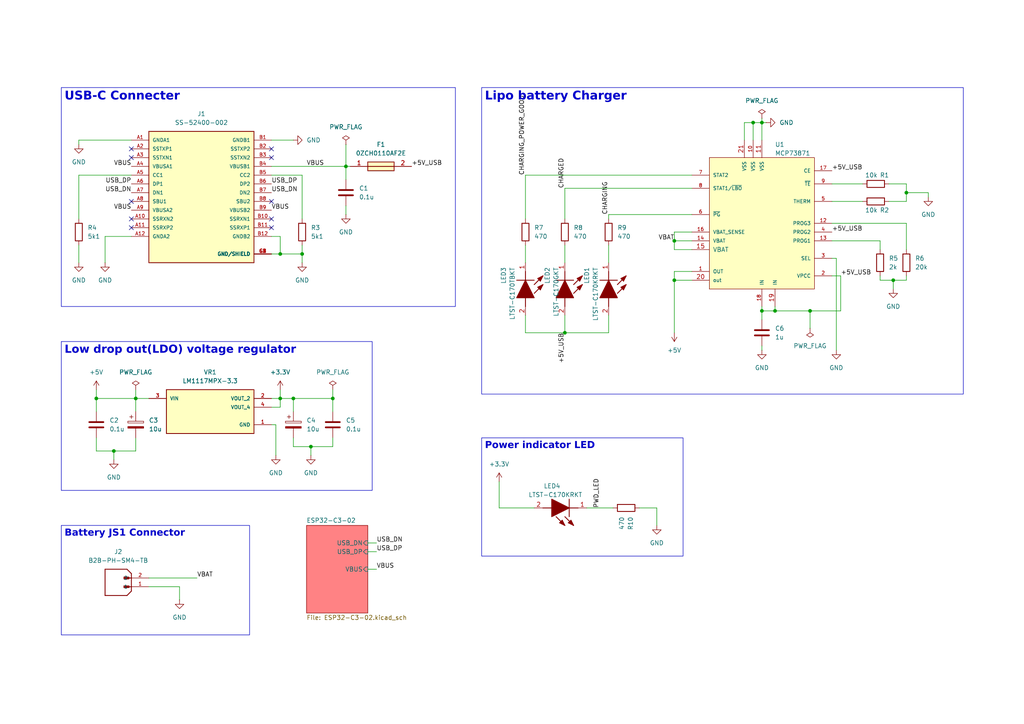
<source format=kicad_sch>
(kicad_sch
	(version 20250114)
	(generator "eeschema")
	(generator_version "9.0")
	(uuid "8b37029f-0092-46d9-b2c3-ae65ea169db1")
	(paper "A4")
	(title_block
		(title "ESP32 Sensor Board")
		(date "2025-12-15")
		(company "YUKESH S  2024104010")
	)
	(lib_symbols
		(symbol "0ZCH0110AF2E:0ZCH0110AF2E"
			(pin_names
				(hide yes)
			)
			(exclude_from_sim no)
			(in_bom yes)
			(on_board yes)
			(property "Reference" "F"
				(at 13.97 6.35 0)
				(effects
					(font
						(size 1.27 1.27)
					)
					(justify left top)
				)
			)
			(property "Value" "0ZCH0110AF2E"
				(at 13.97 3.81 0)
				(effects
					(font
						(size 1.27 1.27)
					)
					(justify left top)
				)
			)
			(property "Footprint" "FUSC3226X100N"
				(at 13.97 -96.19 0)
				(effects
					(font
						(size 1.27 1.27)
					)
					(justify left top)
					(hide yes)
				)
			)
			(property "Datasheet" "https://www.belfuse.com/resources/datasheets/circuitprotection/ds-cp-0zch-series.pdf"
				(at 13.97 -196.19 0)
				(effects
					(font
						(size 1.27 1.27)
					)
					(justify left top)
					(hide yes)
				)
			)
			(property "Description" "1210 SMT PPTC | 1.10 Ih | 16V"
				(at 0 0 0)
				(effects
					(font
						(size 1.27 1.27)
					)
					(hide yes)
				)
			)
			(property "Height" "1"
				(at 13.97 -396.19 0)
				(effects
					(font
						(size 1.27 1.27)
					)
					(justify left top)
					(hide yes)
				)
			)
			(property "Manufacturer_Name" "Bel Circuit Protection"
				(at 13.97 -496.19 0)
				(effects
					(font
						(size 1.27 1.27)
					)
					(justify left top)
					(hide yes)
				)
			)
			(property "Manufacturer_Part_Number" "0ZCH0110AF2E"
				(at 13.97 -596.19 0)
				(effects
					(font
						(size 1.27 1.27)
					)
					(justify left top)
					(hide yes)
				)
			)
			(property "Mouser Part Number" ""
				(at 13.97 -696.19 0)
				(effects
					(font
						(size 1.27 1.27)
					)
					(justify left top)
					(hide yes)
				)
			)
			(property "Mouser Price/Stock" ""
				(at 13.97 -796.19 0)
				(effects
					(font
						(size 1.27 1.27)
					)
					(justify left top)
					(hide yes)
				)
			)
			(property "Arrow Part Number" ""
				(at 13.97 -896.19 0)
				(effects
					(font
						(size 1.27 1.27)
					)
					(justify left top)
					(hide yes)
				)
			)
			(property "Arrow Price/Stock" ""
				(at 13.97 -996.19 0)
				(effects
					(font
						(size 1.27 1.27)
					)
					(justify left top)
					(hide yes)
				)
			)
			(symbol "0ZCH0110AF2E_1_1"
				(rectangle
					(start 5.08 1.27)
					(end 12.7 -1.27)
					(stroke
						(width 0.254)
						(type default)
					)
					(fill
						(type background)
					)
				)
				(polyline
					(pts
						(xy 5.08 0) (xy 12.7 0)
					)
					(stroke
						(width 0.254)
						(type default)
					)
					(fill
						(type none)
					)
				)
				(pin passive line
					(at 0 0 0)
					(length 5.08)
					(name "1"
						(effects
							(font
								(size 1.27 1.27)
							)
						)
					)
					(number "1"
						(effects
							(font
								(size 1.27 1.27)
							)
						)
					)
				)
				(pin passive line
					(at 17.78 0 180)
					(length 5.08)
					(name "2"
						(effects
							(font
								(size 1.27 1.27)
							)
						)
					)
					(number "2"
						(effects
							(font
								(size 1.27 1.27)
							)
						)
					)
				)
			)
			(embedded_fonts no)
		)
		(symbol "B2B-PH-SM4-TB:B2B-PH-SM4-TB"
			(pin_names
				(offset 1.016)
			)
			(exclude_from_sim no)
			(in_bom yes)
			(on_board yes)
			(property "Reference" "J"
				(at 0 6.35 0)
				(effects
					(font
						(size 1.27 1.27)
					)
					(justify left bottom)
				)
			)
			(property "Value" "B2B-PH-SM4-TB"
				(at 0 -5.08 0)
				(effects
					(font
						(size 1.27 1.27)
					)
					(justify left bottom)
				)
			)
			(property "Footprint" "B2B-PH-SM4-TB:JST_B2B-PH-SM4-TB"
				(at 0 0 0)
				(effects
					(font
						(size 1.27 1.27)
					)
					(justify bottom)
					(hide yes)
				)
			)
			(property "Datasheet" ""
				(at 0 0 0)
				(effects
					(font
						(size 1.27 1.27)
					)
					(hide yes)
				)
			)
			(property "Description" ""
				(at 0 0 0)
				(effects
					(font
						(size 1.27 1.27)
					)
					(hide yes)
				)
			)
			(property "MF" "JST"
				(at 0 0 0)
				(effects
					(font
						(size 1.27 1.27)
					)
					(justify bottom)
					(hide yes)
				)
			)
			(property "MAXIMUM_PACKAGE_HEIGHT" "6.6 mm"
				(at 0 0 0)
				(effects
					(font
						(size 1.27 1.27)
					)
					(justify bottom)
					(hide yes)
				)
			)
			(property "Package" "NON STANDARD-2 JST"
				(at 0 0 0)
				(effects
					(font
						(size 1.27 1.27)
					)
					(justify bottom)
					(hide yes)
				)
			)
			(property "Price" "None"
				(at 0 0 0)
				(effects
					(font
						(size 1.27 1.27)
					)
					(justify bottom)
					(hide yes)
				)
			)
			(property "Check_prices" "https://www.snapeda.com/parts/B2B-PH-SM4-TB/JST/view-part/?ref=eda"
				(at 0 0 0)
				(effects
					(font
						(size 1.27 1.27)
					)
					(justify bottom)
					(hide yes)
				)
			)
			(property "STANDARD" "Manufacturer Recommendations"
				(at 0 0 0)
				(effects
					(font
						(size 1.27 1.27)
					)
					(justify bottom)
					(hide yes)
				)
			)
			(property "PARTREV" "N/A"
				(at 0 0 0)
				(effects
					(font
						(size 1.27 1.27)
					)
					(justify bottom)
					(hide yes)
				)
			)
			(property "SnapEDA_Link" "https://www.snapeda.com/parts/B2B-PH-SM4-TB/JST/view-part/?ref=snap"
				(at 0 0 0)
				(effects
					(font
						(size 1.27 1.27)
					)
					(justify bottom)
					(hide yes)
				)
			)
			(property "MP" "B2B-PH-SM4-TB"
				(at 0 0 0)
				(effects
					(font
						(size 1.27 1.27)
					)
					(justify bottom)
					(hide yes)
				)
			)
			(property "Description_1" "Connector Header Surface Mount 2 position 0.079 (2.00mm)"
				(at 0 0 0)
				(effects
					(font
						(size 1.27 1.27)
					)
					(justify bottom)
					(hide yes)
				)
			)
			(property "Availability" "In Stock"
				(at 0 0 0)
				(effects
					(font
						(size 1.27 1.27)
					)
					(justify bottom)
					(hide yes)
				)
			)
			(property "MANUFACTURER" "JST"
				(at 0 0 0)
				(effects
					(font
						(size 1.27 1.27)
					)
					(justify bottom)
					(hide yes)
				)
			)
			(symbol "B2B-PH-SM4-TB_0_0"
				(polyline
					(pts
						(xy 0 3.81) (xy 0 2.54)
					)
					(stroke
						(width 0.254)
						(type default)
					)
					(fill
						(type none)
					)
				)
				(polyline
					(pts
						(xy 0 3.81) (xy 1.27 5.08)
					)
					(stroke
						(width 0.254)
						(type default)
					)
					(fill
						(type none)
					)
				)
				(polyline
					(pts
						(xy 0 2.54) (xy 0 -1.27)
					)
					(stroke
						(width 0.254)
						(type default)
					)
					(fill
						(type none)
					)
				)
				(polyline
					(pts
						(xy 0 2.54) (xy 1.905 2.54)
					)
					(stroke
						(width 0.254)
						(type default)
					)
					(fill
						(type none)
					)
				)
				(polyline
					(pts
						(xy 0 0) (xy 1.905 0)
					)
					(stroke
						(width 0.254)
						(type default)
					)
					(fill
						(type none)
					)
				)
				(polyline
					(pts
						(xy 0 -1.27) (xy 1.27 -2.54)
					)
					(stroke
						(width 0.254)
						(type default)
					)
					(fill
						(type none)
					)
				)
				(rectangle
					(start 0.635 2.2225)
					(end 2.2225 2.8575)
					(stroke
						(width 0.1)
						(type default)
					)
					(fill
						(type outline)
					)
				)
				(rectangle
					(start 0.635 -0.3175)
					(end 2.2225 0.3175)
					(stroke
						(width 0.1)
						(type default)
					)
					(fill
						(type outline)
					)
				)
				(polyline
					(pts
						(xy 1.27 -2.54) (xy 7.62 -2.54)
					)
					(stroke
						(width 0.254)
						(type default)
					)
					(fill
						(type none)
					)
				)
				(polyline
					(pts
						(xy 7.62 5.08) (xy 1.27 5.08)
					)
					(stroke
						(width 0.254)
						(type default)
					)
					(fill
						(type none)
					)
				)
				(polyline
					(pts
						(xy 7.62 -2.54) (xy 7.62 5.08)
					)
					(stroke
						(width 0.254)
						(type default)
					)
					(fill
						(type none)
					)
				)
				(pin passive line
					(at -5.08 2.54 0)
					(length 5.08)
					(name "1"
						(effects
							(font
								(size 1.016 1.016)
							)
						)
					)
					(number "1"
						(effects
							(font
								(size 1.016 1.016)
							)
						)
					)
				)
				(pin passive line
					(at -5.08 0 0)
					(length 5.08)
					(name "2"
						(effects
							(font
								(size 1.016 1.016)
							)
						)
					)
					(number "2"
						(effects
							(font
								(size 1.016 1.016)
							)
						)
					)
				)
			)
			(embedded_fonts no)
		)
		(symbol "Device:C"
			(pin_numbers
				(hide yes)
			)
			(pin_names
				(offset 0.254)
			)
			(exclude_from_sim no)
			(in_bom yes)
			(on_board yes)
			(property "Reference" "C"
				(at 0.635 2.54 0)
				(effects
					(font
						(size 1.27 1.27)
					)
					(justify left)
				)
			)
			(property "Value" "C"
				(at 0.635 -2.54 0)
				(effects
					(font
						(size 1.27 1.27)
					)
					(justify left)
				)
			)
			(property "Footprint" ""
				(at 0.9652 -3.81 0)
				(effects
					(font
						(size 1.27 1.27)
					)
					(hide yes)
				)
			)
			(property "Datasheet" "~"
				(at 0 0 0)
				(effects
					(font
						(size 1.27 1.27)
					)
					(hide yes)
				)
			)
			(property "Description" "Unpolarized capacitor"
				(at 0 0 0)
				(effects
					(font
						(size 1.27 1.27)
					)
					(hide yes)
				)
			)
			(property "ki_keywords" "cap capacitor"
				(at 0 0 0)
				(effects
					(font
						(size 1.27 1.27)
					)
					(hide yes)
				)
			)
			(property "ki_fp_filters" "C_*"
				(at 0 0 0)
				(effects
					(font
						(size 1.27 1.27)
					)
					(hide yes)
				)
			)
			(symbol "C_0_1"
				(polyline
					(pts
						(xy -2.032 0.762) (xy 2.032 0.762)
					)
					(stroke
						(width 0.508)
						(type default)
					)
					(fill
						(type none)
					)
				)
				(polyline
					(pts
						(xy -2.032 -0.762) (xy 2.032 -0.762)
					)
					(stroke
						(width 0.508)
						(type default)
					)
					(fill
						(type none)
					)
				)
			)
			(symbol "C_1_1"
				(pin passive line
					(at 0 3.81 270)
					(length 2.794)
					(name "~"
						(effects
							(font
								(size 1.27 1.27)
							)
						)
					)
					(number "1"
						(effects
							(font
								(size 1.27 1.27)
							)
						)
					)
				)
				(pin passive line
					(at 0 -3.81 90)
					(length 2.794)
					(name "~"
						(effects
							(font
								(size 1.27 1.27)
							)
						)
					)
					(number "2"
						(effects
							(font
								(size 1.27 1.27)
							)
						)
					)
				)
			)
			(embedded_fonts no)
		)
		(symbol "Device:C_Polarized"
			(pin_numbers
				(hide yes)
			)
			(pin_names
				(offset 0.254)
			)
			(exclude_from_sim no)
			(in_bom yes)
			(on_board yes)
			(property "Reference" "C"
				(at 0.635 2.54 0)
				(effects
					(font
						(size 1.27 1.27)
					)
					(justify left)
				)
			)
			(property "Value" "C_Polarized"
				(at 0.635 -2.54 0)
				(effects
					(font
						(size 1.27 1.27)
					)
					(justify left)
				)
			)
			(property "Footprint" ""
				(at 0.9652 -3.81 0)
				(effects
					(font
						(size 1.27 1.27)
					)
					(hide yes)
				)
			)
			(property "Datasheet" "~"
				(at 0 0 0)
				(effects
					(font
						(size 1.27 1.27)
					)
					(hide yes)
				)
			)
			(property "Description" "Polarized capacitor"
				(at 0 0 0)
				(effects
					(font
						(size 1.27 1.27)
					)
					(hide yes)
				)
			)
			(property "ki_keywords" "cap capacitor"
				(at 0 0 0)
				(effects
					(font
						(size 1.27 1.27)
					)
					(hide yes)
				)
			)
			(property "ki_fp_filters" "CP_*"
				(at 0 0 0)
				(effects
					(font
						(size 1.27 1.27)
					)
					(hide yes)
				)
			)
			(symbol "C_Polarized_0_1"
				(rectangle
					(start -2.286 0.508)
					(end 2.286 1.016)
					(stroke
						(width 0)
						(type default)
					)
					(fill
						(type none)
					)
				)
				(polyline
					(pts
						(xy -1.778 2.286) (xy -0.762 2.286)
					)
					(stroke
						(width 0)
						(type default)
					)
					(fill
						(type none)
					)
				)
				(polyline
					(pts
						(xy -1.27 2.794) (xy -1.27 1.778)
					)
					(stroke
						(width 0)
						(type default)
					)
					(fill
						(type none)
					)
				)
				(rectangle
					(start 2.286 -0.508)
					(end -2.286 -1.016)
					(stroke
						(width 0)
						(type default)
					)
					(fill
						(type outline)
					)
				)
			)
			(symbol "C_Polarized_1_1"
				(pin passive line
					(at 0 3.81 270)
					(length 2.794)
					(name "~"
						(effects
							(font
								(size 1.27 1.27)
							)
						)
					)
					(number "1"
						(effects
							(font
								(size 1.27 1.27)
							)
						)
					)
				)
				(pin passive line
					(at 0 -3.81 90)
					(length 2.794)
					(name "~"
						(effects
							(font
								(size 1.27 1.27)
							)
						)
					)
					(number "2"
						(effects
							(font
								(size 1.27 1.27)
							)
						)
					)
				)
			)
			(embedded_fonts no)
		)
		(symbol "Device:R"
			(pin_numbers
				(hide yes)
			)
			(pin_names
				(offset 0)
			)
			(exclude_from_sim no)
			(in_bom yes)
			(on_board yes)
			(property "Reference" "R"
				(at 2.032 0 90)
				(effects
					(font
						(size 1.27 1.27)
					)
				)
			)
			(property "Value" "R"
				(at 0 0 90)
				(effects
					(font
						(size 1.27 1.27)
					)
				)
			)
			(property "Footprint" ""
				(at -1.778 0 90)
				(effects
					(font
						(size 1.27 1.27)
					)
					(hide yes)
				)
			)
			(property "Datasheet" "~"
				(at 0 0 0)
				(effects
					(font
						(size 1.27 1.27)
					)
					(hide yes)
				)
			)
			(property "Description" "Resistor"
				(at 0 0 0)
				(effects
					(font
						(size 1.27 1.27)
					)
					(hide yes)
				)
			)
			(property "ki_keywords" "R res resistor"
				(at 0 0 0)
				(effects
					(font
						(size 1.27 1.27)
					)
					(hide yes)
				)
			)
			(property "ki_fp_filters" "R_*"
				(at 0 0 0)
				(effects
					(font
						(size 1.27 1.27)
					)
					(hide yes)
				)
			)
			(symbol "R_0_1"
				(rectangle
					(start -1.016 -2.54)
					(end 1.016 2.54)
					(stroke
						(width 0.254)
						(type default)
					)
					(fill
						(type none)
					)
				)
			)
			(symbol "R_1_1"
				(pin passive line
					(at 0 3.81 270)
					(length 1.27)
					(name "~"
						(effects
							(font
								(size 1.27 1.27)
							)
						)
					)
					(number "1"
						(effects
							(font
								(size 1.27 1.27)
							)
						)
					)
				)
				(pin passive line
					(at 0 -3.81 90)
					(length 1.27)
					(name "~"
						(effects
							(font
								(size 1.27 1.27)
							)
						)
					)
					(number "2"
						(effects
							(font
								(size 1.27 1.27)
							)
						)
					)
				)
			)
			(embedded_fonts no)
		)
		(symbol "LM1117MPX-3.3:LM1117MPX-3.3"
			(pin_names
				(offset 1.016)
			)
			(exclude_from_sim no)
			(in_bom yes)
			(on_board yes)
			(property "Reference" "VR"
				(at -12.7 6.08 0)
				(effects
					(font
						(size 1.27 1.27)
					)
					(justify left bottom)
				)
			)
			(property "Value" "LM1117MPX-3.3"
				(at -12.7 -9.08 0)
				(effects
					(font
						(size 1.27 1.27)
					)
					(justify left top)
				)
			)
			(property "Footprint" "LM1117MPX-3.3:VREG_LM1117MPX-3.3"
				(at 0 0 0)
				(effects
					(font
						(size 1.27 1.27)
					)
					(justify bottom)
					(hide yes)
				)
			)
			(property "Datasheet" ""
				(at 0 0 0)
				(effects
					(font
						(size 1.27 1.27)
					)
					(hide yes)
				)
			)
			(property "Description" "800-mA 15-V linear voltage regulator 4-SOT-223"
				(at 0 0 0)
				(effects
					(font
						(size 1.27 1.27)
					)
					(justify bottom)
					(hide yes)
				)
			)
			(property "MF" "onsemi"
				(at 0 0 0)
				(effects
					(font
						(size 1.27 1.27)
					)
					(justify bottom)
					(hide yes)
				)
			)
			(property "PACKAGE" "SOT-223-4 Texas Instruments"
				(at 0 0 0)
				(effects
					(font
						(size 1.27 1.27)
					)
					(justify bottom)
					(hide yes)
				)
			)
			(property "PRICE" "None"
				(at 0 0 0)
				(effects
					(font
						(size 1.27 1.27)
					)
					(justify bottom)
					(hide yes)
				)
			)
			(property "Package" "SOT-223-4 ON Semiconductor"
				(at 0 0 0)
				(effects
					(font
						(size 1.27 1.27)
					)
					(justify bottom)
					(hide yes)
				)
			)
			(property "Check_prices" "https://www.snapeda.com/parts/LM1117MPX-33NOPB/Onsemi/view-part/?ref=eda"
				(at 0 0 0)
				(effects
					(font
						(size 1.27 1.27)
					)
					(justify bottom)
					(hide yes)
				)
			)
			(property "Price" "None"
				(at 0 0 0)
				(effects
					(font
						(size 1.27 1.27)
					)
					(justify bottom)
					(hide yes)
				)
			)
			(property "SnapEDA_Link" "https://www.snapeda.com/parts/LM1117MPX-33NOPB/Onsemi/view-part/?ref=snap"
				(at 0 0 0)
				(effects
					(font
						(size 1.27 1.27)
					)
					(justify bottom)
					(hide yes)
				)
			)
			(property "MP" "LM1117MPX-33NOPB"
				(at 0 0 0)
				(effects
					(font
						(size 1.27 1.27)
					)
					(justify bottom)
					(hide yes)
				)
			)
			(property "Description_1" "Linear Voltage Regulator IC Positive Fixed 1 Output 800mA SOT-223"
				(at 0 0 0)
				(effects
					(font
						(size 1.27 1.27)
					)
					(justify bottom)
					(hide yes)
				)
			)
			(property "Availability" "In Stock"
				(at 0 0 0)
				(effects
					(font
						(size 1.27 1.27)
					)
					(justify bottom)
					(hide yes)
				)
			)
			(property "AVAILABILITY" "Warning"
				(at 0 0 0)
				(effects
					(font
						(size 1.27 1.27)
					)
					(justify bottom)
					(hide yes)
				)
			)
			(property "PURCHASE-URL" "https://pricing.snapeda.com/search/part/LM1117MPX-3.3/?ref=eda"
				(at 0 0 0)
				(effects
					(font
						(size 1.27 1.27)
					)
					(justify bottom)
					(hide yes)
				)
			)
			(symbol "LM1117MPX-3.3_0_0"
				(rectangle
					(start -12.7 -7.62)
					(end 12.7 5.08)
					(stroke
						(width 0.254)
						(type default)
					)
					(fill
						(type background)
					)
				)
				(pin power_in line
					(at -17.78 2.54 0)
					(length 5.08)
					(name "VIN"
						(effects
							(font
								(size 1.016 1.016)
							)
						)
					)
					(number "3"
						(effects
							(font
								(size 1.016 1.016)
							)
						)
					)
				)
				(pin power_in line
					(at 17.78 2.54 180)
					(length 5.08)
					(name "VOUT_2"
						(effects
							(font
								(size 1.016 1.016)
							)
						)
					)
					(number "2"
						(effects
							(font
								(size 1.016 1.016)
							)
						)
					)
				)
				(pin power_in line
					(at 17.78 0 180)
					(length 5.08)
					(name "VOUT_4"
						(effects
							(font
								(size 1.016 1.016)
							)
						)
					)
					(number "4"
						(effects
							(font
								(size 1.016 1.016)
							)
						)
					)
				)
				(pin power_in line
					(at 17.78 -5.08 180)
					(length 5.08)
					(name "GND"
						(effects
							(font
								(size 1.016 1.016)
							)
						)
					)
					(number "1"
						(effects
							(font
								(size 1.016 1.016)
							)
						)
					)
				)
			)
			(embedded_fonts no)
		)
		(symbol "LTST-C170GKT:LTST-C170GKT"
			(pin_names
				(hide yes)
			)
			(exclude_from_sim no)
			(in_bom yes)
			(on_board yes)
			(property "Reference" "LED"
				(at 12.7 8.89 0)
				(effects
					(font
						(size 1.27 1.27)
					)
					(justify left bottom)
				)
			)
			(property "Value" "LTST-C170GKT"
				(at 12.7 6.35 0)
				(effects
					(font
						(size 1.27 1.27)
					)
					(justify left bottom)
				)
			)
			(property "Footprint" "LEDC2012X120N"
				(at 12.7 -93.65 0)
				(effects
					(font
						(size 1.27 1.27)
					)
					(justify left bottom)
					(hide yes)
				)
			)
			(property "Datasheet" "https://mm.digikey.com/Volume0/opasdata/d220001/medias/docus/895/LTST-C170GKT.pdf"
				(at 12.7 -193.65 0)
				(effects
					(font
						(size 1.27 1.27)
					)
					(justify left bottom)
					(hide yes)
				)
			)
			(property "Description" "LED,SMD,0805,Green,6mcd,130deg Lite-On LTST-C170GKT, CHIPLED 0805 Series Green LED, 569 nm 2012 (0805), Rectangle Lens SMD package"
				(at 0 0 0)
				(effects
					(font
						(size 1.27 1.27)
					)
					(hide yes)
				)
			)
			(property "Height" "1.2"
				(at 12.7 -393.65 0)
				(effects
					(font
						(size 1.27 1.27)
					)
					(justify left bottom)
					(hide yes)
				)
			)
			(property "Manufacturer_Name" "Lite-On"
				(at 12.7 -493.65 0)
				(effects
					(font
						(size 1.27 1.27)
					)
					(justify left bottom)
					(hide yes)
				)
			)
			(property "Manufacturer_Part_Number" "LTST-C170GKT"
				(at 12.7 -593.65 0)
				(effects
					(font
						(size 1.27 1.27)
					)
					(justify left bottom)
					(hide yes)
				)
			)
			(property "Mouser Part Number" "859-LTST-C170GKT"
				(at 12.7 -693.65 0)
				(effects
					(font
						(size 1.27 1.27)
					)
					(justify left bottom)
					(hide yes)
				)
			)
			(property "Mouser Price/Stock" "https://www.mouser.co.uk/ProductDetail/Lite-On/LTST-C170GKT?qs=%2FSqKn2EfXQSV5aRij3YIfQ%3D%3D"
				(at 12.7 -793.65 0)
				(effects
					(font
						(size 1.27 1.27)
					)
					(justify left bottom)
					(hide yes)
				)
			)
			(property "Arrow Part Number" "LTST-C170GKT"
				(at 12.7 -893.65 0)
				(effects
					(font
						(size 1.27 1.27)
					)
					(justify left bottom)
					(hide yes)
				)
			)
			(property "Arrow Price/Stock" "https://www.arrow.com/en/products/ltst-c170gkt/lite-on-technology?utm_currency=USD&region=nac"
				(at 12.7 -993.65 0)
				(effects
					(font
						(size 1.27 1.27)
					)
					(justify left bottom)
					(hide yes)
				)
			)
			(symbol "LTST-C170GKT_1_1"
				(polyline
					(pts
						(xy 2.54 0) (xy 5.08 0)
					)
					(stroke
						(width 0.254)
						(type default)
					)
					(fill
						(type none)
					)
				)
				(polyline
					(pts
						(xy 5.08 2.54) (xy 5.08 -2.54)
					)
					(stroke
						(width 0.254)
						(type default)
					)
					(fill
						(type none)
					)
				)
				(polyline
					(pts
						(xy 5.08 0) (xy 10.16 2.54) (xy 10.16 -2.54) (xy 5.08 0)
					)
					(stroke
						(width 0.254)
						(type default)
					)
					(fill
						(type outline)
					)
				)
				(polyline
					(pts
						(xy 5.334 4.318) (xy 4.572 3.556) (xy 3.81 5.08) (xy 5.334 4.318)
					)
					(stroke
						(width 0.254)
						(type default)
					)
					(fill
						(type outline)
					)
				)
				(polyline
					(pts
						(xy 6.35 2.54) (xy 3.81 5.08)
					)
					(stroke
						(width 0.254)
						(type default)
					)
					(fill
						(type none)
					)
				)
				(polyline
					(pts
						(xy 7.874 4.318) (xy 7.112 3.556) (xy 6.35 5.08) (xy 7.874 4.318)
					)
					(stroke
						(width 0.254)
						(type default)
					)
					(fill
						(type outline)
					)
				)
				(polyline
					(pts
						(xy 8.89 2.54) (xy 6.35 5.08)
					)
					(stroke
						(width 0.254)
						(type default)
					)
					(fill
						(type none)
					)
				)
				(polyline
					(pts
						(xy 10.16 0) (xy 12.7 0)
					)
					(stroke
						(width 0.254)
						(type default)
					)
					(fill
						(type none)
					)
				)
				(pin passive line
					(at 0 0 0)
					(length 2.54)
					(name "K"
						(effects
							(font
								(size 1.27 1.27)
							)
						)
					)
					(number "1"
						(effects
							(font
								(size 1.27 1.27)
							)
						)
					)
				)
				(pin passive line
					(at 15.24 0 180)
					(length 2.54)
					(name "A"
						(effects
							(font
								(size 1.27 1.27)
							)
						)
					)
					(number "2"
						(effects
							(font
								(size 1.27 1.27)
							)
						)
					)
				)
			)
			(embedded_fonts no)
		)
		(symbol "LTST-C170KRKT:LTST-C170KRKT"
			(pin_names
				(hide yes)
			)
			(exclude_from_sim no)
			(in_bom yes)
			(on_board yes)
			(property "Reference" "LED"
				(at 12.7 8.89 0)
				(effects
					(font
						(size 1.27 1.27)
					)
					(justify left bottom)
				)
			)
			(property "Value" "LTST-C170KRKT"
				(at 12.7 6.35 0)
				(effects
					(font
						(size 1.27 1.27)
					)
					(justify left bottom)
				)
			)
			(property "Footprint" "LEDC2012X120N"
				(at 12.7 -93.65 0)
				(effects
					(font
						(size 1.27 1.27)
					)
					(justify left bottom)
					(hide yes)
				)
			)
			(property "Datasheet" "https://componentsearchengine.com/Datasheets/1/LTST-C170KRKT.pdf"
				(at 12.7 -193.65 0)
				(effects
					(font
						(size 1.27 1.27)
					)
					(justify left bottom)
					(hide yes)
				)
			)
			(property "Description" "Standard LEDs - SMD Red Clear 631nm"
				(at 0 0 0)
				(effects
					(font
						(size 1.27 1.27)
					)
					(hide yes)
				)
			)
			(property "Height" "1.2"
				(at 12.7 -393.65 0)
				(effects
					(font
						(size 1.27 1.27)
					)
					(justify left bottom)
					(hide yes)
				)
			)
			(property "Manufacturer_Name" "Lite-On"
				(at 12.7 -493.65 0)
				(effects
					(font
						(size 1.27 1.27)
					)
					(justify left bottom)
					(hide yes)
				)
			)
			(property "Manufacturer_Part_Number" "LTST-C170KRKT"
				(at 12.7 -593.65 0)
				(effects
					(font
						(size 1.27 1.27)
					)
					(justify left bottom)
					(hide yes)
				)
			)
			(property "Mouser Part Number" "859-LTST-C170KRKT"
				(at 12.7 -693.65 0)
				(effects
					(font
						(size 1.27 1.27)
					)
					(justify left bottom)
					(hide yes)
				)
			)
			(property "Mouser Price/Stock" "https://www.mouser.co.uk/ProductDetail/Lite-On/LTST-C170KRKT?qs=NUb82WqeCyrVOID%2Fxt4rgA%3D%3D"
				(at 12.7 -793.65 0)
				(effects
					(font
						(size 1.27 1.27)
					)
					(justify left bottom)
					(hide yes)
				)
			)
			(property "Arrow Part Number" "LTST-C170KRKT"
				(at 12.7 -893.65 0)
				(effects
					(font
						(size 1.27 1.27)
					)
					(justify left bottom)
					(hide yes)
				)
			)
			(property "Arrow Price/Stock" "https://www.arrow.com/en/products/ltst-c170krkt/lite-on-technology?utm_currency=USD&region=nac"
				(at 12.7 -993.65 0)
				(effects
					(font
						(size 1.27 1.27)
					)
					(justify left bottom)
					(hide yes)
				)
			)
			(symbol "LTST-C170KRKT_1_1"
				(polyline
					(pts
						(xy 2.54 0) (xy 5.08 0)
					)
					(stroke
						(width 0.254)
						(type default)
					)
					(fill
						(type none)
					)
				)
				(polyline
					(pts
						(xy 5.08 2.54) (xy 5.08 -2.54)
					)
					(stroke
						(width 0.254)
						(type default)
					)
					(fill
						(type none)
					)
				)
				(polyline
					(pts
						(xy 5.08 0) (xy 10.16 2.54) (xy 10.16 -2.54) (xy 5.08 0)
					)
					(stroke
						(width 0.254)
						(type default)
					)
					(fill
						(type outline)
					)
				)
				(polyline
					(pts
						(xy 5.334 4.318) (xy 4.572 3.556) (xy 3.81 5.08) (xy 5.334 4.318)
					)
					(stroke
						(width 0.254)
						(type default)
					)
					(fill
						(type outline)
					)
				)
				(polyline
					(pts
						(xy 6.35 2.54) (xy 3.81 5.08)
					)
					(stroke
						(width 0.254)
						(type default)
					)
					(fill
						(type none)
					)
				)
				(polyline
					(pts
						(xy 7.874 4.318) (xy 7.112 3.556) (xy 6.35 5.08) (xy 7.874 4.318)
					)
					(stroke
						(width 0.254)
						(type default)
					)
					(fill
						(type outline)
					)
				)
				(polyline
					(pts
						(xy 8.89 2.54) (xy 6.35 5.08)
					)
					(stroke
						(width 0.254)
						(type default)
					)
					(fill
						(type none)
					)
				)
				(polyline
					(pts
						(xy 10.16 0) (xy 12.7 0)
					)
					(stroke
						(width 0.254)
						(type default)
					)
					(fill
						(type none)
					)
				)
				(pin passive line
					(at 0 0 0)
					(length 2.54)
					(name "K"
						(effects
							(font
								(size 1.27 1.27)
							)
						)
					)
					(number "1"
						(effects
							(font
								(size 1.27 1.27)
							)
						)
					)
				)
				(pin passive line
					(at 15.24 0 180)
					(length 2.54)
					(name "A"
						(effects
							(font
								(size 1.27 1.27)
							)
						)
					)
					(number "2"
						(effects
							(font
								(size 1.27 1.27)
							)
						)
					)
				)
			)
			(embedded_fonts no)
		)
		(symbol "LTST-C170TBKT:LTST-C170TBKT"
			(pin_names
				(hide yes)
			)
			(exclude_from_sim no)
			(in_bom yes)
			(on_board yes)
			(property "Reference" "LED"
				(at 12.7 8.89 0)
				(effects
					(font
						(size 1.27 1.27)
					)
					(justify left bottom)
				)
			)
			(property "Value" "LTST-C170TBKT"
				(at 12.7 6.35 0)
				(effects
					(font
						(size 1.27 1.27)
					)
					(justify left bottom)
				)
			)
			(property "Footprint" "LEDC2012X120N"
				(at 12.7 -93.65 0)
				(effects
					(font
						(size 1.27 1.27)
					)
					(justify left bottom)
					(hide yes)
				)
			)
			(property "Datasheet" "https://componentsearchengine.com/Datasheets/1/LTST-C170TBKT.pdf"
				(at 12.7 -193.65 0)
				(effects
					(font
						(size 1.27 1.27)
					)
					(justify left bottom)
					(hide yes)
				)
			)
			(property "Description" "LED,SMD,0805,Blue,28mcd,130deg"
				(at 0 0 0)
				(effects
					(font
						(size 1.27 1.27)
					)
					(hide yes)
				)
			)
			(property "Height" "1.2"
				(at 12.7 -393.65 0)
				(effects
					(font
						(size 1.27 1.27)
					)
					(justify left bottom)
					(hide yes)
				)
			)
			(property "Manufacturer_Name" "Lite-On"
				(at 12.7 -493.65 0)
				(effects
					(font
						(size 1.27 1.27)
					)
					(justify left bottom)
					(hide yes)
				)
			)
			(property "Manufacturer_Part_Number" "LTST-C170TBKT"
				(at 12.7 -593.65 0)
				(effects
					(font
						(size 1.27 1.27)
					)
					(justify left bottom)
					(hide yes)
				)
			)
			(property "Mouser Part Number" "859-LTST-C170TBKT"
				(at 12.7 -693.65 0)
				(effects
					(font
						(size 1.27 1.27)
					)
					(justify left bottom)
					(hide yes)
				)
			)
			(property "Mouser Price/Stock" "https://www.mouser.co.uk/ProductDetail/Lite-On/LTST-C170TBKT?qs=0uL0gcxEMop2ooGmIUzw3A%3D%3D"
				(at 12.7 -793.65 0)
				(effects
					(font
						(size 1.27 1.27)
					)
					(justify left bottom)
					(hide yes)
				)
			)
			(property "Arrow Part Number" "LTST-C170TBKT"
				(at 12.7 -893.65 0)
				(effects
					(font
						(size 1.27 1.27)
					)
					(justify left bottom)
					(hide yes)
				)
			)
			(property "Arrow Price/Stock" "https://www.arrow.com/en/products/ltst-c170tbkt/lite-on-technology?utm_currency=USD&region=nac"
				(at 12.7 -993.65 0)
				(effects
					(font
						(size 1.27 1.27)
					)
					(justify left bottom)
					(hide yes)
				)
			)
			(symbol "LTST-C170TBKT_1_1"
				(polyline
					(pts
						(xy 2.54 0) (xy 5.08 0)
					)
					(stroke
						(width 0.254)
						(type default)
					)
					(fill
						(type none)
					)
				)
				(polyline
					(pts
						(xy 5.08 2.54) (xy 5.08 -2.54)
					)
					(stroke
						(width 0.254)
						(type default)
					)
					(fill
						(type none)
					)
				)
				(polyline
					(pts
						(xy 5.08 0) (xy 10.16 2.54) (xy 10.16 -2.54) (xy 5.08 0)
					)
					(stroke
						(width 0.254)
						(type default)
					)
					(fill
						(type outline)
					)
				)
				(polyline
					(pts
						(xy 5.334 4.318) (xy 4.572 3.556) (xy 3.81 5.08) (xy 5.334 4.318)
					)
					(stroke
						(width 0.254)
						(type default)
					)
					(fill
						(type outline)
					)
				)
				(polyline
					(pts
						(xy 6.35 2.54) (xy 3.81 5.08)
					)
					(stroke
						(width 0.254)
						(type default)
					)
					(fill
						(type none)
					)
				)
				(polyline
					(pts
						(xy 7.874 4.318) (xy 7.112 3.556) (xy 6.35 5.08) (xy 7.874 4.318)
					)
					(stroke
						(width 0.254)
						(type default)
					)
					(fill
						(type outline)
					)
				)
				(polyline
					(pts
						(xy 8.89 2.54) (xy 6.35 5.08)
					)
					(stroke
						(width 0.254)
						(type default)
					)
					(fill
						(type none)
					)
				)
				(polyline
					(pts
						(xy 10.16 0) (xy 12.7 0)
					)
					(stroke
						(width 0.254)
						(type default)
					)
					(fill
						(type none)
					)
				)
				(pin passive line
					(at 0 0 0)
					(length 2.54)
					(name "K"
						(effects
							(font
								(size 1.27 1.27)
							)
						)
					)
					(number "1"
						(effects
							(font
								(size 1.27 1.27)
							)
						)
					)
				)
				(pin passive line
					(at 15.24 0 180)
					(length 2.54)
					(name "A"
						(effects
							(font
								(size 1.27 1.27)
							)
						)
					)
					(number "2"
						(effects
							(font
								(size 1.27 1.27)
							)
						)
					)
				)
			)
			(embedded_fonts no)
		)
		(symbol "MCP73871-2CAI_ML:MCP73871-2CAI_ML"
			(pin_names
				(offset 1.016)
			)
			(exclude_from_sim no)
			(in_bom yes)
			(on_board yes)
			(property "Reference" "U1"
				(at 3.81 21.59 0)
				(effects
					(font
						(size 1.27 1.27)
					)
					(justify left)
				)
			)
			(property "Value" "MCP73871"
				(at 3.81 19.05 0)
				(effects
					(font
						(size 1.27 1.27)
					)
					(justify left)
				)
			)
			(property "Footprint" "Esp-32_sensor_Board004_Footprints:QFN50P400X400X100-21N"
				(at 0 0 0)
				(effects
					(font
						(size 1.27 1.27)
					)
					(justify bottom)
					(hide yes)
				)
			)
			(property "Datasheet" ""
				(at 0 0 0)
				(effects
					(font
						(size 1.27 1.27)
					)
					(hide yes)
				)
			)
			(property "Description" ""
				(at 0 0 0)
				(effects
					(font
						(size 1.27 1.27)
					)
					(hide yes)
				)
			)
			(property "MF" "Microchip"
				(at 0 0 0)
				(effects
					(font
						(size 1.27 1.27)
					)
					(justify bottom)
					(hide yes)
				)
			)
			(property "SNAPEDA_PACKAGE_ID" "22102"
				(at 0 0 0)
				(effects
					(font
						(size 1.27 1.27)
					)
					(justify bottom)
					(hide yes)
				)
			)
			(property "Package" "QFN-20 Microchip"
				(at 0 0 0)
				(effects
					(font
						(size 1.27 1.27)
					)
					(justify bottom)
					(hide yes)
				)
			)
			(property "Price" "None"
				(at 0 0 0)
				(effects
					(font
						(size 1.27 1.27)
					)
					(justify bottom)
					(hide yes)
				)
			)
			(property "Check_prices" "https://www.snapeda.com/parts/MCP73871-2CAI/ML/Microchip/view-part/?ref=eda"
				(at 0 0 0)
				(effects
					(font
						(size 1.27 1.27)
					)
					(justify bottom)
					(hide yes)
				)
			)
			(property "STANDARD" "IPC-7351B"
				(at 0 0 0)
				(effects
					(font
						(size 1.27 1.27)
					)
					(justify bottom)
					(hide yes)
				)
			)
			(property "PARTREV" "D"
				(at 0 0 0)
				(effects
					(font
						(size 1.27 1.27)
					)
					(justify bottom)
					(hide yes)
				)
			)
			(property "SnapEDA_Link" "https://www.snapeda.com/parts/MCP73871-2CAI/ML/Microchip/view-part/?ref=snap"
				(at 0 0 0)
				(effects
					(font
						(size 1.27 1.27)
					)
					(justify bottom)
					(hide yes)
				)
			)
			(property "MP" "MCP73871-2CAI/ML"
				(at 0 0 0)
				(effects
					(font
						(size 1.27 1.27)
					)
					(justify bottom)
					(hide yes)
				)
			)
			(property "Description_1" "Microchip MCP73871-2CAI/ML, Battery Charge Controller, 1000mA, 20-Pin QFN | Microchip Technology Inc. MCP73871-2CAI/ML"
				(at 0 0 0)
				(effects
					(font
						(size 1.27 1.27)
					)
					(justify bottom)
					(hide yes)
				)
			)
			(property "Availability" "In Stock"
				(at 0 0 0)
				(effects
					(font
						(size 1.27 1.27)
					)
					(justify bottom)
					(hide yes)
				)
			)
			(property "MANUFACTURER" "Microchip Corp."
				(at 0 0 0)
				(effects
					(font
						(size 1.27 1.27)
					)
					(justify bottom)
					(hide yes)
				)
			)
			(property "Short Description" ""
				(at 0 0 0)
				(effects
					(font
						(size 1.27 1.27)
					)
				)
			)
			(symbol "MCP73871-2CAI_ML_0_0"
				(rectangle
					(start -15.24 17.78)
					(end 15.24 -20.32)
					(stroke
						(width 0.1524)
						(type default)
					)
					(fill
						(type background)
					)
				)
				(pin output line
					(at -20.32 12.7 0)
					(length 5.08)
					(name "STAT2"
						(effects
							(font
								(size 1.016 1.016)
							)
						)
					)
					(number "7"
						(effects
							(font
								(size 1.016 1.016)
							)
						)
					)
				)
				(pin output line
					(at -20.32 8.89 0)
					(length 5.08)
					(name "STAT1/~{LBO}"
						(effects
							(font
								(size 1.016 1.016)
							)
						)
					)
					(number "8"
						(effects
							(font
								(size 1.016 1.016)
							)
						)
					)
				)
				(pin output line
					(at -20.32 1.27 0)
					(length 5.08)
					(name "~{PG}"
						(effects
							(font
								(size 1.016 1.016)
							)
						)
					)
					(number "6"
						(effects
							(font
								(size 1.016 1.016)
							)
						)
					)
				)
				(pin bidirectional line
					(at -20.32 -3.81 0)
					(length 5.08)
					(name "VBAT_SENSE"
						(effects
							(font
								(size 1.016 1.016)
							)
						)
					)
					(number "16"
						(effects
							(font
								(size 1.016 1.016)
							)
						)
					)
				)
				(pin bidirectional line
					(at -20.32 -6.35 0)
					(length 5.08)
					(name "VBAT"
						(effects
							(font
								(size 1.016 1.016)
							)
						)
					)
					(number "14"
						(effects
							(font
								(size 1.016 1.016)
							)
						)
					)
				)
				(pin input line
					(at -20.32 -15.24 0)
					(length 5.08)
					(name "OUT"
						(effects
							(font
								(size 1.016 1.016)
							)
						)
					)
					(number "1"
						(effects
							(font
								(size 1.016 1.016)
							)
						)
					)
				)
				(pin power_in line
					(at -2.54 22.86 270)
					(length 5.08)
					(name "VSS"
						(effects
							(font
								(size 1.016 1.016)
							)
						)
					)
					(number "10"
						(effects
							(font
								(size 1.016 1.016)
							)
						)
					)
				)
				(pin input line
					(at 0 -25.4 90)
					(length 5.08)
					(name "IN"
						(effects
							(font
								(size 1.016 1.016)
							)
						)
					)
					(number "18"
						(effects
							(font
								(size 1.016 1.016)
							)
						)
					)
				)
				(pin input line
					(at 20.32 13.97 180)
					(length 5.08)
					(name "CE"
						(effects
							(font
								(size 1.016 1.016)
							)
						)
					)
					(number "17"
						(effects
							(font
								(size 1.016 1.016)
							)
						)
					)
				)
				(pin input line
					(at 20.32 10.16 180)
					(length 5.08)
					(name "~{TE}"
						(effects
							(font
								(size 1.016 1.016)
							)
						)
					)
					(number "9"
						(effects
							(font
								(size 1.016 1.016)
							)
						)
					)
				)
				(pin bidirectional line
					(at 20.32 5.08 180)
					(length 5.08)
					(name "THERM"
						(effects
							(font
								(size 1.016 1.016)
							)
						)
					)
					(number "5"
						(effects
							(font
								(size 1.016 1.016)
							)
						)
					)
				)
				(pin bidirectional line
					(at 20.32 -1.27 180)
					(length 5.08)
					(name "PROG3"
						(effects
							(font
								(size 1.016 1.016)
							)
						)
					)
					(number "12"
						(effects
							(font
								(size 1.016 1.016)
							)
						)
					)
				)
				(pin input line
					(at 20.32 -3.81 180)
					(length 5.08)
					(name "PROG2"
						(effects
							(font
								(size 1.016 1.016)
							)
						)
					)
					(number "4"
						(effects
							(font
								(size 1.016 1.016)
							)
						)
					)
				)
				(pin bidirectional line
					(at 20.32 -6.35 180)
					(length 5.08)
					(name "PROG1"
						(effects
							(font
								(size 1.016 1.016)
							)
						)
					)
					(number "13"
						(effects
							(font
								(size 1.016 1.016)
							)
						)
					)
				)
				(pin input line
					(at 20.32 -11.43 180)
					(length 5.08)
					(name "SEL"
						(effects
							(font
								(size 1.016 1.016)
							)
						)
					)
					(number "3"
						(effects
							(font
								(size 1.016 1.016)
							)
						)
					)
				)
				(pin input line
					(at 20.32 -16.51 180)
					(length 5.08)
					(name "VPCC"
						(effects
							(font
								(size 1.016 1.016)
							)
						)
					)
					(number "2"
						(effects
							(font
								(size 1.016 1.016)
							)
						)
					)
				)
			)
			(symbol "MCP73871-2CAI_ML_1_1"
				(pin bidirectional line
					(at -20.32 -8.89 0)
					(length 5.08)
					(name "VBAT"
						(effects
							(font
								(size 1.27 1.27)
							)
						)
					)
					(number "15"
						(effects
							(font
								(size 1.27 1.27)
							)
						)
					)
				)
				(pin input line
					(at -20.32 -17.78 0)
					(length 5.08)
					(name "out"
						(effects
							(font
								(size 1 1)
							)
						)
					)
					(number "20"
						(effects
							(font
								(size 1.27 1.27)
							)
						)
					)
				)
				(pin power_in line
					(at -5.08 22.86 270)
					(length 5.08)
					(name "VSS"
						(effects
							(font
								(size 1 1)
							)
						)
					)
					(number "21"
						(effects
							(font
								(size 1.27 1.27)
							)
						)
					)
				)
				(pin power_in line
					(at 0 22.86 270)
					(length 5.08)
					(name "VSS"
						(effects
							(font
								(size 1 1)
							)
						)
					)
					(number "11"
						(effects
							(font
								(size 1.27 1.27)
							)
						)
					)
				)
				(pin power_in line
					(at 3.81 -25.4 90)
					(length 5.08)
					(name "IN"
						(effects
							(font
								(size 1 1)
							)
						)
					)
					(number "19"
						(effects
							(font
								(size 1.27 1.27)
							)
						)
					)
				)
			)
			(embedded_fonts no)
		)
		(symbol "SS-52400-002:SS-52400-002"
			(pin_names
				(offset 1.016)
			)
			(exclude_from_sim no)
			(in_bom yes)
			(on_board yes)
			(property "Reference" "J"
				(at -15.24 19.05 0)
				(effects
					(font
						(size 1.27 1.27)
					)
					(justify left bottom)
				)
			)
			(property "Value" "SS-52400-002"
				(at -15.24 -22.86 0)
				(effects
					(font
						(size 1.27 1.27)
					)
					(justify left bottom)
				)
			)
			(property "Footprint" "SS-52400-002:BELFUSE_SS-52400-002"
				(at 0 0 0)
				(effects
					(font
						(size 1.27 1.27)
					)
					(justify bottom)
					(hide yes)
				)
			)
			(property "Datasheet" ""
				(at 0 0 0)
				(effects
					(font
						(size 1.27 1.27)
					)
					(hide yes)
				)
			)
			(property "Description" ""
				(at 0 0 0)
				(effects
					(font
						(size 1.27 1.27)
					)
					(hide yes)
				)
			)
			(property "MF" "Bel Fuse"
				(at 0 0 0)
				(effects
					(font
						(size 1.27 1.27)
					)
					(justify bottom)
					(hide yes)
				)
			)
			(property "MAXIMUM_PACKAGE_HEIGHT" "2.96 mm"
				(at 0 0 0)
				(effects
					(font
						(size 1.27 1.27)
					)
					(justify bottom)
					(hide yes)
				)
			)
			(property "Package" "None"
				(at 0 0 0)
				(effects
					(font
						(size 1.27 1.27)
					)
					(justify bottom)
					(hide yes)
				)
			)
			(property "Price" "None"
				(at 0 0 0)
				(effects
					(font
						(size 1.27 1.27)
					)
					(justify bottom)
					(hide yes)
				)
			)
			(property "Check_prices" "https://www.snapeda.com/parts/SS-52400-002/Bel+Circuit+Protection/view-part/?ref=eda"
				(at 0 0 0)
				(effects
					(font
						(size 1.27 1.27)
					)
					(justify bottom)
					(hide yes)
				)
			)
			(property "STANDARD" "Manufacturer Recommendations"
				(at 0 0 0)
				(effects
					(font
						(size 1.27 1.27)
					)
					(justify bottom)
					(hide yes)
				)
			)
			(property "PARTREV" "A0"
				(at 0 0 0)
				(effects
					(font
						(size 1.27 1.27)
					)
					(justify bottom)
					(hide yes)
				)
			)
			(property "SnapEDA_Link" "https://www.snapeda.com/parts/SS-52400-002/Bel+Circuit+Protection/view-part/?ref=snap"
				(at 0 0 0)
				(effects
					(font
						(size 1.27 1.27)
					)
					(justify bottom)
					(hide yes)
				)
			)
			(property "MP" "SS-52400-002"
				(at 0 0 0)
				(effects
					(font
						(size 1.27 1.27)
					)
					(justify bottom)
					(hide yes)
				)
			)
			(property "Description_1" "USB Type-C Connector | USB 3.1 | 1 Port | Right Angle Receptacle | Shielded | 0.039 in (1.00mm) PCB Thickness"
				(at 0 0 0)
				(effects
					(font
						(size 1.27 1.27)
					)
					(justify bottom)
					(hide yes)
				)
			)
			(property "Availability" "In Stock"
				(at 0 0 0)
				(effects
					(font
						(size 1.27 1.27)
					)
					(justify bottom)
					(hide yes)
				)
			)
			(property "MANUFACTURER" "BelFuse"
				(at 0 0 0)
				(effects
					(font
						(size 1.27 1.27)
					)
					(justify bottom)
					(hide yes)
				)
			)
			(symbol "SS-52400-002_0_0"
				(rectangle
					(start -15.24 -20.32)
					(end 15.24 17.78)
					(stroke
						(width 0.254)
						(type default)
					)
					(fill
						(type background)
					)
				)
				(pin power_in line
					(at -20.32 15.24 0)
					(length 5.08)
					(name "GNDA1"
						(effects
							(font
								(size 1.016 1.016)
							)
						)
					)
					(number "A1"
						(effects
							(font
								(size 1.016 1.016)
							)
						)
					)
				)
				(pin bidirectional line
					(at -20.32 12.7 0)
					(length 5.08)
					(name "SSTXP1"
						(effects
							(font
								(size 1.016 1.016)
							)
						)
					)
					(number "A2"
						(effects
							(font
								(size 1.016 1.016)
							)
						)
					)
				)
				(pin bidirectional line
					(at -20.32 10.16 0)
					(length 5.08)
					(name "SSTXN1"
						(effects
							(font
								(size 1.016 1.016)
							)
						)
					)
					(number "A3"
						(effects
							(font
								(size 1.016 1.016)
							)
						)
					)
				)
				(pin power_in line
					(at -20.32 7.62 0)
					(length 5.08)
					(name "VBUSA1"
						(effects
							(font
								(size 1.016 1.016)
							)
						)
					)
					(number "A4"
						(effects
							(font
								(size 1.016 1.016)
							)
						)
					)
				)
				(pin bidirectional line
					(at -20.32 5.08 0)
					(length 5.08)
					(name "CC1"
						(effects
							(font
								(size 1.016 1.016)
							)
						)
					)
					(number "A5"
						(effects
							(font
								(size 1.016 1.016)
							)
						)
					)
				)
				(pin bidirectional line
					(at -20.32 2.54 0)
					(length 5.08)
					(name "DP1"
						(effects
							(font
								(size 1.016 1.016)
							)
						)
					)
					(number "A6"
						(effects
							(font
								(size 1.016 1.016)
							)
						)
					)
				)
				(pin bidirectional line
					(at -20.32 0 0)
					(length 5.08)
					(name "DN1"
						(effects
							(font
								(size 1.016 1.016)
							)
						)
					)
					(number "A7"
						(effects
							(font
								(size 1.016 1.016)
							)
						)
					)
				)
				(pin bidirectional line
					(at -20.32 -2.54 0)
					(length 5.08)
					(name "SBU1"
						(effects
							(font
								(size 1.016 1.016)
							)
						)
					)
					(number "A8"
						(effects
							(font
								(size 1.016 1.016)
							)
						)
					)
				)
				(pin power_in line
					(at -20.32 -5.08 0)
					(length 5.08)
					(name "VBUSA2"
						(effects
							(font
								(size 1.016 1.016)
							)
						)
					)
					(number "A9"
						(effects
							(font
								(size 1.016 1.016)
							)
						)
					)
				)
				(pin bidirectional line
					(at -20.32 -7.62 0)
					(length 5.08)
					(name "SSRXN2"
						(effects
							(font
								(size 1.016 1.016)
							)
						)
					)
					(number "A10"
						(effects
							(font
								(size 1.016 1.016)
							)
						)
					)
				)
				(pin bidirectional line
					(at -20.32 -10.16 0)
					(length 5.08)
					(name "SSRXP2"
						(effects
							(font
								(size 1.016 1.016)
							)
						)
					)
					(number "A11"
						(effects
							(font
								(size 1.016 1.016)
							)
						)
					)
				)
				(pin power_in line
					(at -20.32 -12.7 0)
					(length 5.08)
					(name "GNDA2"
						(effects
							(font
								(size 1.016 1.016)
							)
						)
					)
					(number "A12"
						(effects
							(font
								(size 1.016 1.016)
							)
						)
					)
				)
				(pin power_in line
					(at 20.32 15.24 180)
					(length 5.08)
					(name "GNDB1"
						(effects
							(font
								(size 1.016 1.016)
							)
						)
					)
					(number "B1"
						(effects
							(font
								(size 1.016 1.016)
							)
						)
					)
				)
				(pin bidirectional line
					(at 20.32 12.7 180)
					(length 5.08)
					(name "SSTXP2"
						(effects
							(font
								(size 1.016 1.016)
							)
						)
					)
					(number "B2"
						(effects
							(font
								(size 1.016 1.016)
							)
						)
					)
				)
				(pin bidirectional line
					(at 20.32 10.16 180)
					(length 5.08)
					(name "SSTXN2"
						(effects
							(font
								(size 1.016 1.016)
							)
						)
					)
					(number "B3"
						(effects
							(font
								(size 1.016 1.016)
							)
						)
					)
				)
				(pin power_in line
					(at 20.32 7.62 180)
					(length 5.08)
					(name "VBUSB1"
						(effects
							(font
								(size 1.016 1.016)
							)
						)
					)
					(number "B4"
						(effects
							(font
								(size 1.016 1.016)
							)
						)
					)
				)
				(pin bidirectional line
					(at 20.32 5.08 180)
					(length 5.08)
					(name "CC2"
						(effects
							(font
								(size 1.016 1.016)
							)
						)
					)
					(number "B5"
						(effects
							(font
								(size 1.016 1.016)
							)
						)
					)
				)
				(pin bidirectional line
					(at 20.32 2.54 180)
					(length 5.08)
					(name "DP2"
						(effects
							(font
								(size 1.016 1.016)
							)
						)
					)
					(number "B6"
						(effects
							(font
								(size 1.016 1.016)
							)
						)
					)
				)
				(pin bidirectional line
					(at 20.32 0 180)
					(length 5.08)
					(name "DN2"
						(effects
							(font
								(size 1.016 1.016)
							)
						)
					)
					(number "B7"
						(effects
							(font
								(size 1.016 1.016)
							)
						)
					)
				)
				(pin bidirectional line
					(at 20.32 -2.54 180)
					(length 5.08)
					(name "SBU2"
						(effects
							(font
								(size 1.016 1.016)
							)
						)
					)
					(number "B8"
						(effects
							(font
								(size 1.016 1.016)
							)
						)
					)
				)
				(pin power_in line
					(at 20.32 -5.08 180)
					(length 5.08)
					(name "VBUSB2"
						(effects
							(font
								(size 1.016 1.016)
							)
						)
					)
					(number "B9"
						(effects
							(font
								(size 1.016 1.016)
							)
						)
					)
				)
				(pin bidirectional line
					(at 20.32 -7.62 180)
					(length 5.08)
					(name "SSRXN1"
						(effects
							(font
								(size 1.016 1.016)
							)
						)
					)
					(number "B10"
						(effects
							(font
								(size 1.016 1.016)
							)
						)
					)
				)
				(pin bidirectional line
					(at 20.32 -10.16 180)
					(length 5.08)
					(name "SSRXP1"
						(effects
							(font
								(size 1.016 1.016)
							)
						)
					)
					(number "B11"
						(effects
							(font
								(size 1.016 1.016)
							)
						)
					)
				)
				(pin power_in line
					(at 20.32 -12.7 180)
					(length 5.08)
					(name "GNDB2"
						(effects
							(font
								(size 1.016 1.016)
							)
						)
					)
					(number "B12"
						(effects
							(font
								(size 1.016 1.016)
							)
						)
					)
				)
				(pin power_in line
					(at 20.32 -17.78 180)
					(length 5.08)
					(name "GND/SHIELD"
						(effects
							(font
								(size 1.016 1.016)
							)
						)
					)
					(number "G1"
						(effects
							(font
								(size 1.016 1.016)
							)
						)
					)
				)
				(pin power_in line
					(at 20.32 -17.78 180)
					(length 5.08)
					(name "GND/SHIELD"
						(effects
							(font
								(size 1.016 1.016)
							)
						)
					)
					(number "G2"
						(effects
							(font
								(size 1.016 1.016)
							)
						)
					)
				)
				(pin power_in line
					(at 20.32 -17.78 180)
					(length 5.08)
					(name "GND/SHIELD"
						(effects
							(font
								(size 1.016 1.016)
							)
						)
					)
					(number "G3"
						(effects
							(font
								(size 1.016 1.016)
							)
						)
					)
				)
				(pin power_in line
					(at 20.32 -17.78 180)
					(length 5.08)
					(name "GND/SHIELD"
						(effects
							(font
								(size 1.016 1.016)
							)
						)
					)
					(number "G4"
						(effects
							(font
								(size 1.016 1.016)
							)
						)
					)
				)
				(pin power_in line
					(at 20.32 -17.78 180)
					(length 5.08)
					(name "GND/SHIELD"
						(effects
							(font
								(size 1.016 1.016)
							)
						)
					)
					(number "S1"
						(effects
							(font
								(size 1.016 1.016)
							)
						)
					)
				)
				(pin power_in line
					(at 20.32 -17.78 180)
					(length 5.08)
					(name "GND/SHIELD"
						(effects
							(font
								(size 1.016 1.016)
							)
						)
					)
					(number "S2"
						(effects
							(font
								(size 1.016 1.016)
							)
						)
					)
				)
				(pin power_in line
					(at 20.32 -17.78 180)
					(length 5.08)
					(name "GND/SHIELD"
						(effects
							(font
								(size 1.016 1.016)
							)
						)
					)
					(number "S3"
						(effects
							(font
								(size 1.016 1.016)
							)
						)
					)
				)
				(pin power_in line
					(at 20.32 -17.78 180)
					(length 5.08)
					(name "GND/SHIELD"
						(effects
							(font
								(size 1.016 1.016)
							)
						)
					)
					(number "S4"
						(effects
							(font
								(size 1.016 1.016)
							)
						)
					)
				)
			)
			(embedded_fonts no)
		)
		(symbol "power:+3.3V"
			(power)
			(pin_numbers
				(hide yes)
			)
			(pin_names
				(offset 0)
				(hide yes)
			)
			(exclude_from_sim no)
			(in_bom yes)
			(on_board yes)
			(property "Reference" "#PWR"
				(at 0 -3.81 0)
				(effects
					(font
						(size 1.27 1.27)
					)
					(hide yes)
				)
			)
			(property "Value" "+3.3V"
				(at 0 3.556 0)
				(effects
					(font
						(size 1.27 1.27)
					)
				)
			)
			(property "Footprint" ""
				(at 0 0 0)
				(effects
					(font
						(size 1.27 1.27)
					)
					(hide yes)
				)
			)
			(property "Datasheet" ""
				(at 0 0 0)
				(effects
					(font
						(size 1.27 1.27)
					)
					(hide yes)
				)
			)
			(property "Description" "Power symbol creates a global label with name \"+3.3V\""
				(at 0 0 0)
				(effects
					(font
						(size 1.27 1.27)
					)
					(hide yes)
				)
			)
			(property "ki_keywords" "global power"
				(at 0 0 0)
				(effects
					(font
						(size 1.27 1.27)
					)
					(hide yes)
				)
			)
			(symbol "+3.3V_0_1"
				(polyline
					(pts
						(xy -0.762 1.27) (xy 0 2.54)
					)
					(stroke
						(width 0)
						(type default)
					)
					(fill
						(type none)
					)
				)
				(polyline
					(pts
						(xy 0 2.54) (xy 0.762 1.27)
					)
					(stroke
						(width 0)
						(type default)
					)
					(fill
						(type none)
					)
				)
				(polyline
					(pts
						(xy 0 0) (xy 0 2.54)
					)
					(stroke
						(width 0)
						(type default)
					)
					(fill
						(type none)
					)
				)
			)
			(symbol "+3.3V_1_1"
				(pin power_in line
					(at 0 0 90)
					(length 0)
					(name "~"
						(effects
							(font
								(size 1.27 1.27)
							)
						)
					)
					(number "1"
						(effects
							(font
								(size 1.27 1.27)
							)
						)
					)
				)
			)
			(embedded_fonts no)
		)
		(symbol "power:+5V"
			(power)
			(pin_numbers
				(hide yes)
			)
			(pin_names
				(offset 0)
				(hide yes)
			)
			(exclude_from_sim no)
			(in_bom yes)
			(on_board yes)
			(property "Reference" "#PWR"
				(at 0 -3.81 0)
				(effects
					(font
						(size 1.27 1.27)
					)
					(hide yes)
				)
			)
			(property "Value" "+5V"
				(at 0 3.556 0)
				(effects
					(font
						(size 1.27 1.27)
					)
				)
			)
			(property "Footprint" ""
				(at 0 0 0)
				(effects
					(font
						(size 1.27 1.27)
					)
					(hide yes)
				)
			)
			(property "Datasheet" ""
				(at 0 0 0)
				(effects
					(font
						(size 1.27 1.27)
					)
					(hide yes)
				)
			)
			(property "Description" "Power symbol creates a global label with name \"+5V\""
				(at 0 0 0)
				(effects
					(font
						(size 1.27 1.27)
					)
					(hide yes)
				)
			)
			(property "ki_keywords" "global power"
				(at 0 0 0)
				(effects
					(font
						(size 1.27 1.27)
					)
					(hide yes)
				)
			)
			(symbol "+5V_0_1"
				(polyline
					(pts
						(xy -0.762 1.27) (xy 0 2.54)
					)
					(stroke
						(width 0)
						(type default)
					)
					(fill
						(type none)
					)
				)
				(polyline
					(pts
						(xy 0 2.54) (xy 0.762 1.27)
					)
					(stroke
						(width 0)
						(type default)
					)
					(fill
						(type none)
					)
				)
				(polyline
					(pts
						(xy 0 0) (xy 0 2.54)
					)
					(stroke
						(width 0)
						(type default)
					)
					(fill
						(type none)
					)
				)
			)
			(symbol "+5V_1_1"
				(pin power_in line
					(at 0 0 90)
					(length 0)
					(name "~"
						(effects
							(font
								(size 1.27 1.27)
							)
						)
					)
					(number "1"
						(effects
							(font
								(size 1.27 1.27)
							)
						)
					)
				)
			)
			(embedded_fonts no)
		)
		(symbol "power:GND"
			(power)
			(pin_numbers
				(hide yes)
			)
			(pin_names
				(offset 0)
				(hide yes)
			)
			(exclude_from_sim no)
			(in_bom yes)
			(on_board yes)
			(property "Reference" "#PWR"
				(at 0 -6.35 0)
				(effects
					(font
						(size 1.27 1.27)
					)
					(hide yes)
				)
			)
			(property "Value" "GND"
				(at 0 -3.81 0)
				(effects
					(font
						(size 1.27 1.27)
					)
				)
			)
			(property "Footprint" ""
				(at 0 0 0)
				(effects
					(font
						(size 1.27 1.27)
					)
					(hide yes)
				)
			)
			(property "Datasheet" ""
				(at 0 0 0)
				(effects
					(font
						(size 1.27 1.27)
					)
					(hide yes)
				)
			)
			(property "Description" "Power symbol creates a global label with name \"GND\" , ground"
				(at 0 0 0)
				(effects
					(font
						(size 1.27 1.27)
					)
					(hide yes)
				)
			)
			(property "ki_keywords" "global power"
				(at 0 0 0)
				(effects
					(font
						(size 1.27 1.27)
					)
					(hide yes)
				)
			)
			(symbol "GND_0_1"
				(polyline
					(pts
						(xy 0 0) (xy 0 -1.27) (xy 1.27 -1.27) (xy 0 -2.54) (xy -1.27 -1.27) (xy 0 -1.27)
					)
					(stroke
						(width 0)
						(type default)
					)
					(fill
						(type none)
					)
				)
			)
			(symbol "GND_1_1"
				(pin power_in line
					(at 0 0 270)
					(length 0)
					(name "~"
						(effects
							(font
								(size 1.27 1.27)
							)
						)
					)
					(number "1"
						(effects
							(font
								(size 1.27 1.27)
							)
						)
					)
				)
			)
			(embedded_fonts no)
		)
		(symbol "power:PWR_FLAG"
			(power)
			(pin_numbers
				(hide yes)
			)
			(pin_names
				(offset 0)
				(hide yes)
			)
			(exclude_from_sim no)
			(in_bom yes)
			(on_board yes)
			(property "Reference" "#FLG"
				(at 0 1.905 0)
				(effects
					(font
						(size 1.27 1.27)
					)
					(hide yes)
				)
			)
			(property "Value" "PWR_FLAG"
				(at 0 3.81 0)
				(effects
					(font
						(size 1.27 1.27)
					)
				)
			)
			(property "Footprint" ""
				(at 0 0 0)
				(effects
					(font
						(size 1.27 1.27)
					)
					(hide yes)
				)
			)
			(property "Datasheet" "~"
				(at 0 0 0)
				(effects
					(font
						(size 1.27 1.27)
					)
					(hide yes)
				)
			)
			(property "Description" "Special symbol for telling ERC where power comes from"
				(at 0 0 0)
				(effects
					(font
						(size 1.27 1.27)
					)
					(hide yes)
				)
			)
			(property "ki_keywords" "flag power"
				(at 0 0 0)
				(effects
					(font
						(size 1.27 1.27)
					)
					(hide yes)
				)
			)
			(symbol "PWR_FLAG_0_0"
				(pin power_out line
					(at 0 0 90)
					(length 0)
					(name "~"
						(effects
							(font
								(size 1.27 1.27)
							)
						)
					)
					(number "1"
						(effects
							(font
								(size 1.27 1.27)
							)
						)
					)
				)
			)
			(symbol "PWR_FLAG_0_1"
				(polyline
					(pts
						(xy 0 0) (xy 0 1.27) (xy -1.016 1.905) (xy 0 2.54) (xy 1.016 1.905) (xy 0 1.27)
					)
					(stroke
						(width 0)
						(type default)
					)
					(fill
						(type none)
					)
				)
			)
			(embedded_fonts no)
		)
	)
	(text_box "Lipo battery Charger"
		(exclude_from_sim no)
		(at 139.7 25.4 0)
		(size 139.7 88.9)
		(margins 0.9525 0.9525 0.9525 0.9525)
		(stroke
			(width 0)
			(type solid)
		)
		(fill
			(type none)
		)
		(effects
			(font
				(face "Arial Rounded MT Bold")
				(size 2.5 2.5)
				(thickness 0.254)
				(bold yes)
			)
			(justify left top)
		)
		(uuid "0692cbd5-15eb-488c-8c2f-b68ad9acc019")
	)
	(text_box "USB-C Connecter"
		(exclude_from_sim no)
		(at 17.78 25.4 0)
		(size 114.3 63.5)
		(margins 0.9525 0.9525 0.9525 0.9525)
		(stroke
			(width 0)
			(type solid)
		)
		(fill
			(type none)
		)
		(effects
			(font
				(face "Arial Rounded MT Bold")
				(size 2.5 2.5)
				(bold yes)
			)
			(justify left top)
		)
		(uuid "11e35308-f07b-4e45-8d78-22df5cbce656")
	)
	(text_box "Power indicator LED"
		(exclude_from_sim no)
		(at 139.7 127 0)
		(size 58.42 34.29)
		(margins 0.9525 0.9525 0.9525 0.9525)
		(stroke
			(width 0)
			(type solid)
		)
		(fill
			(type none)
		)
		(effects
			(font
				(face "Arial Rounded MT Bold")
				(size 2 2)
				(bold yes)
			)
			(justify left top)
		)
		(uuid "150c9cc9-cb1c-428c-aa18-1d133d98aec9")
	)
	(text_box "Battery JS1 Connector"
		(exclude_from_sim no)
		(at 17.78 152.4 0)
		(size 54.61 31.75)
		(margins 0.9525 0.9525 0.9525 0.9525)
		(stroke
			(width 0)
			(type solid)
		)
		(fill
			(type none)
		)
		(effects
			(font
				(face "Arial Rounded MT Bold")
				(size 2 2)
				(bold yes)
			)
			(justify left top)
		)
		(uuid "dc5dca57-9b72-4a82-a151-d0fdd832d0a7")
	)
	(text_box "Low drop out(LDO) voltage regulator"
		(exclude_from_sim no)
		(at 17.78 99.06 0)
		(size 90.17 43.18)
		(margins 0.9525 0.9525 0.9525 0.9525)
		(stroke
			(width 0)
			(type solid)
		)
		(fill
			(type none)
		)
		(effects
			(font
				(face "Arial Rounded MT Bold")
				(size 2.3 2.3)
				(thickness 0.254)
				(bold yes)
			)
			(justify left top)
		)
		(uuid "ede7d36f-4106-4579-8aea-07669be05a2c")
	)
	(junction
		(at 90.17 129.54)
		(diameter 0)
		(color 0 0 0 0)
		(uuid "09610546-566d-488b-a581-f22ced83d152")
	)
	(junction
		(at 234.95 90.17)
		(diameter 0)
		(color 0 0 0 0)
		(uuid "0d07f908-da48-4eba-ad7f-ee613ab6478b")
	)
	(junction
		(at 195.58 81.28)
		(diameter 0)
		(color 0 0 0 0)
		(uuid "26b0560f-5e21-4198-bbcc-6669b5cf42de")
	)
	(junction
		(at 27.94 115.57)
		(diameter 0)
		(color 0 0 0 0)
		(uuid "27b0a416-9eeb-4dcf-9201-4a7ea29e88f9")
	)
	(junction
		(at 224.79 90.17)
		(diameter 0)
		(color 0 0 0 0)
		(uuid "3250d92e-58ac-4e3c-abe5-cfeda851111a")
	)
	(junction
		(at 81.28 115.57)
		(diameter 0)
		(color 0 0 0 0)
		(uuid "3673b383-8d7e-4da7-8a32-9bfd68c20817")
	)
	(junction
		(at 87.63 73.66)
		(diameter 0)
		(color 0 0 0 0)
		(uuid "3c709ac5-593c-4b6e-a35a-0b4cec9a507f")
	)
	(junction
		(at 218.44 35.56)
		(diameter 0)
		(color 0 0 0 0)
		(uuid "4c95a00d-5bb3-43c0-a9c8-ae9490d4a7ed")
	)
	(junction
		(at 100.33 48.26)
		(diameter 0)
		(color 0 0 0 0)
		(uuid "5a8f5377-c63e-40aa-b354-60e6a654b432")
	)
	(junction
		(at 96.52 115.57)
		(diameter 0)
		(color 0 0 0 0)
		(uuid "5f7536aa-ebf0-4695-9f4a-3fbd8a74ecc7")
	)
	(junction
		(at 262.89 55.88)
		(diameter 0)
		(color 0 0 0 0)
		(uuid "6f6b74a6-84d3-4957-884a-c4b1641dde74")
	)
	(junction
		(at 220.98 35.56)
		(diameter 0)
		(color 0 0 0 0)
		(uuid "9a6dccfc-72c5-4e0b-b22f-cda21f19cf69")
	)
	(junction
		(at 81.28 73.66)
		(diameter 0)
		(color 0 0 0 0)
		(uuid "a18a1d28-9259-430d-be6d-aafeec8e54d7")
	)
	(junction
		(at 220.98 90.17)
		(diameter 0)
		(color 0 0 0 0)
		(uuid "ac4f6496-b67b-44c7-bdf7-2141bb2a5277")
	)
	(junction
		(at 163.83 96.52)
		(diameter 0)
		(color 0 0 0 0)
		(uuid "b280884e-b339-451a-892e-6cb38b46e1e2")
	)
	(junction
		(at 195.58 69.85)
		(diameter 0)
		(color 0 0 0 0)
		(uuid "b30d10b2-6e37-4c3d-8d52-3b1423875c33")
	)
	(junction
		(at 39.37 115.57)
		(diameter 0)
		(color 0 0 0 0)
		(uuid "b7c54f7e-3bb0-4594-b080-d70da2852fa3")
	)
	(junction
		(at 33.02 130.81)
		(diameter 0)
		(color 0 0 0 0)
		(uuid "be363989-f1ce-46da-a489-d19e9ac9c821")
	)
	(junction
		(at 85.09 115.57)
		(diameter 0)
		(color 0 0 0 0)
		(uuid "c56476c8-1346-4429-b3d7-f2251d35530b")
	)
	(junction
		(at 259.08 81.28)
		(diameter 0)
		(color 0 0 0 0)
		(uuid "e7cd3bbf-6727-423b-9a46-3b7f4f2cb199")
	)
	(no_connect
		(at 78.74 58.42)
		(uuid "12b63529-41f9-4e74-8211-21e142fa7b63")
	)
	(no_connect
		(at 38.1 63.5)
		(uuid "41c92e87-bacf-4fb0-a115-cc3c34a1e889")
	)
	(no_connect
		(at 78.74 63.5)
		(uuid "45d5efd3-da7f-48b0-9e96-34c9975cc07c")
	)
	(no_connect
		(at 38.1 43.18)
		(uuid "56fbcac0-2e00-4a7c-9bd8-196b099d8650")
	)
	(no_connect
		(at 38.1 45.72)
		(uuid "57cf26a4-7136-4ff5-a56a-724fb0fda351")
	)
	(no_connect
		(at 78.74 45.72)
		(uuid "5aa052a7-da6f-4ac3-b514-b107533ade85")
	)
	(no_connect
		(at 38.1 66.04)
		(uuid "99b9f01a-4ffb-4369-ad9f-d1a3b43ecdb0")
	)
	(no_connect
		(at 78.74 43.18)
		(uuid "b9523273-97a6-432b-a401-a207f06e8374")
	)
	(no_connect
		(at 78.74 66.04)
		(uuid "e0cb8456-d494-4bb0-b404-d7d5d781a36a")
	)
	(no_connect
		(at 38.1 58.42)
		(uuid "f426b55a-5953-4edf-9305-f9c2cad634d5")
	)
	(wire
		(pts
			(xy 163.83 54.61) (xy 200.66 54.61)
		)
		(stroke
			(width 0)
			(type default)
		)
		(uuid "009b1839-e4db-4915-8e63-3a6ef6c85461")
	)
	(wire
		(pts
			(xy 269.24 55.88) (xy 262.89 55.88)
		)
		(stroke
			(width 0)
			(type default)
		)
		(uuid "00f8b98a-62e6-497a-a7c2-042ee6a88ce9")
	)
	(wire
		(pts
			(xy 85.09 115.57) (xy 85.09 119.38)
		)
		(stroke
			(width 0)
			(type default)
		)
		(uuid "01c16629-e18b-4a16-9c74-372ffba9543d")
	)
	(wire
		(pts
			(xy 106.68 160.02) (xy 109.22 160.02)
		)
		(stroke
			(width 0)
			(type default)
		)
		(uuid "065925f4-e89e-49d3-8b8a-22304e3f6788")
	)
	(wire
		(pts
			(xy 52.07 170.18) (xy 52.07 173.99)
		)
		(stroke
			(width 0)
			(type default)
		)
		(uuid "0ceefdf4-37cb-49b7-ad9e-8025a4786c79")
	)
	(wire
		(pts
			(xy 195.58 67.31) (xy 200.66 67.31)
		)
		(stroke
			(width 0)
			(type default)
		)
		(uuid "0d761aeb-2542-4d43-aa2d-5cb33ccde0b9")
	)
	(wire
		(pts
			(xy 27.94 115.57) (xy 39.37 115.57)
		)
		(stroke
			(width 0)
			(type default)
		)
		(uuid "11dfa6fb-ceab-4cf3-987f-e756fb23c340")
	)
	(wire
		(pts
			(xy 242.57 74.93) (xy 242.57 101.6)
		)
		(stroke
			(width 0)
			(type default)
		)
		(uuid "12c19c5e-fe01-4db9-8a6f-76d1677b74b9")
	)
	(wire
		(pts
			(xy 255.27 81.28) (xy 259.08 81.28)
		)
		(stroke
			(width 0)
			(type default)
		)
		(uuid "13d9aa28-f531-4e24-9888-105eb0a19c11")
	)
	(wire
		(pts
			(xy 257.81 53.34) (xy 262.89 53.34)
		)
		(stroke
			(width 0)
			(type default)
		)
		(uuid "150f448a-751d-4a1c-be61-9dcf42637581")
	)
	(wire
		(pts
			(xy 224.79 88.9) (xy 224.79 90.17)
		)
		(stroke
			(width 0)
			(type default)
		)
		(uuid "16ac7565-4939-4e37-ba3d-4a973c757051")
	)
	(wire
		(pts
			(xy 241.3 80.01) (xy 243.84 80.01)
		)
		(stroke
			(width 0)
			(type default)
		)
		(uuid "16f08636-d2dc-4eec-b46f-bae345bc776e")
	)
	(wire
		(pts
			(xy 176.53 62.23) (xy 200.66 62.23)
		)
		(stroke
			(width 0)
			(type default)
		)
		(uuid "24c0b54f-22f2-4e3e-9d88-e586257f8c84")
	)
	(wire
		(pts
			(xy 81.28 118.11) (xy 81.28 115.57)
		)
		(stroke
			(width 0)
			(type default)
		)
		(uuid "26e4838d-a1ef-4aa7-bb61-f03663f639e0")
	)
	(wire
		(pts
			(xy 176.53 91.44) (xy 176.53 96.52)
		)
		(stroke
			(width 0)
			(type default)
		)
		(uuid "2aa16ff8-79db-4499-86c6-25776fc5364b")
	)
	(wire
		(pts
			(xy 78.74 115.57) (xy 81.28 115.57)
		)
		(stroke
			(width 0)
			(type default)
		)
		(uuid "2b4b7bdc-e4e5-46a3-adff-a105a7eca8ab")
	)
	(wire
		(pts
			(xy 39.37 115.57) (xy 39.37 119.38)
		)
		(stroke
			(width 0)
			(type default)
		)
		(uuid "2f8f11e4-025c-4e98-8b11-f709acb01dd7")
	)
	(wire
		(pts
			(xy 96.52 115.57) (xy 96.52 119.38)
		)
		(stroke
			(width 0)
			(type default)
		)
		(uuid "34df82f2-a859-428f-b8d8-f244735acb7e")
	)
	(wire
		(pts
			(xy 27.94 127) (xy 27.94 130.81)
		)
		(stroke
			(width 0)
			(type default)
		)
		(uuid "358d0a7d-98eb-4ad8-a873-01acb0398069")
	)
	(wire
		(pts
			(xy 255.27 80.01) (xy 255.27 81.28)
		)
		(stroke
			(width 0)
			(type default)
		)
		(uuid "37f97183-9ea3-4cf6-9668-623486d82d3a")
	)
	(wire
		(pts
			(xy 176.53 71.12) (xy 176.53 76.2)
		)
		(stroke
			(width 0)
			(type default)
		)
		(uuid "3b5997fc-e279-4721-9247-cf9b97554459")
	)
	(wire
		(pts
			(xy 220.98 34.29) (xy 220.98 35.56)
		)
		(stroke
			(width 0)
			(type default)
		)
		(uuid "3b8c9136-732e-41fc-b88e-a683e1e66e1f")
	)
	(wire
		(pts
			(xy 152.4 63.5) (xy 152.4 50.8)
		)
		(stroke
			(width 0)
			(type default)
		)
		(uuid "3bab2f13-99c4-472f-bf04-71d2d2e2601a")
	)
	(wire
		(pts
			(xy 163.83 71.12) (xy 163.83 76.2)
		)
		(stroke
			(width 0)
			(type default)
		)
		(uuid "3e387f4a-b3c1-41d7-91cd-618088332471")
	)
	(wire
		(pts
			(xy 163.83 96.52) (xy 176.53 96.52)
		)
		(stroke
			(width 0)
			(type default)
		)
		(uuid "3f1c46cf-337b-4fb0-8f2e-c46748f67d1d")
	)
	(wire
		(pts
			(xy 78.74 118.11) (xy 81.28 118.11)
		)
		(stroke
			(width 0)
			(type default)
		)
		(uuid "42cbfef4-0357-4e3d-a41e-a19ef5c8f81c")
	)
	(wire
		(pts
			(xy 224.79 90.17) (xy 220.98 90.17)
		)
		(stroke
			(width 0)
			(type default)
		)
		(uuid "4527bcde-ecf5-43be-beef-ca0383cdca35")
	)
	(wire
		(pts
			(xy 177.8 147.32) (xy 170.18 147.32)
		)
		(stroke
			(width 0)
			(type default)
		)
		(uuid "477cd3d7-09e4-4ed2-8d1b-36a52cdc9c8d")
	)
	(wire
		(pts
			(xy 243.84 80.01) (xy 243.84 90.17)
		)
		(stroke
			(width 0)
			(type default)
		)
		(uuid "48085a9d-c11c-4e57-b6a6-e5a120a38093")
	)
	(wire
		(pts
			(xy 200.66 78.74) (xy 195.58 78.74)
		)
		(stroke
			(width 0)
			(type default)
		)
		(uuid "4a7661ba-8546-450f-b1a4-dabdca0b1a55")
	)
	(wire
		(pts
			(xy 262.89 81.28) (xy 262.89 80.01)
		)
		(stroke
			(width 0)
			(type default)
		)
		(uuid "4aead64d-a7f3-4bd4-af54-2d3b10ae2ecb")
	)
	(wire
		(pts
			(xy 195.58 81.28) (xy 195.58 96.52)
		)
		(stroke
			(width 0)
			(type default)
		)
		(uuid "4c2ba9a0-b9e8-4afb-b5fc-a93f6d322702")
	)
	(wire
		(pts
			(xy 269.24 57.15) (xy 269.24 55.88)
		)
		(stroke
			(width 0)
			(type default)
		)
		(uuid "4db0be88-a3e7-4a12-9e04-37f6f536e93f")
	)
	(wire
		(pts
			(xy 106.68 165.1) (xy 109.22 165.1)
		)
		(stroke
			(width 0)
			(type default)
		)
		(uuid "4e2338ee-c81e-4014-8eae-393b051b7923")
	)
	(wire
		(pts
			(xy 163.83 91.44) (xy 163.83 96.52)
		)
		(stroke
			(width 0)
			(type default)
		)
		(uuid "4ed55965-33ac-431a-a8d5-c3561ddb5e5a")
	)
	(wire
		(pts
			(xy 262.89 55.88) (xy 262.89 58.42)
		)
		(stroke
			(width 0)
			(type default)
		)
		(uuid "5660ecf6-2adf-4454-a57a-b93827f0e3c7")
	)
	(wire
		(pts
			(xy 259.08 81.28) (xy 259.08 83.82)
		)
		(stroke
			(width 0)
			(type default)
		)
		(uuid "58f11f39-0352-4a28-98f3-2657d462eacb")
	)
	(wire
		(pts
			(xy 152.4 71.12) (xy 152.4 76.2)
		)
		(stroke
			(width 0)
			(type default)
		)
		(uuid "59918d14-f8bb-4262-a9a3-02313a0fcc9a")
	)
	(wire
		(pts
			(xy 215.9 35.56) (xy 218.44 35.56)
		)
		(stroke
			(width 0)
			(type default)
		)
		(uuid "5b88dc39-984a-418e-b2a3-7be9f3ae656c")
	)
	(wire
		(pts
			(xy 39.37 115.57) (xy 43.18 115.57)
		)
		(stroke
			(width 0)
			(type default)
		)
		(uuid "5cbef430-ded6-48dc-810c-b2d2d894e21d")
	)
	(wire
		(pts
			(xy 85.09 115.57) (xy 96.52 115.57)
		)
		(stroke
			(width 0)
			(type default)
		)
		(uuid "5d1a675c-0f37-41ea-83a7-0d1b33e7fc4e")
	)
	(wire
		(pts
			(xy 85.09 127) (xy 85.09 129.54)
		)
		(stroke
			(width 0)
			(type default)
		)
		(uuid "6034d787-23a4-4b8e-9ead-1bdfe0688afd")
	)
	(wire
		(pts
			(xy 195.58 78.74) (xy 195.58 81.28)
		)
		(stroke
			(width 0)
			(type default)
		)
		(uuid "60e258f0-8f66-4a50-9f13-9971750bbb19")
	)
	(wire
		(pts
			(xy 152.4 50.8) (xy 200.66 50.8)
		)
		(stroke
			(width 0)
			(type default)
		)
		(uuid "61f4578a-36e0-4031-a753-de4d96c57e00")
	)
	(wire
		(pts
			(xy 220.98 100.33) (xy 220.98 101.6)
		)
		(stroke
			(width 0)
			(type default)
		)
		(uuid "62e8a210-74ac-4d46-9194-d132ea16485e")
	)
	(wire
		(pts
			(xy 100.33 59.69) (xy 100.33 62.23)
		)
		(stroke
			(width 0)
			(type default)
		)
		(uuid "64be53d3-fa4d-4373-befb-da29a8d54458")
	)
	(wire
		(pts
			(xy 81.28 115.57) (xy 85.09 115.57)
		)
		(stroke
			(width 0)
			(type default)
		)
		(uuid "66971db4-10f4-42a8-b2e3-420d56bedb69")
	)
	(wire
		(pts
			(xy 27.94 113.03) (xy 27.94 115.57)
		)
		(stroke
			(width 0)
			(type default)
		)
		(uuid "6ac8399f-98ba-4b75-98e4-c2cc94b06d90")
	)
	(wire
		(pts
			(xy 100.33 48.26) (xy 100.33 52.07)
		)
		(stroke
			(width 0)
			(type default)
		)
		(uuid "6e329cfa-a94f-497d-bdf0-44cd0245e1ca")
	)
	(wire
		(pts
			(xy 22.86 50.8) (xy 22.86 63.5)
		)
		(stroke
			(width 0)
			(type default)
		)
		(uuid "6f43f8e4-c86e-4a2d-83e7-0c8afa6e0869")
	)
	(wire
		(pts
			(xy 80.01 123.19) (xy 80.01 132.08)
		)
		(stroke
			(width 0)
			(type default)
		)
		(uuid "71236f08-8549-433e-83cd-7118ac14ef2d")
	)
	(wire
		(pts
			(xy 195.58 72.39) (xy 195.58 69.85)
		)
		(stroke
			(width 0)
			(type default)
		)
		(uuid "72ef5b43-402f-4d32-94fd-2ddc8400549e")
	)
	(wire
		(pts
			(xy 38.1 68.58) (xy 30.48 68.58)
		)
		(stroke
			(width 0)
			(type default)
		)
		(uuid "732107d7-e003-402e-b249-0cbe572a5ccf")
	)
	(wire
		(pts
			(xy 176.53 63.5) (xy 176.53 62.23)
		)
		(stroke
			(width 0)
			(type default)
		)
		(uuid "782843b0-b12e-46f1-a725-638949f6d8e7")
	)
	(wire
		(pts
			(xy 163.83 63.5) (xy 163.83 54.61)
		)
		(stroke
			(width 0)
			(type default)
		)
		(uuid "7a57ca53-d2de-4426-b61e-ef6028e066d1")
	)
	(wire
		(pts
			(xy 185.42 147.32) (xy 190.5 147.32)
		)
		(stroke
			(width 0)
			(type default)
		)
		(uuid "7df2a9a2-5ba0-4fbb-98db-2905491f8647")
	)
	(wire
		(pts
			(xy 78.74 68.58) (xy 81.28 68.58)
		)
		(stroke
			(width 0)
			(type default)
		)
		(uuid "7f1b74d4-29e4-401a-9699-805ab7ae2ac5")
	)
	(wire
		(pts
			(xy 222.25 35.56) (xy 220.98 35.56)
		)
		(stroke
			(width 0)
			(type default)
		)
		(uuid "7f278616-59b4-4b31-9692-270d20715604")
	)
	(wire
		(pts
			(xy 43.18 167.64) (xy 57.15 167.64)
		)
		(stroke
			(width 0)
			(type default)
		)
		(uuid "7f2f2783-4803-4525-926f-403cb47d9ee3")
	)
	(wire
		(pts
			(xy 85.09 40.64) (xy 78.74 40.64)
		)
		(stroke
			(width 0)
			(type default)
		)
		(uuid "851a14eb-4179-4b34-8c24-9119b8399d2e")
	)
	(wire
		(pts
			(xy 90.17 129.54) (xy 96.52 129.54)
		)
		(stroke
			(width 0)
			(type default)
		)
		(uuid "86600a0f-fdcf-4d7e-a701-d0a2cf2bc7d2")
	)
	(wire
		(pts
			(xy 38.1 50.8) (xy 22.86 50.8)
		)
		(stroke
			(width 0)
			(type default)
		)
		(uuid "87cb39c7-f010-4781-aab2-056004b8cf28")
	)
	(wire
		(pts
			(xy 241.3 74.93) (xy 242.57 74.93)
		)
		(stroke
			(width 0)
			(type default)
		)
		(uuid "8e65a55f-7c2d-4a51-ab33-47fed3e42a64")
	)
	(wire
		(pts
			(xy 78.74 50.8) (xy 87.63 50.8)
		)
		(stroke
			(width 0)
			(type default)
		)
		(uuid "90abb370-e853-486e-82ff-b0e8bcdcb44d")
	)
	(wire
		(pts
			(xy 81.28 73.66) (xy 87.63 73.66)
		)
		(stroke
			(width 0)
			(type default)
		)
		(uuid "92e7e2ff-a16f-4040-8dcc-1c8dabfffd0a")
	)
	(wire
		(pts
			(xy 152.4 96.52) (xy 163.83 96.52)
		)
		(stroke
			(width 0)
			(type default)
		)
		(uuid "941d7025-e06e-400f-8a9b-d686ba4f4d2a")
	)
	(wire
		(pts
			(xy 234.95 90.17) (xy 224.79 90.17)
		)
		(stroke
			(width 0)
			(type default)
		)
		(uuid "9541ddc0-800c-48b5-bdde-b213a7c3d473")
	)
	(wire
		(pts
			(xy 262.89 58.42) (xy 257.81 58.42)
		)
		(stroke
			(width 0)
			(type default)
		)
		(uuid "95555cfe-46ec-479e-9f6d-a51a2d403b33")
	)
	(wire
		(pts
			(xy 144.78 139.7) (xy 144.78 147.32)
		)
		(stroke
			(width 0)
			(type default)
		)
		(uuid "967c43e4-9b5c-499d-9559-ac5941d79fe3")
	)
	(wire
		(pts
			(xy 215.9 40.64) (xy 215.9 35.56)
		)
		(stroke
			(width 0)
			(type default)
		)
		(uuid "98d854b3-e9c3-46cb-8a9b-f3055e83bf87")
	)
	(wire
		(pts
			(xy 195.58 69.85) (xy 195.58 67.31)
		)
		(stroke
			(width 0)
			(type default)
		)
		(uuid "99bd034f-7186-40d8-8ece-237c0d629853")
	)
	(wire
		(pts
			(xy 22.86 40.64) (xy 22.86 41.91)
		)
		(stroke
			(width 0)
			(type default)
		)
		(uuid "9d463b0f-165d-47f2-bf41-40d929ae9bcc")
	)
	(wire
		(pts
			(xy 85.09 129.54) (xy 90.17 129.54)
		)
		(stroke
			(width 0)
			(type default)
		)
		(uuid "9dcf8868-6a32-4893-b364-d408792c1a97")
	)
	(wire
		(pts
			(xy 152.4 91.44) (xy 152.4 96.52)
		)
		(stroke
			(width 0)
			(type default)
		)
		(uuid "9e5aacc7-691a-43d7-a6c7-f030a4518bb5")
	)
	(wire
		(pts
			(xy 87.63 50.8) (xy 87.63 63.5)
		)
		(stroke
			(width 0)
			(type default)
		)
		(uuid "9e876e57-ee06-440d-a7b4-db826f8093e1")
	)
	(wire
		(pts
			(xy 262.89 53.34) (xy 262.89 55.88)
		)
		(stroke
			(width 0)
			(type default)
		)
		(uuid "9eac5a59-315a-48ab-9a70-bed111025052")
	)
	(wire
		(pts
			(xy 218.44 40.64) (xy 218.44 35.56)
		)
		(stroke
			(width 0)
			(type default)
		)
		(uuid "a1d9893e-dd1f-4e0f-814c-92c88831c6ce")
	)
	(wire
		(pts
			(xy 218.44 35.56) (xy 220.98 35.56)
		)
		(stroke
			(width 0)
			(type default)
		)
		(uuid "a49dd3e5-2c73-4ab7-bc56-3bc0c03dbd7d")
	)
	(wire
		(pts
			(xy 195.58 81.28) (xy 200.66 81.28)
		)
		(stroke
			(width 0)
			(type default)
		)
		(uuid "a7bfa038-2f60-46a5-9cba-28a20c7e5502")
	)
	(wire
		(pts
			(xy 30.48 68.58) (xy 30.48 76.2)
		)
		(stroke
			(width 0)
			(type default)
		)
		(uuid "a8923660-85d8-4ef3-b7b0-0c3e7ee6c835")
	)
	(wire
		(pts
			(xy 81.28 113.03) (xy 81.28 115.57)
		)
		(stroke
			(width 0)
			(type default)
		)
		(uuid "aa1be1fa-0ff5-4b5d-a86e-525c5ac06495")
	)
	(wire
		(pts
			(xy 259.08 81.28) (xy 262.89 81.28)
		)
		(stroke
			(width 0)
			(type default)
		)
		(uuid "aab62e37-8449-4d7f-bf88-ec3345d26a21")
	)
	(wire
		(pts
			(xy 33.02 130.81) (xy 39.37 130.81)
		)
		(stroke
			(width 0)
			(type default)
		)
		(uuid "abd38f9e-444b-42a7-afa0-2bf4d77d2140")
	)
	(wire
		(pts
			(xy 106.68 157.48) (xy 109.22 157.48)
		)
		(stroke
			(width 0)
			(type default)
		)
		(uuid "b0810ae8-98bf-4b88-bd9e-92de779efd94")
	)
	(wire
		(pts
			(xy 96.52 129.54) (xy 96.52 127)
		)
		(stroke
			(width 0)
			(type default)
		)
		(uuid "b33812fc-999a-4094-ab6b-d1090adacbbb")
	)
	(wire
		(pts
			(xy 90.17 129.54) (xy 90.17 132.08)
		)
		(stroke
			(width 0)
			(type default)
		)
		(uuid "bd0e5400-ee5f-4adc-8d64-635e82110ed5")
	)
	(wire
		(pts
			(xy 78.74 123.19) (xy 80.01 123.19)
		)
		(stroke
			(width 0)
			(type default)
		)
		(uuid "be2033ba-019d-4d47-9c03-70e59c1b83ba")
	)
	(wire
		(pts
			(xy 220.98 35.56) (xy 220.98 40.64)
		)
		(stroke
			(width 0)
			(type default)
		)
		(uuid "bf7846fb-77af-4935-9563-d1c1a8a89781")
	)
	(wire
		(pts
			(xy 220.98 90.17) (xy 220.98 92.71)
		)
		(stroke
			(width 0)
			(type default)
		)
		(uuid "c2375927-b8c5-4e65-94ab-5e64e0c23c16")
	)
	(wire
		(pts
			(xy 144.78 147.32) (xy 154.94 147.32)
		)
		(stroke
			(width 0)
			(type default)
		)
		(uuid "c322a9ac-a415-4ba6-9d50-021654e34e57")
	)
	(wire
		(pts
			(xy 27.94 130.81) (xy 33.02 130.81)
		)
		(stroke
			(width 0)
			(type default)
		)
		(uuid "c34e8b57-ddf4-4627-9c74-c0c6486bdd13")
	)
	(wire
		(pts
			(xy 241.3 53.34) (xy 250.19 53.34)
		)
		(stroke
			(width 0)
			(type default)
		)
		(uuid "c43f3c1e-3720-483a-8cab-672676467c3c")
	)
	(wire
		(pts
			(xy 39.37 130.81) (xy 39.37 127)
		)
		(stroke
			(width 0)
			(type default)
		)
		(uuid "c4c35be1-e0cb-41c6-bf5f-75d91ee5cb34")
	)
	(wire
		(pts
			(xy 195.58 69.85) (xy 200.66 69.85)
		)
		(stroke
			(width 0)
			(type default)
		)
		(uuid "c815e405-b744-4b0e-bcc3-85b8c41c42a7")
	)
	(wire
		(pts
			(xy 255.27 72.39) (xy 255.27 69.85)
		)
		(stroke
			(width 0)
			(type default)
		)
		(uuid "c9f9a1ec-7dd3-455d-96e9-2a27651abb6f")
	)
	(wire
		(pts
			(xy 100.33 48.26) (xy 101.6 48.26)
		)
		(stroke
			(width 0)
			(type default)
		)
		(uuid "cd046814-013e-4edf-8d4d-fe8a22313a0a")
	)
	(wire
		(pts
			(xy 22.86 71.12) (xy 22.86 76.2)
		)
		(stroke
			(width 0)
			(type default)
		)
		(uuid "cdcf0fb1-96a5-41b7-a0d2-2f2c51f83eba")
	)
	(wire
		(pts
			(xy 43.18 170.18) (xy 52.07 170.18)
		)
		(stroke
			(width 0)
			(type default)
		)
		(uuid "cf4339d6-2f5d-4867-bf9c-16594febd0a1")
	)
	(wire
		(pts
			(xy 78.74 48.26) (xy 100.33 48.26)
		)
		(stroke
			(width 0)
			(type default)
		)
		(uuid "d72e6a83-46f7-46a2-9492-0ad9ebf5b4df")
	)
	(wire
		(pts
			(xy 87.63 73.66) (xy 87.63 76.2)
		)
		(stroke
			(width 0)
			(type default)
		)
		(uuid "dcd149c7-d1e8-43f6-9cd1-029ef4993c25")
	)
	(wire
		(pts
			(xy 39.37 113.03) (xy 39.37 115.57)
		)
		(stroke
			(width 0)
			(type default)
		)
		(uuid "dce44818-7572-4c10-8bbf-8aedff806632")
	)
	(wire
		(pts
			(xy 220.98 90.17) (xy 220.98 88.9)
		)
		(stroke
			(width 0)
			(type default)
		)
		(uuid "df425356-f123-4644-9ab0-fde1dbc2ecb0")
	)
	(wire
		(pts
			(xy 255.27 69.85) (xy 241.3 69.85)
		)
		(stroke
			(width 0)
			(type default)
		)
		(uuid "df870493-eb24-4629-99c7-ac5ecdd20c6c")
	)
	(wire
		(pts
			(xy 100.33 41.91) (xy 100.33 48.26)
		)
		(stroke
			(width 0)
			(type default)
		)
		(uuid "e059445b-e152-49ad-80c5-32ae19640c0d")
	)
	(wire
		(pts
			(xy 243.84 90.17) (xy 234.95 90.17)
		)
		(stroke
			(width 0)
			(type default)
		)
		(uuid "e148aec4-9323-46d1-a956-d1f41e77d8ca")
	)
	(wire
		(pts
			(xy 190.5 147.32) (xy 190.5 152.4)
		)
		(stroke
			(width 0)
			(type default)
		)
		(uuid "e4ca77a6-8c73-4755-9886-2f110746bc5c")
	)
	(wire
		(pts
			(xy 262.89 64.77) (xy 241.3 64.77)
		)
		(stroke
			(width 0)
			(type default)
		)
		(uuid "e82d007a-117b-4ab4-ba6c-7c2870192bb1")
	)
	(wire
		(pts
			(xy 87.63 71.12) (xy 87.63 73.66)
		)
		(stroke
			(width 0)
			(type default)
		)
		(uuid "e8b31abd-edf1-4dbe-ab9a-1a9d4bc8f92b")
	)
	(wire
		(pts
			(xy 241.3 58.42) (xy 250.19 58.42)
		)
		(stroke
			(width 0)
			(type default)
		)
		(uuid "ea4bb84c-9056-438a-9837-19303e85d7c3")
	)
	(wire
		(pts
			(xy 200.66 72.39) (xy 195.58 72.39)
		)
		(stroke
			(width 0)
			(type default)
		)
		(uuid "eb3082b4-9427-4fe4-90ff-02b8d7ba0e32")
	)
	(wire
		(pts
			(xy 38.1 40.64) (xy 22.86 40.64)
		)
		(stroke
			(width 0)
			(type default)
		)
		(uuid "ee8eab60-b736-4303-b977-6acc4a369d09")
	)
	(wire
		(pts
			(xy 96.52 113.03) (xy 96.52 115.57)
		)
		(stroke
			(width 0)
			(type default)
		)
		(uuid "f0bd6719-63c6-496d-841b-deaf255e5767")
	)
	(wire
		(pts
			(xy 81.28 68.58) (xy 81.28 73.66)
		)
		(stroke
			(width 0)
			(type default)
		)
		(uuid "f303c384-9d96-4683-8cc8-8deec2de4a1d")
	)
	(wire
		(pts
			(xy 78.74 73.66) (xy 81.28 73.66)
		)
		(stroke
			(width 0)
			(type default)
		)
		(uuid "f660c3b9-3477-47be-8383-7416301843db")
	)
	(wire
		(pts
			(xy 33.02 130.81) (xy 33.02 133.35)
		)
		(stroke
			(width 0)
			(type default)
		)
		(uuid "f689bf62-6f8d-4194-8d07-8a8c02dd4591")
	)
	(wire
		(pts
			(xy 262.89 72.39) (xy 262.89 64.77)
		)
		(stroke
			(width 0)
			(type default)
		)
		(uuid "fbdbb260-0944-4154-9616-5e85c041ef94")
	)
	(wire
		(pts
			(xy 234.95 90.17) (xy 234.95 95.25)
		)
		(stroke
			(width 0)
			(type default)
		)
		(uuid "fd9a72fe-82b1-4b64-9502-9011021f8c43")
	)
	(wire
		(pts
			(xy 27.94 119.38) (xy 27.94 115.57)
		)
		(stroke
			(width 0)
			(type default)
		)
		(uuid "fe57c62f-a00a-409b-843d-c82b0a63e840")
	)
	(label "+5V_USB"
		(at 241.3 49.53 0)
		(effects
			(font
				(size 1.27 1.27)
			)
			(justify left bottom)
		)
		(uuid "0502a661-44e7-4fbb-85a0-bf36e6643bc7")
	)
	(label "+5V_USB"
		(at 119.38 48.26 0)
		(effects
			(font
				(size 1.27 1.27)
			)
			(justify left bottom)
		)
		(uuid "09c225ff-2f09-4865-8dc8-71bd2731f95d")
	)
	(label "VBAT"
		(at 57.15 167.64 0)
		(effects
			(font
				(size 1.27 1.27)
				(thickness 0.1588)
			)
			(justify left bottom)
		)
		(uuid "25b885e8-b026-48f0-a4ae-4812f48ec1e7")
	)
	(label "VBAT"
		(at 195.58 69.85 180)
		(effects
			(font
				(size 1.27 1.27)
			)
			(justify right bottom)
		)
		(uuid "2cefa041-6d6c-4bb0-be4f-4e3b5b44a86c")
	)
	(label "USB_DP"
		(at 109.22 160.02 0)
		(effects
			(font
				(size 1.27 1.27)
			)
			(justify left bottom)
		)
		(uuid "31a9f46c-4cb6-4db9-97ad-84477cc57743")
	)
	(label "VBUS"
		(at 109.22 165.1 0)
		(effects
			(font
				(size 1.27 1.27)
			)
			(justify left bottom)
		)
		(uuid "52abc8e4-025c-4bc8-8da4-ac295388c38c")
	)
	(label "+5V_USB"
		(at 241.3 67.31 0)
		(effects
			(font
				(size 1.27 1.27)
			)
			(justify left bottom)
		)
		(uuid "5a5bbb6c-6012-4c97-b0ae-420d457eebfd")
	)
	(label "+5V_USB"
		(at 163.83 96.52 270)
		(effects
			(font
				(size 1.27 1.27)
			)
			(justify right bottom)
		)
		(uuid "792b3301-9989-4578-9ed3-33c868ed4b3c")
	)
	(label "CHARGED"
		(at 163.83 54.61 90)
		(effects
			(font
				(size 1.27 1.27)
			)
			(justify left bottom)
		)
		(uuid "87d85019-7b85-4239-bfe1-5476333f55c9")
	)
	(label "+5V_USB"
		(at 243.84 80.01 0)
		(effects
			(font
				(size 1.27 1.27)
			)
			(justify left bottom)
		)
		(uuid "8be40bb1-f6bf-4b99-81d4-16bb4b0cef49")
	)
	(label "PWD_LED"
		(at 173.99 147.32 90)
		(effects
			(font
				(size 1.27 1.27)
				(thickness 0.1588)
			)
			(justify left bottom)
		)
		(uuid "9324538a-4447-4050-95e4-8ab5d65dddcb")
	)
	(label "USB_DN"
		(at 38.1 55.88 180)
		(effects
			(font
				(size 1.27 1.27)
			)
			(justify right bottom)
		)
		(uuid "97746945-9604-4047-acc1-8c6623c26447")
	)
	(label "VBUS"
		(at 38.1 48.26 180)
		(effects
			(font
				(size 1.27 1.27)
			)
			(justify right bottom)
		)
		(uuid "99239490-951f-4b3e-91b0-d8e275c644e8")
	)
	(label "USB_DN"
		(at 109.22 157.48 0)
		(effects
			(font
				(size 1.27 1.27)
			)
			(justify left bottom)
		)
		(uuid "a0195c66-51c2-4d26-b5b9-9414c3fa9fb2")
	)
	(label "USB_DP"
		(at 78.74 53.34 0)
		(effects
			(font
				(size 1.27 1.27)
			)
			(justify left bottom)
		)
		(uuid "af8b2f2a-7341-4a18-956f-6864f6389454")
	)
	(label "USB_DN"
		(at 78.74 55.88 0)
		(effects
			(font
				(size 1.27 1.27)
			)
			(justify left bottom)
		)
		(uuid "af8b2f2a-7341-4a18-956f-6864f6389455")
	)
	(label "VBUS"
		(at 78.74 60.96 0)
		(effects
			(font
				(size 1.27 1.27)
			)
			(justify left bottom)
		)
		(uuid "b6042fc8-b837-426f-8f1a-f1aa659d5ece")
	)
	(label "USB_DP"
		(at 38.1 53.34 180)
		(effects
			(font
				(size 1.27 1.27)
			)
			(justify right bottom)
		)
		(uuid "cdcd24a5-7856-4ce2-a8f2-d968456c0ff8")
	)
	(label "VBUS"
		(at 38.1 60.96 180)
		(effects
			(font
				(size 1.27 1.27)
			)
			(justify right bottom)
		)
		(uuid "e18d819a-f114-4db9-ab8a-68eba1ee88e1")
	)
	(label "VBUS"
		(at 88.9 48.26 0)
		(effects
			(font
				(size 1.27 1.27)
			)
			(justify left bottom)
		)
		(uuid "e515a228-6506-4e0d-a234-c70cf6661ea2")
	)
	(label "CHARGING_POWER_GOOD"
		(at 152.4 50.8 90)
		(effects
			(font
				(size 1.27 1.27)
				(thickness 0.1588)
			)
			(justify left bottom)
		)
		(uuid "e983ccff-d6f9-4e65-982f-f0893f572396")
	)
	(label "CHARGING"
		(at 176.53 62.23 90)
		(effects
			(font
				(size 1.27 1.27)
			)
			(justify left bottom)
		)
		(uuid "fb353d18-8a00-4036-b6f9-60ba9b3870b0")
	)
	(symbol
		(lib_id "power:GND")
		(at 222.25 35.56 90)
		(unit 1)
		(exclude_from_sim no)
		(in_bom yes)
		(on_board yes)
		(dnp no)
		(fields_autoplaced yes)
		(uuid "03adb895-8646-49b2-aba8-5fcf8725d9e5")
		(property "Reference" "#PWR09"
			(at 228.6 35.56 0)
			(effects
				(font
					(size 1.27 1.27)
				)
				(hide yes)
			)
		)
		(property "Value" "GND"
			(at 226.06 35.5599 90)
			(effects
				(font
					(size 1.27 1.27)
				)
				(justify right)
			)
		)
		(property "Footprint" ""
			(at 222.25 35.56 0)
			(effects
				(font
					(size 1.27 1.27)
				)
				(hide yes)
			)
		)
		(property "Datasheet" ""
			(at 222.25 35.56 0)
			(effects
				(font
					(size 1.27 1.27)
				)
				(hide yes)
			)
		)
		(property "Description" "Power symbol creates a global label with name \"GND\" , ground"
			(at 222.25 35.56 0)
			(effects
				(font
					(size 1.27 1.27)
				)
				(hide yes)
			)
		)
		(pin "1"
			(uuid "6d309825-5f7b-4794-93b0-5af32deb7465")
		)
		(instances
			(project "ESP-32 C3 demo project004"
				(path "/8b37029f-0092-46d9-b2c3-ae65ea169db1"
					(reference "#PWR09")
					(unit 1)
				)
			)
		)
	)
	(symbol
		(lib_id "Device:C")
		(at 96.52 123.19 0)
		(unit 1)
		(exclude_from_sim no)
		(in_bom yes)
		(on_board yes)
		(dnp no)
		(fields_autoplaced yes)
		(uuid "05a71751-a597-4ed2-abb8-3f36736be30a")
		(property "Reference" "C5"
			(at 100.33 121.9199 0)
			(effects
				(font
					(size 1.27 1.27)
				)
				(justify left)
			)
		)
		(property "Value" "0.1u"
			(at 100.33 124.4599 0)
			(effects
				(font
					(size 1.27 1.27)
				)
				(justify left)
			)
		)
		(property "Footprint" "Capacitor_SMD:C_0805_2012Metric"
			(at 97.4852 127 0)
			(effects
				(font
					(size 1.27 1.27)
				)
				(hide yes)
			)
		)
		(property "Datasheet" "~"
			(at 96.52 123.19 0)
			(effects
				(font
					(size 1.27 1.27)
				)
				(hide yes)
			)
		)
		(property "Description" "Unpolarized capacitor"
			(at 96.52 123.19 0)
			(effects
				(font
					(size 1.27 1.27)
				)
				(hide yes)
			)
		)
		(property "Short Description" ""
			(at 96.52 123.19 0)
			(effects
				(font
					(size 1.27 1.27)
				)
			)
		)
		(pin "1"
			(uuid "9fe57031-709d-44a4-bfc9-935b3d86f336")
		)
		(pin "2"
			(uuid "0f10549b-d14c-4a67-b2b7-6b6376f1b267")
		)
		(instances
			(project "ESP-32 C3 demo project004"
				(path "/8b37029f-0092-46d9-b2c3-ae65ea169db1"
					(reference "C5")
					(unit 1)
				)
			)
		)
	)
	(symbol
		(lib_id "power:PWR_FLAG")
		(at 100.33 41.91 0)
		(unit 1)
		(exclude_from_sim no)
		(in_bom yes)
		(on_board yes)
		(dnp no)
		(fields_autoplaced yes)
		(uuid "0a81dc0f-3fbf-4cb1-a433-b072dd29cfeb")
		(property "Reference" "#FLG03"
			(at 100.33 40.005 0)
			(effects
				(font
					(size 1.27 1.27)
				)
				(hide yes)
			)
		)
		(property "Value" "PWR_FLAG"
			(at 100.33 36.83 0)
			(effects
				(font
					(size 1.27 1.27)
				)
			)
		)
		(property "Footprint" ""
			(at 100.33 41.91 0)
			(effects
				(font
					(size 1.27 1.27)
				)
				(hide yes)
			)
		)
		(property "Datasheet" "~"
			(at 100.33 41.91 0)
			(effects
				(font
					(size 1.27 1.27)
				)
				(hide yes)
			)
		)
		(property "Description" "Special symbol for telling ERC where power comes from"
			(at 100.33 41.91 0)
			(effects
				(font
					(size 1.27 1.27)
				)
				(hide yes)
			)
		)
		(pin "1"
			(uuid "2ba63843-ceb1-4265-ac4e-9719b5dc428a")
		)
		(instances
			(project "ESP-32 C3 demo project004"
				(path "/8b37029f-0092-46d9-b2c3-ae65ea169db1"
					(reference "#FLG03")
					(unit 1)
				)
			)
		)
	)
	(symbol
		(lib_id "power:GND")
		(at 90.17 132.08 0)
		(unit 1)
		(exclude_from_sim no)
		(in_bom yes)
		(on_board yes)
		(dnp no)
		(fields_autoplaced yes)
		(uuid "0f13fef1-bea6-46e0-949d-4e5dc631d37a")
		(property "Reference" "#PWR013"
			(at 90.17 138.43 0)
			(effects
				(font
					(size 1.27 1.27)
				)
				(hide yes)
			)
		)
		(property "Value" "GND"
			(at 90.17 137.16 0)
			(effects
				(font
					(size 1.27 1.27)
				)
			)
		)
		(property "Footprint" ""
			(at 90.17 132.08 0)
			(effects
				(font
					(size 1.27 1.27)
				)
				(hide yes)
			)
		)
		(property "Datasheet" ""
			(at 90.17 132.08 0)
			(effects
				(font
					(size 1.27 1.27)
				)
				(hide yes)
			)
		)
		(property "Description" "Power symbol creates a global label with name \"GND\" , ground"
			(at 90.17 132.08 0)
			(effects
				(font
					(size 1.27 1.27)
				)
				(hide yes)
			)
		)
		(pin "1"
			(uuid "4913a476-5f86-44a3-8794-898daa69acb7")
		)
		(instances
			(project "ESP-32 C3 demo project004"
				(path "/8b37029f-0092-46d9-b2c3-ae65ea169db1"
					(reference "#PWR013")
					(unit 1)
				)
			)
		)
	)
	(symbol
		(lib_id "Device:R")
		(at 262.89 76.2 0)
		(unit 1)
		(exclude_from_sim no)
		(in_bom yes)
		(on_board yes)
		(dnp no)
		(fields_autoplaced yes)
		(uuid "0f970b18-2cf6-4384-98e8-3017c4f172ff")
		(property "Reference" "R6"
			(at 265.43 74.9299 0)
			(effects
				(font
					(size 1.27 1.27)
				)
				(justify left)
			)
		)
		(property "Value" "20k"
			(at 265.43 77.4699 0)
			(effects
				(font
					(size 1.27 1.27)
				)
				(justify left)
			)
		)
		(property "Footprint" "Resistor_SMD:R_0805_2012Metric"
			(at 261.112 76.2 90)
			(effects
				(font
					(size 1.27 1.27)
				)
				(hide yes)
			)
		)
		(property "Datasheet" "~"
			(at 262.89 76.2 0)
			(effects
				(font
					(size 1.27 1.27)
				)
				(hide yes)
			)
		)
		(property "Description" "Resistor"
			(at 262.89 76.2 0)
			(effects
				(font
					(size 1.27 1.27)
				)
				(hide yes)
			)
		)
		(pin "2"
			(uuid "461b6375-3436-4d17-a121-1e344aa70f51")
		)
		(pin "1"
			(uuid "68cfd949-0f12-4c30-852c-8ac842ddd784")
		)
		(instances
			(project ""
				(path "/8b37029f-0092-46d9-b2c3-ae65ea169db1"
					(reference "R6")
					(unit 1)
				)
			)
		)
	)
	(symbol
		(lib_id "power:PWR_FLAG")
		(at 96.52 113.03 0)
		(unit 1)
		(exclude_from_sim no)
		(in_bom yes)
		(on_board yes)
		(dnp no)
		(fields_autoplaced yes)
		(uuid "0fee1ffd-1f89-4204-bf17-d8c5e605e9f9")
		(property "Reference" "#FLG02"
			(at 96.52 111.125 0)
			(effects
				(font
					(size 1.27 1.27)
				)
				(hide yes)
			)
		)
		(property "Value" "PWR_FLAG"
			(at 96.52 107.95 0)
			(effects
				(font
					(size 1.27 1.27)
				)
			)
		)
		(property "Footprint" ""
			(at 96.52 113.03 0)
			(effects
				(font
					(size 1.27 1.27)
				)
				(hide yes)
			)
		)
		(property "Datasheet" "~"
			(at 96.52 113.03 0)
			(effects
				(font
					(size 1.27 1.27)
				)
				(hide yes)
			)
		)
		(property "Description" "Special symbol for telling ERC where power comes from"
			(at 96.52 113.03 0)
			(effects
				(font
					(size 1.27 1.27)
				)
				(hide yes)
			)
		)
		(pin "1"
			(uuid "90faf940-6e0c-4b53-b3e5-d8b228b95f5b")
		)
		(instances
			(project ""
				(path "/8b37029f-0092-46d9-b2c3-ae65ea169db1"
					(reference "#FLG02")
					(unit 1)
				)
			)
		)
	)
	(symbol
		(lib_id "B2B-PH-SM4-TB:B2B-PH-SM4-TB")
		(at 38.1 167.64 180)
		(unit 1)
		(exclude_from_sim no)
		(in_bom yes)
		(on_board yes)
		(dnp no)
		(fields_autoplaced yes)
		(uuid "1262f6d1-6269-4cd8-97be-af82134a6119")
		(property "Reference" "J2"
			(at 34.29 160.02 0)
			(effects
				(font
					(size 1.27 1.27)
				)
			)
		)
		(property "Value" "B2B-PH-SM4-TB"
			(at 34.29 162.56 0)
			(effects
				(font
					(size 1.27 1.27)
				)
			)
		)
		(property "Footprint" "Esp-32_sensor_Board004_Footprints:JST_B2B-PH-SM4-TB"
			(at 38.1 167.64 0)
			(effects
				(font
					(size 1.27 1.27)
				)
				(justify bottom)
				(hide yes)
			)
		)
		(property "Datasheet" ""
			(at 38.1 167.64 0)
			(effects
				(font
					(size 1.27 1.27)
				)
				(hide yes)
			)
		)
		(property "Description" ""
			(at 38.1 167.64 0)
			(effects
				(font
					(size 1.27 1.27)
				)
				(hide yes)
			)
		)
		(property "MF" "JST"
			(at 38.1 167.64 0)
			(effects
				(font
					(size 1.27 1.27)
				)
				(justify bottom)
				(hide yes)
			)
		)
		(property "MAXIMUM_PACKAGE_HEIGHT" "6.6 mm"
			(at 38.1 167.64 0)
			(effects
				(font
					(size 1.27 1.27)
				)
				(justify bottom)
				(hide yes)
			)
		)
		(property "Package" "NON STANDARD-2 JST"
			(at 38.1 167.64 0)
			(effects
				(font
					(size 1.27 1.27)
				)
				(justify bottom)
				(hide yes)
			)
		)
		(property "Price" "None"
			(at 38.1 167.64 0)
			(effects
				(font
					(size 1.27 1.27)
				)
				(justify bottom)
				(hide yes)
			)
		)
		(property "Check_prices" "https://www.snapeda.com/parts/B2B-PH-SM4-TB/JST/view-part/?ref=eda"
			(at 38.1 167.64 0)
			(effects
				(font
					(size 1.27 1.27)
				)
				(justify bottom)
				(hide yes)
			)
		)
		(property "STANDARD" "Manufacturer Recommendations"
			(at 38.1 167.64 0)
			(effects
				(font
					(size 1.27 1.27)
				)
				(justify bottom)
				(hide yes)
			)
		)
		(property "PARTREV" "N/A"
			(at 38.1 167.64 0)
			(effects
				(font
					(size 1.27 1.27)
				)
				(justify bottom)
				(hide yes)
			)
		)
		(property "SnapEDA_Link" "https://www.snapeda.com/parts/B2B-PH-SM4-TB/JST/view-part/?ref=snap"
			(at 38.1 167.64 0)
			(effects
				(font
					(size 1.27 1.27)
				)
				(justify bottom)
				(hide yes)
			)
		)
		(property "MP" "B2B-PH-SM4-TB"
			(at 38.1 167.64 0)
			(effects
				(font
					(size 1.27 1.27)
				)
				(justify bottom)
				(hide yes)
			)
		)
		(property "Description_1" "Connector Header Surface Mount 2 position 0.079 (2.00mm)"
			(at 38.1 167.64 0)
			(effects
				(font
					(size 1.27 1.27)
				)
				(justify bottom)
				(hide yes)
			)
		)
		(property "Availability" "In Stock"
			(at 38.1 167.64 0)
			(effects
				(font
					(size 1.27 1.27)
				)
				(justify bottom)
				(hide yes)
			)
		)
		(property "MANUFACTURER" "JST"
			(at 38.1 167.64 0)
			(effects
				(font
					(size 1.27 1.27)
				)
				(justify bottom)
				(hide yes)
			)
		)
		(pin "2"
			(uuid "e85bed3f-ec07-49eb-91ef-a1399400c0b8")
		)
		(pin "1"
			(uuid "f2235133-3f27-40a4-83e5-c3ea2cbf13ef")
		)
		(instances
			(project ""
				(path "/8b37029f-0092-46d9-b2c3-ae65ea169db1"
					(reference "J2")
					(unit 1)
				)
			)
		)
	)
	(symbol
		(lib_id "LTST-C170KRKT:LTST-C170KRKT")
		(at 170.18 147.32 180)
		(unit 1)
		(exclude_from_sim no)
		(in_bom yes)
		(on_board yes)
		(dnp no)
		(uuid "16075f39-c6f0-4043-bf0e-449ecb31a62f")
		(property "Reference" "LED4"
			(at 162.56 140.97 0)
			(effects
				(font
					(size 1.27 1.27)
				)
				(justify left)
			)
		)
		(property "Value" "LTST-C170KRKT"
			(at 168.91 143.51 0)
			(effects
				(font
					(size 1.27 1.27)
				)
				(justify left)
			)
		)
		(property "Footprint" "Esp-32_sensor_Board004_Footprints:LEDC2012X120N"
			(at 157.48 53.67 0)
			(effects
				(font
					(size 1.27 1.27)
				)
				(justify left bottom)
				(hide yes)
			)
		)
		(property "Datasheet" "https://componentsearchengine.com/Datasheets/1/LTST-C170KRKT.pdf"
			(at 157.48 -46.33 0)
			(effects
				(font
					(size 1.27 1.27)
				)
				(justify left bottom)
				(hide yes)
			)
		)
		(property "Description" "Standard LEDs - SMD Red Clear 631nm"
			(at 170.18 147.32 0)
			(effects
				(font
					(size 1.27 1.27)
				)
				(hide yes)
			)
		)
		(property "Height" "1.2"
			(at 157.48 -246.33 0)
			(effects
				(font
					(size 1.27 1.27)
				)
				(justify left bottom)
				(hide yes)
			)
		)
		(property "Manufacturer_Name" "Lite-On"
			(at 157.48 -346.33 0)
			(effects
				(font
					(size 1.27 1.27)
				)
				(justify left bottom)
				(hide yes)
			)
		)
		(property "Manufacturer_Part_Number" "LTST-C170KRKT"
			(at 157.48 -446.33 0)
			(effects
				(font
					(size 1.27 1.27)
				)
				(justify left bottom)
				(hide yes)
			)
		)
		(property "Mouser Part Number" "859-LTST-C170KRKT"
			(at 157.48 -546.33 0)
			(effects
				(font
					(size 1.27 1.27)
				)
				(justify left bottom)
				(hide yes)
			)
		)
		(property "Mouser Price/Stock" "https://www.mouser.co.uk/ProductDetail/Lite-On/LTST-C170KRKT?qs=NUb82WqeCyrVOID%2Fxt4rgA%3D%3D"
			(at 157.48 -646.33 0)
			(effects
				(font
					(size 1.27 1.27)
				)
				(justify left bottom)
				(hide yes)
			)
		)
		(property "Arrow Part Number" "LTST-C170KRKT"
			(at 157.48 -746.33 0)
			(effects
				(font
					(size 1.27 1.27)
				)
				(justify left bottom)
				(hide yes)
			)
		)
		(property "Arrow Price/Stock" "https://www.arrow.com/en/products/ltst-c170krkt/lite-on-technology?utm_currency=USD&region=nac"
			(at 157.48 -846.33 0)
			(effects
				(font
					(size 1.27 1.27)
				)
				(justify left bottom)
				(hide yes)
			)
		)
		(pin "2"
			(uuid "d0add3b7-0401-45ad-b5f5-3b0d9ce6a2e8")
		)
		(pin "1"
			(uuid "f0e8da79-1643-433e-8462-0a7f1a42bc45")
		)
		(instances
			(project "ESP-32 C3 demo project004"
				(path "/8b37029f-0092-46d9-b2c3-ae65ea169db1"
					(reference "LED4")
					(unit 1)
				)
			)
		)
	)
	(symbol
		(lib_id "power:GND")
		(at 220.98 101.6 0)
		(unit 1)
		(exclude_from_sim no)
		(in_bom yes)
		(on_board yes)
		(dnp no)
		(fields_autoplaced yes)
		(uuid "1ecd1461-b4dd-4893-85ea-e794c047388c")
		(property "Reference" "#PWR010"
			(at 220.98 107.95 0)
			(effects
				(font
					(size 1.27 1.27)
				)
				(hide yes)
			)
		)
		(property "Value" "GND"
			(at 220.98 106.68 0)
			(effects
				(font
					(size 1.27 1.27)
				)
			)
		)
		(property "Footprint" ""
			(at 220.98 101.6 0)
			(effects
				(font
					(size 1.27 1.27)
				)
				(hide yes)
			)
		)
		(property "Datasheet" ""
			(at 220.98 101.6 0)
			(effects
				(font
					(size 1.27 1.27)
				)
				(hide yes)
			)
		)
		(property "Description" "Power symbol creates a global label with name \"GND\" , ground"
			(at 220.98 101.6 0)
			(effects
				(font
					(size 1.27 1.27)
				)
				(hide yes)
			)
		)
		(pin "1"
			(uuid "7a624473-72c7-4fab-9fbe-9fcd019d4103")
		)
		(instances
			(project "ESP-32 C3 demo project004"
				(path "/8b37029f-0092-46d9-b2c3-ae65ea169db1"
					(reference "#PWR010")
					(unit 1)
				)
			)
		)
	)
	(symbol
		(lib_id "power:PWR_FLAG")
		(at 234.95 95.25 180)
		(unit 1)
		(exclude_from_sim no)
		(in_bom yes)
		(on_board yes)
		(dnp no)
		(fields_autoplaced yes)
		(uuid "2887161d-139b-42f8-9f23-fb3124721cb8")
		(property "Reference" "#FLG04"
			(at 234.95 97.155 0)
			(effects
				(font
					(size 1.27 1.27)
				)
				(hide yes)
			)
		)
		(property "Value" "PWR_FLAG"
			(at 234.95 100.33 0)
			(effects
				(font
					(size 1.27 1.27)
				)
			)
		)
		(property "Footprint" ""
			(at 234.95 95.25 0)
			(effects
				(font
					(size 1.27 1.27)
				)
				(hide yes)
			)
		)
		(property "Datasheet" "~"
			(at 234.95 95.25 0)
			(effects
				(font
					(size 1.27 1.27)
				)
				(hide yes)
			)
		)
		(property "Description" "Special symbol for telling ERC where power comes from"
			(at 234.95 95.25 0)
			(effects
				(font
					(size 1.27 1.27)
				)
				(hide yes)
			)
		)
		(pin "1"
			(uuid "21cde9a3-c3b6-4be1-bd4a-a098a0c5139c")
		)
		(instances
			(project "ESP-32 C3 demo project004"
				(path "/8b37029f-0092-46d9-b2c3-ae65ea169db1"
					(reference "#FLG04")
					(unit 1)
				)
			)
		)
	)
	(symbol
		(lib_id "power:GND")
		(at 80.01 132.08 0)
		(unit 1)
		(exclude_from_sim no)
		(in_bom yes)
		(on_board yes)
		(dnp no)
		(fields_autoplaced yes)
		(uuid "28e2bc1c-980c-4899-87de-7e5012c73779")
		(property "Reference" "#PWR011"
			(at 80.01 138.43 0)
			(effects
				(font
					(size 1.27 1.27)
				)
				(hide yes)
			)
		)
		(property "Value" "GND"
			(at 80.01 137.16 0)
			(effects
				(font
					(size 1.27 1.27)
				)
			)
		)
		(property "Footprint" ""
			(at 80.01 132.08 0)
			(effects
				(font
					(size 1.27 1.27)
				)
				(hide yes)
			)
		)
		(property "Datasheet" ""
			(at 80.01 132.08 0)
			(effects
				(font
					(size 1.27 1.27)
				)
				(hide yes)
			)
		)
		(property "Description" "Power symbol creates a global label with name \"GND\" , ground"
			(at 80.01 132.08 0)
			(effects
				(font
					(size 1.27 1.27)
				)
				(hide yes)
			)
		)
		(pin "1"
			(uuid "8b59eaf4-89cc-4730-ab36-a60eafea2ab0")
		)
		(instances
			(project "ESP-32 C3 demo project004"
				(path "/8b37029f-0092-46d9-b2c3-ae65ea169db1"
					(reference "#PWR011")
					(unit 1)
				)
			)
		)
	)
	(symbol
		(lib_id "power:GND")
		(at 85.09 40.64 90)
		(unit 1)
		(exclude_from_sim no)
		(in_bom yes)
		(on_board yes)
		(dnp no)
		(fields_autoplaced yes)
		(uuid "3282678f-b109-4ccf-9d09-c9989d74119c")
		(property "Reference" "#PWR07"
			(at 91.44 40.64 0)
			(effects
				(font
					(size 1.27 1.27)
				)
				(hide yes)
			)
		)
		(property "Value" "GND"
			(at 88.9 40.6399 90)
			(effects
				(font
					(size 1.27 1.27)
				)
				(justify right)
			)
		)
		(property "Footprint" ""
			(at 85.09 40.64 0)
			(effects
				(font
					(size 1.27 1.27)
				)
				(hide yes)
			)
		)
		(property "Datasheet" ""
			(at 85.09 40.64 0)
			(effects
				(font
					(size 1.27 1.27)
				)
				(hide yes)
			)
		)
		(property "Description" "Power symbol creates a global label with name \"GND\" , ground"
			(at 85.09 40.64 0)
			(effects
				(font
					(size 1.27 1.27)
				)
				(hide yes)
			)
		)
		(pin "1"
			(uuid "94858125-0eea-4978-b961-d7bdd8457273")
		)
		(instances
			(project "ESP-32 C3 demo project004"
				(path "/8b37029f-0092-46d9-b2c3-ae65ea169db1"
					(reference "#PWR07")
					(unit 1)
				)
			)
		)
	)
	(symbol
		(lib_id "power:GND")
		(at 190.5 152.4 0)
		(unit 1)
		(exclude_from_sim no)
		(in_bom yes)
		(on_board yes)
		(dnp no)
		(fields_autoplaced yes)
		(uuid "332ed097-a5b1-4fd1-9990-04e7e7908855")
		(property "Reference" "#PWR018"
			(at 190.5 158.75 0)
			(effects
				(font
					(size 1.27 1.27)
				)
				(hide yes)
			)
		)
		(property "Value" "GND"
			(at 190.5 157.48 0)
			(effects
				(font
					(size 1.27 1.27)
				)
			)
		)
		(property "Footprint" ""
			(at 190.5 152.4 0)
			(effects
				(font
					(size 1.27 1.27)
				)
				(hide yes)
			)
		)
		(property "Datasheet" ""
			(at 190.5 152.4 0)
			(effects
				(font
					(size 1.27 1.27)
				)
				(hide yes)
			)
		)
		(property "Description" "Power symbol creates a global label with name \"GND\" , ground"
			(at 190.5 152.4 0)
			(effects
				(font
					(size 1.27 1.27)
				)
				(hide yes)
			)
		)
		(pin "1"
			(uuid "dcdcf944-3d50-436e-97ea-8f0b221f59ca")
		)
		(instances
			(project "ESP-32 C3 demo project004"
				(path "/8b37029f-0092-46d9-b2c3-ae65ea169db1"
					(reference "#PWR018")
					(unit 1)
				)
			)
		)
	)
	(symbol
		(lib_id "Device:R")
		(at 87.63 67.31 0)
		(unit 1)
		(exclude_from_sim no)
		(in_bom yes)
		(on_board yes)
		(dnp no)
		(fields_autoplaced yes)
		(uuid "368489f1-a777-4fa7-b27f-4233f7091b2f")
		(property "Reference" "R3"
			(at 90.17 66.0399 0)
			(effects
				(font
					(size 1.27 1.27)
				)
				(justify left)
			)
		)
		(property "Value" "5k1"
			(at 90.17 68.5799 0)
			(effects
				(font
					(size 1.27 1.27)
				)
				(justify left)
			)
		)
		(property "Footprint" "Resistor_SMD:R_0805_2012Metric"
			(at 85.852 67.31 90)
			(effects
				(font
					(size 1.27 1.27)
				)
				(hide yes)
			)
		)
		(property "Datasheet" "~"
			(at 87.63 67.31 0)
			(effects
				(font
					(size 1.27 1.27)
				)
				(hide yes)
			)
		)
		(property "Description" "Resistor"
			(at 87.63 67.31 0)
			(effects
				(font
					(size 1.27 1.27)
				)
				(hide yes)
			)
		)
		(property "Short Description" ""
			(at 87.63 67.31 0)
			(effects
				(font
					(size 1.27 1.27)
				)
			)
		)
		(pin "1"
			(uuid "5422fcc4-e740-403d-bbed-bb558dcdc19a")
		)
		(pin "2"
			(uuid "b797e6ef-43b7-4858-b9fe-fcc03573f895")
		)
		(instances
			(project ""
				(path "/8b37029f-0092-46d9-b2c3-ae65ea169db1"
					(reference "R3")
					(unit 1)
				)
			)
		)
	)
	(symbol
		(lib_id "SS-52400-002:SS-52400-002")
		(at 58.42 55.88 0)
		(unit 1)
		(exclude_from_sim no)
		(in_bom yes)
		(on_board yes)
		(dnp no)
		(fields_autoplaced yes)
		(uuid "473d81b6-ddf8-44d4-9d0c-5b6b42f446dd")
		(property "Reference" "J1"
			(at 58.42 33.02 0)
			(effects
				(font
					(size 1.27 1.27)
				)
			)
		)
		(property "Value" "SS-52400-002"
			(at 58.42 35.56 0)
			(effects
				(font
					(size 1.27 1.27)
				)
			)
		)
		(property "Footprint" "Esp-32_sensor_Board004_Footprints:BELFUSE_SS-52400-002"
			(at 58.42 55.88 0)
			(effects
				(font
					(size 1.27 1.27)
				)
				(justify bottom)
				(hide yes)
			)
		)
		(property "Datasheet" ""
			(at 58.42 55.88 0)
			(effects
				(font
					(size 1.27 1.27)
				)
				(hide yes)
			)
		)
		(property "Description" ""
			(at 58.42 55.88 0)
			(effects
				(font
					(size 1.27 1.27)
				)
				(hide yes)
			)
		)
		(property "MF" "Bel Fuse"
			(at 58.42 55.88 0)
			(effects
				(font
					(size 1.27 1.27)
				)
				(justify bottom)
				(hide yes)
			)
		)
		(property "MAXIMUM_PACKAGE_HEIGHT" "2.96 mm"
			(at 58.42 55.88 0)
			(effects
				(font
					(size 1.27 1.27)
				)
				(justify bottom)
				(hide yes)
			)
		)
		(property "Package" "None"
			(at 58.42 55.88 0)
			(effects
				(font
					(size 1.27 1.27)
				)
				(justify bottom)
				(hide yes)
			)
		)
		(property "Price" "None"
			(at 58.42 55.88 0)
			(effects
				(font
					(size 1.27 1.27)
				)
				(justify bottom)
				(hide yes)
			)
		)
		(property "Check_prices" "https://www.snapeda.com/parts/SS-52400-002/Bel+Circuit+Protection/view-part/?ref=eda"
			(at 58.42 55.88 0)
			(effects
				(font
					(size 1.27 1.27)
				)
				(justify bottom)
				(hide yes)
			)
		)
		(property "STANDARD" "Manufacturer Recommendations"
			(at 58.42 55.88 0)
			(effects
				(font
					(size 1.27 1.27)
				)
				(justify bottom)
				(hide yes)
			)
		)
		(property "PARTREV" "A0"
			(at 58.42 55.88 0)
			(effects
				(font
					(size 1.27 1.27)
				)
				(justify bottom)
				(hide yes)
			)
		)
		(property "SnapEDA_Link" "https://www.snapeda.com/parts/SS-52400-002/Bel+Circuit+Protection/view-part/?ref=snap"
			(at 58.42 55.88 0)
			(effects
				(font
					(size 1.27 1.27)
				)
				(justify bottom)
				(hide yes)
			)
		)
		(property "MP" "SS-52400-002"
			(at 58.42 55.88 0)
			(effects
				(font
					(size 1.27 1.27)
				)
				(justify bottom)
				(hide yes)
			)
		)
		(property "Description_1" "USB Type-C Connector | USB 3.1 | 1 Port | Right Angle Receptacle | Shielded | 0.039 in (1.00mm) PCB Thickness"
			(at 58.42 55.88 0)
			(effects
				(font
					(size 1.27 1.27)
				)
				(justify bottom)
				(hide yes)
			)
		)
		(property "Availability" "In Stock"
			(at 58.42 55.88 0)
			(effects
				(font
					(size 1.27 1.27)
				)
				(justify bottom)
				(hide yes)
			)
		)
		(property "MANUFACTURER" "BelFuse"
			(at 58.42 55.88 0)
			(effects
				(font
					(size 1.27 1.27)
				)
				(justify bottom)
				(hide yes)
			)
		)
		(pin "S3"
			(uuid "6aec48cf-6d21-4bc5-a718-97acf2ffe11b")
		)
		(pin "S4"
			(uuid "ea7adf19-c428-4714-9dcb-7afe0ddff59b")
		)
		(pin "A1"
			(uuid "0ce8ffd1-e437-4c0a-8581-3b7c2cbbc6b7")
		)
		(pin "A2"
			(uuid "ba936e77-e3bc-4a60-a768-e7a41d51d3bd")
		)
		(pin "A3"
			(uuid "aedd85c9-008f-4447-a287-163203f6c4ea")
		)
		(pin "A5"
			(uuid "f4c8d611-d1d6-4b2c-884b-193c964ad190")
		)
		(pin "A7"
			(uuid "efb7eee3-e6e7-41c8-89b8-2b086858f964")
		)
		(pin "A8"
			(uuid "b08cbba6-099c-4b2b-8a88-1c08652138e8")
		)
		(pin "A4"
			(uuid "bcba7c90-6827-4582-8375-7032e5bbb08d")
		)
		(pin "A6"
			(uuid "bba09324-d7e7-4ef5-b8a5-d8f720e3fc57")
		)
		(pin "A9"
			(uuid "0385b9ad-e03b-43a4-9fdd-cf0d23442203")
		)
		(pin "B8"
			(uuid "022f8a5f-7c5d-4a52-8c3a-9bfc8942a9c4")
		)
		(pin "B2"
			(uuid "c356ae96-ea27-4a20-99cc-5e4d39905e60")
		)
		(pin "A11"
			(uuid "dfb8a038-cf2a-406d-a148-0c32a05e26f6")
		)
		(pin "A10"
			(uuid "be0ed6fe-1e65-490e-8361-6900d7a3f5df")
		)
		(pin "B1"
			(uuid "dfdb1394-806e-42d8-a293-0aa77354f6e5")
		)
		(pin "B6"
			(uuid "6cde22dd-d67c-4b68-a1c1-14cbcc338190")
		)
		(pin "A12"
			(uuid "af7c89ba-ab3e-4c63-9fd5-09b847d476d2")
		)
		(pin "B12"
			(uuid "db4aae4c-3d6a-4d6f-9559-29ddc3163520")
		)
		(pin "B9"
			(uuid "c2029d61-d5d1-45a5-95a6-0007df2f2fe3")
		)
		(pin "G1"
			(uuid "45b0c104-c11e-487b-a552-a080e062158c")
		)
		(pin "B7"
			(uuid "4780e77e-e70c-44ce-907d-c357e12ade82")
		)
		(pin "B4"
			(uuid "eee247c8-9383-4b0e-ad41-acd61362d147")
		)
		(pin "G2"
			(uuid "c403cb0e-185b-414d-8398-0f8e712596d9")
		)
		(pin "B11"
			(uuid "e6816f90-bea9-4276-8961-17f477b64ecb")
		)
		(pin "B10"
			(uuid "0a0f739f-c26d-417a-8060-490f5076dc73")
		)
		(pin "G3"
			(uuid "57e7fccc-ba01-4f4a-bef4-8d7430ce7691")
		)
		(pin "S1"
			(uuid "88d3af44-eeac-4d2b-9739-81fcb416c6b4")
		)
		(pin "B3"
			(uuid "c5899d13-fba2-43a2-a175-18f0158be993")
		)
		(pin "G4"
			(uuid "8f0b281a-5716-4280-8f07-900751433570")
		)
		(pin "B5"
			(uuid "6c241abf-70ab-42da-b5a9-0e6d80bd41b7")
		)
		(pin "S2"
			(uuid "492812d3-d0c9-4d35-b349-c070eec6214d")
		)
		(instances
			(project ""
				(path "/8b37029f-0092-46d9-b2c3-ae65ea169db1"
					(reference "J1")
					(unit 1)
				)
			)
		)
	)
	(symbol
		(lib_id "MCP73871-2CAI_ML:MCP73871-2CAI_ML")
		(at 220.98 63.5 0)
		(unit 1)
		(exclude_from_sim no)
		(in_bom yes)
		(on_board yes)
		(dnp no)
		(uuid "51258c3f-0b0d-4d54-bfe3-ecf8971ca94a")
		(property "Reference" "U1"
			(at 224.79 41.91 0)
			(effects
				(font
					(size 1.27 1.27)
				)
				(justify left)
			)
		)
		(property "Value" "MCP73871"
			(at 224.79 44.45 0)
			(effects
				(font
					(size 1.27 1.27)
				)
				(justify left)
			)
		)
		(property "Footprint" "Esp-32_sensor_Board004_Footprints:QFN50P400X400X100-21N"
			(at 220.98 63.5 0)
			(effects
				(font
					(size 1.27 1.27)
				)
				(justify bottom)
				(hide yes)
			)
		)
		(property "Datasheet" ""
			(at 220.98 63.5 0)
			(effects
				(font
					(size 1.27 1.27)
				)
				(hide yes)
			)
		)
		(property "Description" ""
			(at 220.98 63.5 0)
			(effects
				(font
					(size 1.27 1.27)
				)
				(hide yes)
			)
		)
		(property "MF" "Microchip"
			(at 220.98 63.5 0)
			(effects
				(font
					(size 1.27 1.27)
				)
				(justify bottom)
				(hide yes)
			)
		)
		(property "SNAPEDA_PACKAGE_ID" "22102"
			(at 220.98 63.5 0)
			(effects
				(font
					(size 1.27 1.27)
				)
				(justify bottom)
				(hide yes)
			)
		)
		(property "Package" "QFN-20 Microchip"
			(at 220.98 63.5 0)
			(effects
				(font
					(size 1.27 1.27)
				)
				(justify bottom)
				(hide yes)
			)
		)
		(property "Price" "None"
			(at 220.98 63.5 0)
			(effects
				(font
					(size 1.27 1.27)
				)
				(justify bottom)
				(hide yes)
			)
		)
		(property "Check_prices" "https://www.snapeda.com/parts/MCP73871-2CAI/ML/Microchip/view-part/?ref=eda"
			(at 220.98 63.5 0)
			(effects
				(font
					(size 1.27 1.27)
				)
				(justify bottom)
				(hide yes)
			)
		)
		(property "STANDARD" "IPC-7351B"
			(at 220.98 63.5 0)
			(effects
				(font
					(size 1.27 1.27)
				)
				(justify bottom)
				(hide yes)
			)
		)
		(property "PARTREV" "D"
			(at 220.98 63.5 0)
			(effects
				(font
					(size 1.27 1.27)
				)
				(justify bottom)
				(hide yes)
			)
		)
		(property "SnapEDA_Link" "https://www.snapeda.com/parts/MCP73871-2CAI/ML/Microchip/view-part/?ref=snap"
			(at 220.98 63.5 0)
			(effects
				(font
					(size 1.27 1.27)
				)
				(justify bottom)
				(hide yes)
			)
		)
		(property "MP" "MCP73871-2CAI/ML"
			(at 220.98 63.5 0)
			(effects
				(font
					(size 1.27 1.27)
				)
				(justify bottom)
				(hide yes)
			)
		)
		(property "Description_1" "Microchip MCP73871-2CAI/ML, Battery Charge Controller, 1000mA, 20-Pin QFN | Microchip Technology Inc. MCP73871-2CAI/ML"
			(at 220.98 63.5 0)
			(effects
				(font
					(size 1.27 1.27)
				)
				(justify bottom)
				(hide yes)
			)
		)
		(property "Availability" "In Stock"
			(at 220.98 63.5 0)
			(effects
				(font
					(size 1.27 1.27)
				)
				(justify bottom)
				(hide yes)
			)
		)
		(property "MANUFACTURER" "Microchip Corp."
			(at 220.98 63.5 0)
			(effects
				(font
					(size 1.27 1.27)
				)
				(justify bottom)
				(hide yes)
			)
		)
		(property "Short Description" ""
			(at 220.98 63.5 0)
			(effects
				(font
					(size 1.27 1.27)
				)
			)
		)
		(pin "1"
			(uuid "2c8ca338-ebdf-412f-89c0-22b3398dbebf")
		)
		(pin "7"
			(uuid "85401430-cb6c-4e25-912f-4d488e5f166c")
		)
		(pin "6"
			(uuid "8c518356-6973-47ba-a029-0dc246eeb3fb")
		)
		(pin "8"
			(uuid "a4471d09-7664-47e3-a601-0d35c176707a")
		)
		(pin "16"
			(uuid "94a6cd2c-a5e1-4dde-a405-705eb9638216")
		)
		(pin "14"
			(uuid "6e1ada5d-da0e-402d-8ccf-e6347004ef60")
		)
		(pin "10"
			(uuid "1cceab30-5239-4e77-99ad-81980ea34e4d")
		)
		(pin "9"
			(uuid "6f5f9c96-72c4-4298-a687-aad2f6845aad")
		)
		(pin "5"
			(uuid "b866a5bc-1fd7-4c6a-a416-2f356d78b3e4")
		)
		(pin "12"
			(uuid "1481bb3c-8605-4bd0-8640-798e4a858ba0")
		)
		(pin "18"
			(uuid "5789562d-3487-4f5f-93d6-062381fd63c4")
		)
		(pin "4"
			(uuid "c36392cd-2b8b-4274-8b6a-c9d95dab190b")
		)
		(pin "13"
			(uuid "0f2e0a43-9ece-49b7-94f9-8b5ad9767bb6")
		)
		(pin "3"
			(uuid "36d49259-4dcb-4efb-91c9-9356524def42")
		)
		(pin "17"
			(uuid "968a42b2-a51d-4b0e-971f-d6da585d000d")
		)
		(pin "2"
			(uuid "6b9b15de-cc23-468b-9f19-afc7519513b4")
		)
		(pin "15"
			(uuid "0336d613-f95f-46f4-8741-390251eaec36")
		)
		(pin "11"
			(uuid "2d607829-b8a8-4b31-b94f-f5959241bfd2")
		)
		(pin "19"
			(uuid "c67d5649-ce77-47a4-a39c-2c788e0f468e")
		)
		(pin "20"
			(uuid "6b982188-19e7-473d-b505-ffc64de2400a")
		)
		(pin "21"
			(uuid "d40b4c48-7ef1-4b99-a349-a34560204438")
		)
		(instances
			(project ""
				(path "/8b37029f-0092-46d9-b2c3-ae65ea169db1"
					(reference "U1")
					(unit 1)
				)
			)
		)
	)
	(symbol
		(lib_id "power:GND")
		(at 33.02 133.35 0)
		(unit 1)
		(exclude_from_sim no)
		(in_bom yes)
		(on_board yes)
		(dnp no)
		(fields_autoplaced yes)
		(uuid "5e5d41a6-ab38-4b6c-9374-6b1da8f1992e")
		(property "Reference" "#PWR012"
			(at 33.02 139.7 0)
			(effects
				(font
					(size 1.27 1.27)
				)
				(hide yes)
			)
		)
		(property "Value" "GND"
			(at 33.02 138.43 0)
			(effects
				(font
					(size 1.27 1.27)
				)
			)
		)
		(property "Footprint" ""
			(at 33.02 133.35 0)
			(effects
				(font
					(size 1.27 1.27)
				)
				(hide yes)
			)
		)
		(property "Datasheet" ""
			(at 33.02 133.35 0)
			(effects
				(font
					(size 1.27 1.27)
				)
				(hide yes)
			)
		)
		(property "Description" "Power symbol creates a global label with name \"GND\" , ground"
			(at 33.02 133.35 0)
			(effects
				(font
					(size 1.27 1.27)
				)
				(hide yes)
			)
		)
		(pin "1"
			(uuid "74b7b7fc-a46d-427a-89cf-c350b63a4759")
		)
		(instances
			(project "ESP-32 C3 demo project004"
				(path "/8b37029f-0092-46d9-b2c3-ae65ea169db1"
					(reference "#PWR012")
					(unit 1)
				)
			)
		)
	)
	(symbol
		(lib_id "LTST-C170KRKT:LTST-C170KRKT")
		(at 176.53 76.2 270)
		(unit 1)
		(exclude_from_sim no)
		(in_bom yes)
		(on_board yes)
		(dnp no)
		(uuid "5e5e9882-7f1f-4140-89da-263e6c17d09a")
		(property "Reference" "LED1"
			(at 170.18 77.47 0)
			(effects
				(font
					(size 1.27 1.27)
				)
				(justify left)
			)
		)
		(property "Value" "LTST-C170KRKT"
			(at 172.72 77.47 0)
			(effects
				(font
					(size 1.27 1.27)
				)
				(justify left)
			)
		)
		(property "Footprint" "Esp-32_sensor_Board004_Footprints:LEDC2012X120N"
			(at 82.88 88.9 0)
			(effects
				(font
					(size 1.27 1.27)
				)
				(justify left bottom)
				(hide yes)
			)
		)
		(property "Datasheet" "https://componentsearchengine.com/Datasheets/1/LTST-C170KRKT.pdf"
			(at -17.12 88.9 0)
			(effects
				(font
					(size 1.27 1.27)
				)
				(justify left bottom)
				(hide yes)
			)
		)
		(property "Description" "Standard LEDs - SMD Red Clear 631nm"
			(at 176.53 76.2 0)
			(effects
				(font
					(size 1.27 1.27)
				)
				(hide yes)
			)
		)
		(property "Height" "1.2"
			(at -217.12 88.9 0)
			(effects
				(font
					(size 1.27 1.27)
				)
				(justify left bottom)
				(hide yes)
			)
		)
		(property "Manufacturer_Name" "Lite-On"
			(at -317.12 88.9 0)
			(effects
				(font
					(size 1.27 1.27)
				)
				(justify left bottom)
				(hide yes)
			)
		)
		(property "Manufacturer_Part_Number" "LTST-C170KRKT"
			(at -417.12 88.9 0)
			(effects
				(font
					(size 1.27 1.27)
				)
				(justify left bottom)
				(hide yes)
			)
		)
		(property "Mouser Part Number" "859-LTST-C170KRKT"
			(at -517.12 88.9 0)
			(effects
				(font
					(size 1.27 1.27)
				)
				(justify left bottom)
				(hide yes)
			)
		)
		(property "Mouser Price/Stock" "https://www.mouser.co.uk/ProductDetail/Lite-On/LTST-C170KRKT?qs=NUb82WqeCyrVOID%2Fxt4rgA%3D%3D"
			(at -617.12 88.9 0)
			(effects
				(font
					(size 1.27 1.27)
				)
				(justify left bottom)
				(hide yes)
			)
		)
		(property "Arrow Part Number" "LTST-C170KRKT"
			(at -717.12 88.9 0)
			(effects
				(font
					(size 1.27 1.27)
				)
				(justify left bottom)
				(hide yes)
			)
		)
		(property "Arrow Price/Stock" "https://www.arrow.com/en/products/ltst-c170krkt/lite-on-technology?utm_currency=USD&region=nac"
			(at -817.12 88.9 0)
			(effects
				(font
					(size 1.27 1.27)
				)
				(justify left bottom)
				(hide yes)
			)
		)
		(pin "2"
			(uuid "4615ed73-f84b-4e22-a85d-fe348444352e")
		)
		(pin "1"
			(uuid "5027853a-01b6-4281-8da2-0fb5206fd4c0")
		)
		(instances
			(project ""
				(path "/8b37029f-0092-46d9-b2c3-ae65ea169db1"
					(reference "LED1")
					(unit 1)
				)
			)
		)
	)
	(symbol
		(lib_id "Device:R")
		(at 176.53 67.31 0)
		(unit 1)
		(exclude_from_sim no)
		(in_bom yes)
		(on_board yes)
		(dnp no)
		(fields_autoplaced yes)
		(uuid "5f827d57-c43e-4a51-8d27-c7ea8ab5ca23")
		(property "Reference" "R9"
			(at 179.07 66.0399 0)
			(effects
				(font
					(size 1.27 1.27)
				)
				(justify left)
			)
		)
		(property "Value" "470"
			(at 179.07 68.5799 0)
			(effects
				(font
					(size 1.27 1.27)
				)
				(justify left)
			)
		)
		(property "Footprint" "Resistor_SMD:R_0805_2012Metric"
			(at 174.752 67.31 90)
			(effects
				(font
					(size 1.27 1.27)
				)
				(hide yes)
			)
		)
		(property "Datasheet" "~"
			(at 176.53 67.31 0)
			(effects
				(font
					(size 1.27 1.27)
				)
				(hide yes)
			)
		)
		(property "Description" "Resistor"
			(at 176.53 67.31 0)
			(effects
				(font
					(size 1.27 1.27)
				)
				(hide yes)
			)
		)
		(pin "2"
			(uuid "461b6375-3436-4d17-a121-1e344aa70f52")
		)
		(pin "1"
			(uuid "68cfd949-0f12-4c30-852c-8ac842ddd785")
		)
		(instances
			(project ""
				(path "/8b37029f-0092-46d9-b2c3-ae65ea169db1"
					(reference "R9")
					(unit 1)
				)
			)
		)
	)
	(symbol
		(lib_id "power:+5V")
		(at 27.94 113.03 0)
		(unit 1)
		(exclude_from_sim no)
		(in_bom yes)
		(on_board yes)
		(dnp no)
		(fields_autoplaced yes)
		(uuid "61759ea7-f90e-4e98-b694-2885820bbad2")
		(property "Reference" "#PWR015"
			(at 27.94 116.84 0)
			(effects
				(font
					(size 1.27 1.27)
				)
				(hide yes)
			)
		)
		(property "Value" "+5V"
			(at 27.94 107.95 0)
			(effects
				(font
					(size 1.27 1.27)
				)
			)
		)
		(property "Footprint" ""
			(at 27.94 113.03 0)
			(effects
				(font
					(size 1.27 1.27)
				)
				(hide yes)
			)
		)
		(property "Datasheet" ""
			(at 27.94 113.03 0)
			(effects
				(font
					(size 1.27 1.27)
				)
				(hide yes)
			)
		)
		(property "Description" "Power symbol creates a global label with name \"+5V\""
			(at 27.94 113.03 0)
			(effects
				(font
					(size 1.27 1.27)
				)
				(hide yes)
			)
		)
		(pin "1"
			(uuid "0b7603e6-89bb-40d2-ab0b-b624a0f9a750")
		)
		(instances
			(project ""
				(path "/8b37029f-0092-46d9-b2c3-ae65ea169db1"
					(reference "#PWR015")
					(unit 1)
				)
			)
		)
	)
	(symbol
		(lib_id "0ZCH0110AF2E:0ZCH0110AF2E")
		(at 101.6 48.26 0)
		(unit 1)
		(exclude_from_sim no)
		(in_bom yes)
		(on_board yes)
		(dnp no)
		(fields_autoplaced yes)
		(uuid "6c9ae251-b7e7-4491-b48e-b9cc3f672bbe")
		(property "Reference" "F1"
			(at 110.49 41.91 0)
			(effects
				(font
					(size 1.27 1.27)
				)
			)
		)
		(property "Value" "0ZCH0110AF2E"
			(at 110.49 44.45 0)
			(effects
				(font
					(size 1.27 1.27)
				)
			)
		)
		(property "Footprint" "Esp-32_sensor_Board004_Footprints:FUSC3226X100N"
			(at 115.57 144.45 0)
			(effects
				(font
					(size 1.27 1.27)
				)
				(justify left top)
				(hide yes)
			)
		)
		(property "Datasheet" "https://www.belfuse.com/resources/datasheets/circuitprotection/ds-cp-0zch-series.pdf"
			(at 115.57 244.45 0)
			(effects
				(font
					(size 1.27 1.27)
				)
				(justify left top)
				(hide yes)
			)
		)
		(property "Description" "1210 SMT PPTC | 1.10 Ih | 16V"
			(at 101.6 48.26 0)
			(effects
				(font
					(size 1.27 1.27)
				)
				(hide yes)
			)
		)
		(property "Height" "1"
			(at 115.57 444.45 0)
			(effects
				(font
					(size 1.27 1.27)
				)
				(justify left top)
				(hide yes)
			)
		)
		(property "Manufacturer_Name" "Bel Circuit Protection"
			(at 115.57 544.45 0)
			(effects
				(font
					(size 1.27 1.27)
				)
				(justify left top)
				(hide yes)
			)
		)
		(property "Manufacturer_Part_Number" "0ZCH0110AF2E"
			(at 115.57 644.45 0)
			(effects
				(font
					(size 1.27 1.27)
				)
				(justify left top)
				(hide yes)
			)
		)
		(property "Mouser Part Number" ""
			(at 115.57 744.45 0)
			(effects
				(font
					(size 1.27 1.27)
				)
				(justify left top)
				(hide yes)
			)
		)
		(property "Mouser Price/Stock" ""
			(at 115.57 844.45 0)
			(effects
				(font
					(size 1.27 1.27)
				)
				(justify left top)
				(hide yes)
			)
		)
		(property "Arrow Part Number" ""
			(at 115.57 944.45 0)
			(effects
				(font
					(size 1.27 1.27)
				)
				(justify left top)
				(hide yes)
			)
		)
		(property "Arrow Price/Stock" ""
			(at 115.57 1044.45 0)
			(effects
				(font
					(size 1.27 1.27)
				)
				(justify left top)
				(hide yes)
			)
		)
		(pin "1"
			(uuid "9a259d97-ff13-4b77-a8b0-5f5582e8e0f9")
		)
		(pin "2"
			(uuid "7de4d83e-d498-4054-8761-8e07202a2965")
		)
		(instances
			(project ""
				(path "/8b37029f-0092-46d9-b2c3-ae65ea169db1"
					(reference "F1")
					(unit 1)
				)
			)
		)
	)
	(symbol
		(lib_id "Device:C")
		(at 27.94 123.19 0)
		(unit 1)
		(exclude_from_sim no)
		(in_bom yes)
		(on_board yes)
		(dnp no)
		(fields_autoplaced yes)
		(uuid "6f2be8e0-5cd4-4e46-a7ef-b4706d68ff8c")
		(property "Reference" "C2"
			(at 31.75 121.9199 0)
			(effects
				(font
					(size 1.27 1.27)
				)
				(justify left)
			)
		)
		(property "Value" "0.1u"
			(at 31.75 124.4599 0)
			(effects
				(font
					(size 1.27 1.27)
				)
				(justify left)
			)
		)
		(property "Footprint" "Capacitor_SMD:C_0805_2012Metric"
			(at 28.9052 127 0)
			(effects
				(font
					(size 1.27 1.27)
				)
				(hide yes)
			)
		)
		(property "Datasheet" "~"
			(at 27.94 123.19 0)
			(effects
				(font
					(size 1.27 1.27)
				)
				(hide yes)
			)
		)
		(property "Description" "Unpolarized capacitor"
			(at 27.94 123.19 0)
			(effects
				(font
					(size 1.27 1.27)
				)
				(hide yes)
			)
		)
		(property "Short Description" ""
			(at 27.94 123.19 0)
			(effects
				(font
					(size 1.27 1.27)
				)
			)
		)
		(pin "1"
			(uuid "e81a4c2d-0a93-4015-96f6-1e065920e58b")
		)
		(pin "2"
			(uuid "602e7aab-946e-4622-be38-aed5e857b741")
		)
		(instances
			(project ""
				(path "/8b37029f-0092-46d9-b2c3-ae65ea169db1"
					(reference "C2")
					(unit 1)
				)
			)
		)
	)
	(symbol
		(lib_id "LTST-C170GKT:LTST-C170GKT")
		(at 163.83 76.2 270)
		(unit 1)
		(exclude_from_sim no)
		(in_bom yes)
		(on_board yes)
		(dnp no)
		(uuid "78c0bb44-a1bf-49a9-85db-af19af2d7a7c")
		(property "Reference" "LED2"
			(at 158.75 77.47 0)
			(effects
				(font
					(size 1.27 1.27)
				)
				(justify left)
			)
		)
		(property "Value" "LTST-C170GKT"
			(at 161.29 77.47 0)
			(effects
				(font
					(size 1.27 1.27)
				)
				(justify left)
			)
		)
		(property "Footprint" "Esp-32_sensor_Board004_Footprints:LEDC2012X120N"
			(at 70.18 88.9 0)
			(effects
				(font
					(size 1.27 1.27)
				)
				(justify left bottom)
				(hide yes)
			)
		)
		(property "Datasheet" "https://mm.digikey.com/Volume0/opasdata/d220001/medias/docus/895/LTST-C170GKT.pdf"
			(at -29.82 88.9 0)
			(effects
				(font
					(size 1.27 1.27)
				)
				(justify left bottom)
				(hide yes)
			)
		)
		(property "Description" "LED,SMD,0805,Green,6mcd,130deg Lite-On LTST-C170GKT, CHIPLED 0805 Series Green LED, 569 nm 2012 (0805), Rectangle Lens SMD package"
			(at 163.83 76.2 0)
			(effects
				(font
					(size 1.27 1.27)
				)
				(hide yes)
			)
		)
		(property "Height" "1.2"
			(at -229.82 88.9 0)
			(effects
				(font
					(size 1.27 1.27)
				)
				(justify left bottom)
				(hide yes)
			)
		)
		(property "Manufacturer_Name" "Lite-On"
			(at -329.82 88.9 0)
			(effects
				(font
					(size 1.27 1.27)
				)
				(justify left bottom)
				(hide yes)
			)
		)
		(property "Manufacturer_Part_Number" "LTST-C170GKT"
			(at -429.82 88.9 0)
			(effects
				(font
					(size 1.27 1.27)
				)
				(justify left bottom)
				(hide yes)
			)
		)
		(property "Mouser Part Number" "859-LTST-C170GKT"
			(at -529.82 88.9 0)
			(effects
				(font
					(size 1.27 1.27)
				)
				(justify left bottom)
				(hide yes)
			)
		)
		(property "Mouser Price/Stock" "https://www.mouser.co.uk/ProductDetail/Lite-On/LTST-C170GKT?qs=%2FSqKn2EfXQSV5aRij3YIfQ%3D%3D"
			(at -629.82 88.9 0)
			(effects
				(font
					(size 1.27 1.27)
				)
				(justify left bottom)
				(hide yes)
			)
		)
		(property "Arrow Part Number" "LTST-C170GKT"
			(at -729.82 88.9 0)
			(effects
				(font
					(size 1.27 1.27)
				)
				(justify left bottom)
				(hide yes)
			)
		)
		(property "Arrow Price/Stock" "https://www.arrow.com/en/products/ltst-c170gkt/lite-on-technology?utm_currency=USD&region=nac"
			(at -829.82 88.9 0)
			(effects
				(font
					(size 1.27 1.27)
				)
				(justify left bottom)
				(hide yes)
			)
		)
		(pin "1"
			(uuid "bdd4c0b3-0306-4056-b9ab-06c07ebb5b48")
		)
		(pin "2"
			(uuid "c9dac231-4562-4f9f-ad71-b780bf1cdd0c")
		)
		(instances
			(project ""
				(path "/8b37029f-0092-46d9-b2c3-ae65ea169db1"
					(reference "LED2")
					(unit 1)
				)
			)
		)
	)
	(symbol
		(lib_id "power:GND")
		(at 22.86 76.2 0)
		(unit 1)
		(exclude_from_sim no)
		(in_bom yes)
		(on_board yes)
		(dnp no)
		(fields_autoplaced yes)
		(uuid "7f6fdf30-f150-4047-86cc-0b178beb8329")
		(property "Reference" "#PWR02"
			(at 22.86 82.55 0)
			(effects
				(font
					(size 1.27 1.27)
				)
				(hide yes)
			)
		)
		(property "Value" "GND"
			(at 22.86 81.28 0)
			(effects
				(font
					(size 1.27 1.27)
				)
			)
		)
		(property "Footprint" ""
			(at 22.86 76.2 0)
			(effects
				(font
					(size 1.27 1.27)
				)
				(hide yes)
			)
		)
		(property "Datasheet" ""
			(at 22.86 76.2 0)
			(effects
				(font
					(size 1.27 1.27)
				)
				(hide yes)
			)
		)
		(property "Description" "Power symbol creates a global label with name \"GND\" , ground"
			(at 22.86 76.2 0)
			(effects
				(font
					(size 1.27 1.27)
				)
				(hide yes)
			)
		)
		(pin "1"
			(uuid "3733cd5c-c76e-43ad-aa11-f058fbb77e6b")
		)
		(instances
			(project ""
				(path "/8b37029f-0092-46d9-b2c3-ae65ea169db1"
					(reference "#PWR02")
					(unit 1)
				)
			)
		)
	)
	(symbol
		(lib_id "Device:R")
		(at 254 58.42 90)
		(unit 1)
		(exclude_from_sim no)
		(in_bom yes)
		(on_board yes)
		(dnp no)
		(uuid "8133e519-8cef-4b47-8d56-6e75a71ec40f")
		(property "Reference" "R2"
			(at 256.54 60.96 90)
			(effects
				(font
					(size 1.27 1.27)
				)
			)
		)
		(property "Value" "10k"
			(at 252.73 60.96 90)
			(effects
				(font
					(size 1.27 1.27)
				)
			)
		)
		(property "Footprint" "Resistor_SMD:R_0805_2012Metric"
			(at 254 60.198 90)
			(effects
				(font
					(size 1.27 1.27)
				)
				(hide yes)
			)
		)
		(property "Datasheet" "~"
			(at 254 58.42 0)
			(effects
				(font
					(size 1.27 1.27)
				)
				(hide yes)
			)
		)
		(property "Description" "Resistor"
			(at 254 58.42 0)
			(effects
				(font
					(size 1.27 1.27)
				)
				(hide yes)
			)
		)
		(property "Short Description" ""
			(at 254 58.42 0)
			(effects
				(font
					(size 1.27 1.27)
				)
			)
		)
		(pin "2"
			(uuid "f3451ae2-ce7b-4a65-89c2-cd05fc0db887")
		)
		(pin "1"
			(uuid "d8b54316-61a3-45a1-b567-ca13fb3d76c9")
		)
		(instances
			(project "ESP-32 C3 demo project004"
				(path "/8b37029f-0092-46d9-b2c3-ae65ea169db1"
					(reference "R2")
					(unit 1)
				)
			)
		)
	)
	(symbol
		(lib_id "power:+3.3V")
		(at 144.78 139.7 0)
		(unit 1)
		(exclude_from_sim no)
		(in_bom yes)
		(on_board yes)
		(dnp no)
		(fields_autoplaced yes)
		(uuid "8b0604b6-6fc6-40aa-aba3-2a2f0b07716b")
		(property "Reference" "#PWR017"
			(at 144.78 143.51 0)
			(effects
				(font
					(size 1.27 1.27)
				)
				(hide yes)
			)
		)
		(property "Value" "+3.3V"
			(at 144.78 134.62 0)
			(effects
				(font
					(size 1.27 1.27)
				)
			)
		)
		(property "Footprint" ""
			(at 144.78 139.7 0)
			(effects
				(font
					(size 1.27 1.27)
				)
				(hide yes)
			)
		)
		(property "Datasheet" ""
			(at 144.78 139.7 0)
			(effects
				(font
					(size 1.27 1.27)
				)
				(hide yes)
			)
		)
		(property "Description" "Power symbol creates a global label with name \"+3.3V\""
			(at 144.78 139.7 0)
			(effects
				(font
					(size 1.27 1.27)
				)
				(hide yes)
			)
		)
		(pin "1"
			(uuid "c5d79ba5-6eac-4e89-b044-ee9e8c2f7bda")
		)
		(instances
			(project "ESP-32 C3 demo project004"
				(path "/8b37029f-0092-46d9-b2c3-ae65ea169db1"
					(reference "#PWR017")
					(unit 1)
				)
			)
		)
	)
	(symbol
		(lib_id "power:PWR_FLAG")
		(at 39.37 113.03 0)
		(unit 1)
		(exclude_from_sim no)
		(in_bom yes)
		(on_board yes)
		(dnp no)
		(fields_autoplaced yes)
		(uuid "8c404c18-0336-41b0-aff0-2b0014efa007")
		(property "Reference" "#FLG05"
			(at 39.37 111.125 0)
			(effects
				(font
					(size 1.27 1.27)
				)
				(hide yes)
			)
		)
		(property "Value" "PWR_FLAG"
			(at 39.37 107.95 0)
			(effects
				(font
					(size 1.27 1.27)
				)
			)
		)
		(property "Footprint" ""
			(at 39.37 113.03 0)
			(effects
				(font
					(size 1.27 1.27)
				)
				(hide yes)
			)
		)
		(property "Datasheet" "~"
			(at 39.37 113.03 0)
			(effects
				(font
					(size 1.27 1.27)
				)
				(hide yes)
			)
		)
		(property "Description" "Special symbol for telling ERC where power comes from"
			(at 39.37 113.03 0)
			(effects
				(font
					(size 1.27 1.27)
				)
				(hide yes)
			)
		)
		(pin "1"
			(uuid "0db34602-ecaf-4f0d-aa74-dd8a44ff7c16")
		)
		(instances
			(project "ESP-32 C3 demo project004"
				(path "/8b37029f-0092-46d9-b2c3-ae65ea169db1"
					(reference "#FLG05")
					(unit 1)
				)
			)
		)
	)
	(symbol
		(lib_id "Device:C")
		(at 220.98 96.52 0)
		(unit 1)
		(exclude_from_sim no)
		(in_bom yes)
		(on_board yes)
		(dnp no)
		(fields_autoplaced yes)
		(uuid "926eef9f-efb7-4846-9b35-f8058d182cba")
		(property "Reference" "C6"
			(at 224.79 95.2499 0)
			(effects
				(font
					(size 1.27 1.27)
				)
				(justify left)
			)
		)
		(property "Value" "1u"
			(at 224.79 97.7899 0)
			(effects
				(font
					(size 1.27 1.27)
				)
				(justify left)
			)
		)
		(property "Footprint" "Capacitor_SMD:C_0805_2012Metric"
			(at 221.9452 100.33 0)
			(effects
				(font
					(size 1.27 1.27)
				)
				(hide yes)
			)
		)
		(property "Datasheet" "~"
			(at 220.98 96.52 0)
			(effects
				(font
					(size 1.27 1.27)
				)
				(hide yes)
			)
		)
		(property "Description" "Unpolarized capacitor"
			(at 220.98 96.52 0)
			(effects
				(font
					(size 1.27 1.27)
				)
				(hide yes)
			)
		)
		(property "Short Description" ""
			(at 220.98 96.52 0)
			(effects
				(font
					(size 1.27 1.27)
				)
			)
		)
		(pin "1"
			(uuid "1c1d0c8d-4340-4228-bdb9-e155d9b47324")
		)
		(pin "2"
			(uuid "48d722aa-26da-4b80-b480-373a4b8ba429")
		)
		(instances
			(project "ESP-32 C3 demo project004"
				(path "/8b37029f-0092-46d9-b2c3-ae65ea169db1"
					(reference "C6")
					(unit 1)
				)
			)
		)
	)
	(symbol
		(lib_id "power:GND")
		(at 30.48 76.2 0)
		(unit 1)
		(exclude_from_sim no)
		(in_bom yes)
		(on_board yes)
		(dnp no)
		(fields_autoplaced yes)
		(uuid "94aba300-caae-43e1-94e5-eab85fe0af0a")
		(property "Reference" "#PWR04"
			(at 30.48 82.55 0)
			(effects
				(font
					(size 1.27 1.27)
				)
				(hide yes)
			)
		)
		(property "Value" "GND"
			(at 30.48 81.28 0)
			(effects
				(font
					(size 1.27 1.27)
				)
			)
		)
		(property "Footprint" ""
			(at 30.48 76.2 0)
			(effects
				(font
					(size 1.27 1.27)
				)
				(hide yes)
			)
		)
		(property "Datasheet" ""
			(at 30.48 76.2 0)
			(effects
				(font
					(size 1.27 1.27)
				)
				(hide yes)
			)
		)
		(property "Description" "Power symbol creates a global label with name \"GND\" , ground"
			(at 30.48 76.2 0)
			(effects
				(font
					(size 1.27 1.27)
				)
				(hide yes)
			)
		)
		(pin "1"
			(uuid "3733cd5c-c76e-43ad-aa11-f058fbb77e6c")
		)
		(instances
			(project ""
				(path "/8b37029f-0092-46d9-b2c3-ae65ea169db1"
					(reference "#PWR04")
					(unit 1)
				)
			)
		)
	)
	(symbol
		(lib_id "LTST-C170TBKT:LTST-C170TBKT")
		(at 152.4 76.2 270)
		(unit 1)
		(exclude_from_sim no)
		(in_bom yes)
		(on_board yes)
		(dnp no)
		(uuid "95345ce6-23d5-4763-8469-2f8fb395f5b0")
		(property "Reference" "LED3"
			(at 146.05 77.47 0)
			(effects
				(font
					(size 1.27 1.27)
				)
				(justify left)
			)
		)
		(property "Value" "LTST-C170TBKT"
			(at 148.59 77.47 0)
			(effects
				(font
					(size 1.27 1.27)
				)
				(justify left)
			)
		)
		(property "Footprint" "Esp-32_sensor_Board004_Footprints:LEDC2012X120N"
			(at 58.75 88.9 0)
			(effects
				(font
					(size 1.27 1.27)
				)
				(justify left bottom)
				(hide yes)
			)
		)
		(property "Datasheet" "https://componentsearchengine.com/Datasheets/1/LTST-C170TBKT.pdf"
			(at -41.25 88.9 0)
			(effects
				(font
					(size 1.27 1.27)
				)
				(justify left bottom)
				(hide yes)
			)
		)
		(property "Description" "LED,SMD,0805,Blue,28mcd,130deg"
			(at 152.4 76.2 0)
			(effects
				(font
					(size 1.27 1.27)
				)
				(hide yes)
			)
		)
		(property "Height" "1.2"
			(at -241.25 88.9 0)
			(effects
				(font
					(size 1.27 1.27)
				)
				(justify left bottom)
				(hide yes)
			)
		)
		(property "Manufacturer_Name" "Lite-On"
			(at -341.25 88.9 0)
			(effects
				(font
					(size 1.27 1.27)
				)
				(justify left bottom)
				(hide yes)
			)
		)
		(property "Manufacturer_Part_Number" "LTST-C170TBKT"
			(at -441.25 88.9 0)
			(effects
				(font
					(size 1.27 1.27)
				)
				(justify left bottom)
				(hide yes)
			)
		)
		(property "Mouser Part Number" "859-LTST-C170TBKT"
			(at -541.25 88.9 0)
			(effects
				(font
					(size 1.27 1.27)
				)
				(justify left bottom)
				(hide yes)
			)
		)
		(property "Mouser Price/Stock" "https://www.mouser.co.uk/ProductDetail/Lite-On/LTST-C170TBKT?qs=0uL0gcxEMop2ooGmIUzw3A%3D%3D"
			(at -641.25 88.9 0)
			(effects
				(font
					(size 1.27 1.27)
				)
				(justify left bottom)
				(hide yes)
			)
		)
		(property "Arrow Part Number" "LTST-C170TBKT"
			(at -741.25 88.9 0)
			(effects
				(font
					(size 1.27 1.27)
				)
				(justify left bottom)
				(hide yes)
			)
		)
		(property "Arrow Price/Stock" "https://www.arrow.com/en/products/ltst-c170tbkt/lite-on-technology?utm_currency=USD&region=nac"
			(at -841.25 88.9 0)
			(effects
				(font
					(size 1.27 1.27)
				)
				(justify left bottom)
				(hide yes)
			)
		)
		(pin "1"
			(uuid "ece35d7b-d8b8-4f00-8870-e0965b90a437")
		)
		(pin "2"
			(uuid "2de19167-dd06-4f79-a9b0-b70c7d52480d")
		)
		(instances
			(project ""
				(path "/8b37029f-0092-46d9-b2c3-ae65ea169db1"
					(reference "LED3")
					(unit 1)
				)
			)
		)
	)
	(symbol
		(lib_id "Device:R")
		(at 22.86 67.31 0)
		(unit 1)
		(exclude_from_sim no)
		(in_bom yes)
		(on_board yes)
		(dnp no)
		(fields_autoplaced yes)
		(uuid "99eac38a-3f47-4396-b865-3dd075b8a8e4")
		(property "Reference" "R4"
			(at 25.4 66.0399 0)
			(effects
				(font
					(size 1.27 1.27)
				)
				(justify left)
			)
		)
		(property "Value" "5k1"
			(at 25.4 68.5799 0)
			(effects
				(font
					(size 1.27 1.27)
				)
				(justify left)
			)
		)
		(property "Footprint" "Resistor_SMD:R_0805_2012Metric"
			(at 21.082 67.31 90)
			(effects
				(font
					(size 1.27 1.27)
				)
				(hide yes)
			)
		)
		(property "Datasheet" "~"
			(at 22.86 67.31 0)
			(effects
				(font
					(size 1.27 1.27)
				)
				(hide yes)
			)
		)
		(property "Description" "Resistor"
			(at 22.86 67.31 0)
			(effects
				(font
					(size 1.27 1.27)
				)
				(hide yes)
			)
		)
		(property "Short Description" ""
			(at 22.86 67.31 0)
			(effects
				(font
					(size 1.27 1.27)
				)
			)
		)
		(pin "1"
			(uuid "68da3d23-3810-44a9-b4b9-4569659ee365")
		)
		(pin "2"
			(uuid "f6c44c1f-d114-421b-8c99-6ff53b53997a")
		)
		(instances
			(project "ESP-32 C3 demo project004"
				(path "/8b37029f-0092-46d9-b2c3-ae65ea169db1"
					(reference "R4")
					(unit 1)
				)
			)
		)
	)
	(symbol
		(lib_id "power:+3.3V")
		(at 81.28 113.03 0)
		(unit 1)
		(exclude_from_sim no)
		(in_bom yes)
		(on_board yes)
		(dnp no)
		(fields_autoplaced yes)
		(uuid "a265c853-fd7f-4e3f-9b60-6f2dac6a81c0")
		(property "Reference" "#PWR014"
			(at 81.28 116.84 0)
			(effects
				(font
					(size 1.27 1.27)
				)
				(hide yes)
			)
		)
		(property "Value" "+3.3V"
			(at 81.28 107.95 0)
			(effects
				(font
					(size 1.27 1.27)
				)
			)
		)
		(property "Footprint" ""
			(at 81.28 113.03 0)
			(effects
				(font
					(size 1.27 1.27)
				)
				(hide yes)
			)
		)
		(property "Datasheet" ""
			(at 81.28 113.03 0)
			(effects
				(font
					(size 1.27 1.27)
				)
				(hide yes)
			)
		)
		(property "Description" "Power symbol creates a global label with name \"+3.3V\""
			(at 81.28 113.03 0)
			(effects
				(font
					(size 1.27 1.27)
				)
				(hide yes)
			)
		)
		(pin "1"
			(uuid "31a23e90-fede-4603-ab46-d38cc685f5a2")
		)
		(instances
			(project ""
				(path "/8b37029f-0092-46d9-b2c3-ae65ea169db1"
					(reference "#PWR014")
					(unit 1)
				)
			)
		)
	)
	(symbol
		(lib_id "power:GND")
		(at 87.63 76.2 0)
		(unit 1)
		(exclude_from_sim no)
		(in_bom yes)
		(on_board yes)
		(dnp no)
		(fields_autoplaced yes)
		(uuid "a32450bc-77ab-40b7-9165-59d3c3bddd08")
		(property "Reference" "#PWR03"
			(at 87.63 82.55 0)
			(effects
				(font
					(size 1.27 1.27)
				)
				(hide yes)
			)
		)
		(property "Value" "GND"
			(at 87.63 81.28 0)
			(effects
				(font
					(size 1.27 1.27)
				)
			)
		)
		(property "Footprint" ""
			(at 87.63 76.2 0)
			(effects
				(font
					(size 1.27 1.27)
				)
				(hide yes)
			)
		)
		(property "Datasheet" ""
			(at 87.63 76.2 0)
			(effects
				(font
					(size 1.27 1.27)
				)
				(hide yes)
			)
		)
		(property "Description" "Power symbol creates a global label with name \"GND\" , ground"
			(at 87.63 76.2 0)
			(effects
				(font
					(size 1.27 1.27)
				)
				(hide yes)
			)
		)
		(pin "1"
			(uuid "3733cd5c-c76e-43ad-aa11-f058fbb77e6d")
		)
		(instances
			(project ""
				(path "/8b37029f-0092-46d9-b2c3-ae65ea169db1"
					(reference "#PWR03")
					(unit 1)
				)
			)
		)
	)
	(symbol
		(lib_id "Device:C_Polarized")
		(at 39.37 123.19 0)
		(unit 1)
		(exclude_from_sim no)
		(in_bom yes)
		(on_board yes)
		(dnp no)
		(uuid "a6b60235-7c02-401f-9251-1d9b95be3bab")
		(property "Reference" "C3"
			(at 43.18 121.92 0)
			(effects
				(font
					(size 1.27 1.27)
				)
				(justify left)
			)
		)
		(property "Value" "10u"
			(at 43.18 124.46 0)
			(effects
				(font
					(size 1.27 1.27)
				)
				(justify left)
			)
		)
		(property "Footprint" "Esp-32_sensor_Board004_Footprints:T491A"
			(at 40.3352 127 0)
			(effects
				(font
					(size 1.27 1.27)
				)
				(hide yes)
			)
		)
		(property "Datasheet" "~"
			(at 39.37 123.19 0)
			(effects
				(font
					(size 1.27 1.27)
				)
				(hide yes)
			)
		)
		(property "Description" "Polarized capacitor"
			(at 39.37 123.19 0)
			(effects
				(font
					(size 1.27 1.27)
				)
				(hide yes)
			)
		)
		(property "Short Description" ""
			(at 39.37 123.19 0)
			(effects
				(font
					(size 1.27 1.27)
				)
			)
		)
		(pin "2"
			(uuid "ee0d2535-eeae-46a4-b84f-f09f2b9c152c")
		)
		(pin "1"
			(uuid "855e45be-2cb5-4e62-aa87-2d540ff482d3")
		)
		(instances
			(project ""
				(path "/8b37029f-0092-46d9-b2c3-ae65ea169db1"
					(reference "C3")
					(unit 1)
				)
			)
		)
	)
	(symbol
		(lib_id "power:GND")
		(at 22.86 41.91 0)
		(unit 1)
		(exclude_from_sim no)
		(in_bom yes)
		(on_board yes)
		(dnp no)
		(fields_autoplaced yes)
		(uuid "b90f5915-a98a-4320-9ec7-90d68916c33e")
		(property "Reference" "#PWR05"
			(at 22.86 48.26 0)
			(effects
				(font
					(size 1.27 1.27)
				)
				(hide yes)
			)
		)
		(property "Value" "GND"
			(at 22.86 46.99 0)
			(effects
				(font
					(size 1.27 1.27)
				)
			)
		)
		(property "Footprint" ""
			(at 22.86 41.91 0)
			(effects
				(font
					(size 1.27 1.27)
				)
				(hide yes)
			)
		)
		(property "Datasheet" ""
			(at 22.86 41.91 0)
			(effects
				(font
					(size 1.27 1.27)
				)
				(hide yes)
			)
		)
		(property "Description" "Power symbol creates a global label with name \"GND\" , ground"
			(at 22.86 41.91 0)
			(effects
				(font
					(size 1.27 1.27)
				)
				(hide yes)
			)
		)
		(pin "1"
			(uuid "3733cd5c-c76e-43ad-aa11-f058fbb77e6e")
		)
		(instances
			(project ""
				(path "/8b37029f-0092-46d9-b2c3-ae65ea169db1"
					(reference "#PWR05")
					(unit 1)
				)
			)
		)
	)
	(symbol
		(lib_id "Device:C")
		(at 100.33 55.88 0)
		(unit 1)
		(exclude_from_sim no)
		(in_bom yes)
		(on_board yes)
		(dnp no)
		(fields_autoplaced yes)
		(uuid "ba39db0e-8ad2-4972-b74e-fcd5ece6c301")
		(property "Reference" "C1"
			(at 104.14 54.6099 0)
			(effects
				(font
					(size 1.27 1.27)
				)
				(justify left)
			)
		)
		(property "Value" "0.1u"
			(at 104.14 57.1499 0)
			(effects
				(font
					(size 1.27 1.27)
				)
				(justify left)
			)
		)
		(property "Footprint" "Capacitor_SMD:C_0805_2012Metric"
			(at 101.2952 59.69 0)
			(effects
				(font
					(size 1.27 1.27)
				)
				(hide yes)
			)
		)
		(property "Datasheet" "~"
			(at 100.33 55.88 0)
			(effects
				(font
					(size 1.27 1.27)
				)
				(hide yes)
			)
		)
		(property "Description" "Unpolarized capacitor"
			(at 100.33 55.88 0)
			(effects
				(font
					(size 1.27 1.27)
				)
				(hide yes)
			)
		)
		(property "Short Description" ""
			(at 100.33 55.88 0)
			(effects
				(font
					(size 1.27 1.27)
				)
			)
		)
		(pin "1"
			(uuid "f82a5c68-a103-4215-b403-651b70b7533c")
		)
		(pin "2"
			(uuid "f25edade-d993-41c4-8c1b-6317bfdfc5e4")
		)
		(instances
			(project ""
				(path "/8b37029f-0092-46d9-b2c3-ae65ea169db1"
					(reference "C1")
					(unit 1)
				)
			)
		)
	)
	(symbol
		(lib_id "Device:R")
		(at 152.4 67.31 0)
		(unit 1)
		(exclude_from_sim no)
		(in_bom yes)
		(on_board yes)
		(dnp no)
		(fields_autoplaced yes)
		(uuid "bcb15158-4870-449a-bdf2-f30222e51b33")
		(property "Reference" "R7"
			(at 154.94 66.0399 0)
			(effects
				(font
					(size 1.27 1.27)
				)
				(justify left)
			)
		)
		(property "Value" "470"
			(at 154.94 68.5799 0)
			(effects
				(font
					(size 1.27 1.27)
				)
				(justify left)
			)
		)
		(property "Footprint" "Resistor_SMD:R_0805_2012Metric"
			(at 150.622 67.31 90)
			(effects
				(font
					(size 1.27 1.27)
				)
				(hide yes)
			)
		)
		(property "Datasheet" "~"
			(at 152.4 67.31 0)
			(effects
				(font
					(size 1.27 1.27)
				)
				(hide yes)
			)
		)
		(property "Description" "Resistor"
			(at 152.4 67.31 0)
			(effects
				(font
					(size 1.27 1.27)
				)
				(hide yes)
			)
		)
		(pin "2"
			(uuid "461b6375-3436-4d17-a121-1e344aa70f53")
		)
		(pin "1"
			(uuid "68cfd949-0f12-4c30-852c-8ac842ddd786")
		)
		(instances
			(project ""
				(path "/8b37029f-0092-46d9-b2c3-ae65ea169db1"
					(reference "R7")
					(unit 1)
				)
			)
		)
	)
	(symbol
		(lib_id "Device:R")
		(at 254 53.34 90)
		(unit 1)
		(exclude_from_sim no)
		(in_bom yes)
		(on_board yes)
		(dnp no)
		(uuid "c58abd6d-4dda-44a5-aab6-cbe389b0d1c1")
		(property "Reference" "R1"
			(at 256.54 50.8 90)
			(effects
				(font
					(size 1.27 1.27)
				)
			)
		)
		(property "Value" "10k"
			(at 252.73 50.8 90)
			(effects
				(font
					(size 1.27 1.27)
				)
			)
		)
		(property "Footprint" "Resistor_SMD:R_0805_2012Metric"
			(at 254 55.118 90)
			(effects
				(font
					(size 1.27 1.27)
				)
				(hide yes)
			)
		)
		(property "Datasheet" "~"
			(at 254 53.34 0)
			(effects
				(font
					(size 1.27 1.27)
				)
				(hide yes)
			)
		)
		(property "Description" "Resistor"
			(at 254 53.34 0)
			(effects
				(font
					(size 1.27 1.27)
				)
				(hide yes)
			)
		)
		(property "Short Description" ""
			(at 254 53.34 0)
			(effects
				(font
					(size 1.27 1.27)
				)
			)
		)
		(pin "2"
			(uuid "7207ba6d-daa7-4285-9cd2-efb226a5f1a3")
		)
		(pin "1"
			(uuid "b07bc576-fce8-47ee-9603-cf4df25ab8d7")
		)
		(instances
			(project ""
				(path "/8b37029f-0092-46d9-b2c3-ae65ea169db1"
					(reference "R1")
					(unit 1)
				)
			)
		)
	)
	(symbol
		(lib_id "power:GND")
		(at 52.07 173.99 0)
		(unit 1)
		(exclude_from_sim no)
		(in_bom yes)
		(on_board yes)
		(dnp no)
		(fields_autoplaced yes)
		(uuid "ce1d575e-3962-4c59-90c0-67fd1dba64cd")
		(property "Reference" "#PWR016"
			(at 52.07 180.34 0)
			(effects
				(font
					(size 1.27 1.27)
				)
				(hide yes)
			)
		)
		(property "Value" "GND"
			(at 52.07 179.07 0)
			(effects
				(font
					(size 1.27 1.27)
				)
			)
		)
		(property "Footprint" ""
			(at 52.07 173.99 0)
			(effects
				(font
					(size 1.27 1.27)
				)
				(hide yes)
			)
		)
		(property "Datasheet" ""
			(at 52.07 173.99 0)
			(effects
				(font
					(size 1.27 1.27)
				)
				(hide yes)
			)
		)
		(property "Description" "Power symbol creates a global label with name \"GND\" , ground"
			(at 52.07 173.99 0)
			(effects
				(font
					(size 1.27 1.27)
				)
				(hide yes)
			)
		)
		(pin "1"
			(uuid "9bff3b55-1b67-45a7-9c1a-88307e80b04c")
		)
		(instances
			(project "ESP-32 C3 demo project004"
				(path "/8b37029f-0092-46d9-b2c3-ae65ea169db1"
					(reference "#PWR016")
					(unit 1)
				)
			)
		)
	)
	(symbol
		(lib_id "power:GND")
		(at 242.57 101.6 0)
		(unit 1)
		(exclude_from_sim no)
		(in_bom yes)
		(on_board yes)
		(dnp no)
		(fields_autoplaced yes)
		(uuid "d3a54f95-66a8-4426-8500-dc7914009b67")
		(property "Reference" "#PWR056"
			(at 242.57 107.95 0)
			(effects
				(font
					(size 1.27 1.27)
				)
				(hide yes)
			)
		)
		(property "Value" "GND"
			(at 242.57 106.68 0)
			(effects
				(font
					(size 1.27 1.27)
				)
			)
		)
		(property "Footprint" ""
			(at 242.57 101.6 0)
			(effects
				(font
					(size 1.27 1.27)
				)
				(hide yes)
			)
		)
		(property "Datasheet" ""
			(at 242.57 101.6 0)
			(effects
				(font
					(size 1.27 1.27)
				)
				(hide yes)
			)
		)
		(property "Description" "Power symbol creates a global label with name \"GND\" , ground"
			(at 242.57 101.6 0)
			(effects
				(font
					(size 1.27 1.27)
				)
				(hide yes)
			)
		)
		(pin "1"
			(uuid "cffe2c9f-24d1-4a1d-a914-adc87cbcf961")
		)
		(instances
			(project "ESP-32 C3 demo project004"
				(path "/8b37029f-0092-46d9-b2c3-ae65ea169db1"
					(reference "#PWR056")
					(unit 1)
				)
			)
		)
	)
	(symbol
		(lib_id "Device:C_Polarized")
		(at 85.09 123.19 0)
		(unit 1)
		(exclude_from_sim no)
		(in_bom yes)
		(on_board yes)
		(dnp no)
		(uuid "d476594e-5313-4af3-b840-c7dcbf9ea5e4")
		(property "Reference" "C4"
			(at 88.9 121.92 0)
			(effects
				(font
					(size 1.27 1.27)
				)
				(justify left)
			)
		)
		(property "Value" "10u"
			(at 88.9 124.46 0)
			(effects
				(font
					(size 1.27 1.27)
				)
				(justify left)
			)
		)
		(property "Footprint" "Esp-32_sensor_Board004_Footprints:T491A"
			(at 86.0552 127 0)
			(effects
				(font
					(size 1.27 1.27)
				)
				(hide yes)
			)
		)
		(property "Datasheet" "~"
			(at 85.09 123.19 0)
			(effects
				(font
					(size 1.27 1.27)
				)
				(hide yes)
			)
		)
		(property "Description" "Polarized capacitor"
			(at 85.09 123.19 0)
			(effects
				(font
					(size 1.27 1.27)
				)
				(hide yes)
			)
		)
		(property "Short Description" ""
			(at 85.09 123.19 0)
			(effects
				(font
					(size 1.27 1.27)
				)
			)
		)
		(pin "2"
			(uuid "4e773ffe-cf29-4e6d-825e-f4f58683151c")
		)
		(pin "1"
			(uuid "1ab79468-b276-451c-a665-17073907f158")
		)
		(instances
			(project "ESP-32 C3 demo project004"
				(path "/8b37029f-0092-46d9-b2c3-ae65ea169db1"
					(reference "C4")
					(unit 1)
				)
			)
		)
	)
	(symbol
		(lib_id "power:PWR_FLAG")
		(at 220.98 34.29 0)
		(unit 1)
		(exclude_from_sim no)
		(in_bom yes)
		(on_board yes)
		(dnp no)
		(fields_autoplaced yes)
		(uuid "d9f2ca65-6964-4ce2-96cd-e138b87417eb")
		(property "Reference" "#FLG01"
			(at 220.98 32.385 0)
			(effects
				(font
					(size 1.27 1.27)
				)
				(hide yes)
			)
		)
		(property "Value" "PWR_FLAG"
			(at 220.98 29.21 0)
			(effects
				(font
					(size 1.27 1.27)
				)
			)
		)
		(property "Footprint" ""
			(at 220.98 34.29 0)
			(effects
				(font
					(size 1.27 1.27)
				)
				(hide yes)
			)
		)
		(property "Datasheet" "~"
			(at 220.98 34.29 0)
			(effects
				(font
					(size 1.27 1.27)
				)
				(hide yes)
			)
		)
		(property "Description" "Special symbol for telling ERC where power comes from"
			(at 220.98 34.29 0)
			(effects
				(font
					(size 1.27 1.27)
				)
				(hide yes)
			)
		)
		(pin "1"
			(uuid "c6ae62d0-ec0b-416b-b4c9-4cd58635ad9f")
		)
		(instances
			(project ""
				(path "/8b37029f-0092-46d9-b2c3-ae65ea169db1"
					(reference "#FLG01")
					(unit 1)
				)
			)
		)
	)
	(symbol
		(lib_id "Device:R")
		(at 255.27 76.2 0)
		(unit 1)
		(exclude_from_sim no)
		(in_bom yes)
		(on_board yes)
		(dnp no)
		(fields_autoplaced yes)
		(uuid "e09bda6a-2148-4487-9032-0248c3c5b2ce")
		(property "Reference" "R5"
			(at 257.81 74.9299 0)
			(effects
				(font
					(size 1.27 1.27)
				)
				(justify left)
			)
		)
		(property "Value" "2k"
			(at 257.81 77.4699 0)
			(effects
				(font
					(size 1.27 1.27)
				)
				(justify left)
			)
		)
		(property "Footprint" "Resistor_SMD:R_0805_2012Metric"
			(at 253.492 76.2 90)
			(effects
				(font
					(size 1.27 1.27)
				)
				(hide yes)
			)
		)
		(property "Datasheet" "~"
			(at 255.27 76.2 0)
			(effects
				(font
					(size 1.27 1.27)
				)
				(hide yes)
			)
		)
		(property "Description" "Resistor"
			(at 255.27 76.2 0)
			(effects
				(font
					(size 1.27 1.27)
				)
				(hide yes)
			)
		)
		(property "Short Description" ""
			(at 255.27 76.2 0)
			(effects
				(font
					(size 1.27 1.27)
				)
			)
		)
		(pin "2"
			(uuid "461b6375-3436-4d17-a121-1e344aa70f54")
		)
		(pin "1"
			(uuid "68cfd949-0f12-4c30-852c-8ac842ddd787")
		)
		(instances
			(project ""
				(path "/8b37029f-0092-46d9-b2c3-ae65ea169db1"
					(reference "R5")
					(unit 1)
				)
			)
		)
	)
	(symbol
		(lib_id "Device:R")
		(at 181.61 147.32 270)
		(unit 1)
		(exclude_from_sim no)
		(in_bom yes)
		(on_board yes)
		(dnp no)
		(fields_autoplaced yes)
		(uuid "e4cb8906-42a9-44a5-a32b-462b89430b5a")
		(property "Reference" "R10"
			(at 182.8801 149.86 0)
			(effects
				(font
					(size 1.27 1.27)
				)
				(justify left)
			)
		)
		(property "Value" "470"
			(at 180.3401 149.86 0)
			(effects
				(font
					(size 1.27 1.27)
				)
				(justify left)
			)
		)
		(property "Footprint" "Resistor_SMD:R_0805_2012Metric"
			(at 181.61 145.542 90)
			(effects
				(font
					(size 1.27 1.27)
				)
				(hide yes)
			)
		)
		(property "Datasheet" "~"
			(at 181.61 147.32 0)
			(effects
				(font
					(size 1.27 1.27)
				)
				(hide yes)
			)
		)
		(property "Description" "Resistor"
			(at 181.61 147.32 0)
			(effects
				(font
					(size 1.27 1.27)
				)
				(hide yes)
			)
		)
		(pin "2"
			(uuid "51ec086d-1b03-4f29-9c85-393b183b9b59")
		)
		(pin "1"
			(uuid "2664494d-fb25-47da-8922-c38ca694f21d")
		)
		(instances
			(project "ESP-32 C3 demo project004"
				(path "/8b37029f-0092-46d9-b2c3-ae65ea169db1"
					(reference "R10")
					(unit 1)
				)
			)
		)
	)
	(symbol
		(lib_id "power:GND")
		(at 269.24 57.15 0)
		(unit 1)
		(exclude_from_sim no)
		(in_bom yes)
		(on_board yes)
		(dnp no)
		(fields_autoplaced yes)
		(uuid "eafe95aa-b16c-496b-8e40-bded0a65605b")
		(property "Reference" "#PWR01"
			(at 269.24 63.5 0)
			(effects
				(font
					(size 1.27 1.27)
				)
				(hide yes)
			)
		)
		(property "Value" "GND"
			(at 269.24 62.23 0)
			(effects
				(font
					(size 1.27 1.27)
				)
			)
		)
		(property "Footprint" ""
			(at 269.24 57.15 0)
			(effects
				(font
					(size 1.27 1.27)
				)
				(hide yes)
			)
		)
		(property "Datasheet" ""
			(at 269.24 57.15 0)
			(effects
				(font
					(size 1.27 1.27)
				)
				(hide yes)
			)
		)
		(property "Description" "Power symbol creates a global label with name \"GND\" , ground"
			(at 269.24 57.15 0)
			(effects
				(font
					(size 1.27 1.27)
				)
				(hide yes)
			)
		)
		(pin "1"
			(uuid "3733cd5c-c76e-43ad-aa11-f058fbb77e6f")
		)
		(instances
			(project ""
				(path "/8b37029f-0092-46d9-b2c3-ae65ea169db1"
					(reference "#PWR01")
					(unit 1)
				)
			)
		)
	)
	(symbol
		(lib_id "Device:R")
		(at 163.83 67.31 0)
		(unit 1)
		(exclude_from_sim no)
		(in_bom yes)
		(on_board yes)
		(dnp no)
		(fields_autoplaced yes)
		(uuid "edc0ffe1-f09f-4f4b-8415-8be9aa225cbd")
		(property "Reference" "R8"
			(at 166.37 66.0399 0)
			(effects
				(font
					(size 1.27 1.27)
				)
				(justify left)
			)
		)
		(property "Value" "470"
			(at 166.37 68.5799 0)
			(effects
				(font
					(size 1.27 1.27)
				)
				(justify left)
			)
		)
		(property "Footprint" "Resistor_SMD:R_0805_2012Metric"
			(at 162.052 67.31 90)
			(effects
				(font
					(size 1.27 1.27)
				)
				(hide yes)
			)
		)
		(property "Datasheet" "~"
			(at 163.83 67.31 0)
			(effects
				(font
					(size 1.27 1.27)
				)
				(hide yes)
			)
		)
		(property "Description" "Resistor"
			(at 163.83 67.31 0)
			(effects
				(font
					(size 1.27 1.27)
				)
				(hide yes)
			)
		)
		(pin "2"
			(uuid "461b6375-3436-4d17-a121-1e344aa70f55")
		)
		(pin "1"
			(uuid "68cfd949-0f12-4c30-852c-8ac842ddd788")
		)
		(instances
			(project ""
				(path "/8b37029f-0092-46d9-b2c3-ae65ea169db1"
					(reference "R8")
					(unit 1)
				)
			)
		)
	)
	(symbol
		(lib_id "power:GND")
		(at 259.08 83.82 0)
		(unit 1)
		(exclude_from_sim no)
		(in_bom yes)
		(on_board yes)
		(dnp no)
		(fields_autoplaced yes)
		(uuid "f02f9dc2-72a1-41ff-a2df-275dcb83fd3c")
		(property "Reference" "#PWR06"
			(at 259.08 90.17 0)
			(effects
				(font
					(size 1.27 1.27)
				)
				(hide yes)
			)
		)
		(property "Value" "GND"
			(at 259.08 88.9 0)
			(effects
				(font
					(size 1.27 1.27)
				)
			)
		)
		(property "Footprint" ""
			(at 259.08 83.82 0)
			(effects
				(font
					(size 1.27 1.27)
				)
				(hide yes)
			)
		)
		(property "Datasheet" ""
			(at 259.08 83.82 0)
			(effects
				(font
					(size 1.27 1.27)
				)
				(hide yes)
			)
		)
		(property "Description" "Power symbol creates a global label with name \"GND\" , ground"
			(at 259.08 83.82 0)
			(effects
				(font
					(size 1.27 1.27)
				)
				(hide yes)
			)
		)
		(pin "1"
			(uuid "3733cd5c-c76e-43ad-aa11-f058fbb77e70")
		)
		(instances
			(project ""
				(path "/8b37029f-0092-46d9-b2c3-ae65ea169db1"
					(reference "#PWR06")
					(unit 1)
				)
			)
		)
	)
	(symbol
		(lib_id "power:GND")
		(at 100.33 62.23 0)
		(unit 1)
		(exclude_from_sim no)
		(in_bom yes)
		(on_board yes)
		(dnp no)
		(fields_autoplaced yes)
		(uuid "f3f024a0-e5b1-4b18-9a38-59f66ae3af10")
		(property "Reference" "#PWR08"
			(at 100.33 68.58 0)
			(effects
				(font
					(size 1.27 1.27)
				)
				(hide yes)
			)
		)
		(property "Value" "GND"
			(at 100.33 67.31 0)
			(effects
				(font
					(size 1.27 1.27)
				)
			)
		)
		(property "Footprint" ""
			(at 100.33 62.23 0)
			(effects
				(font
					(size 1.27 1.27)
				)
				(hide yes)
			)
		)
		(property "Datasheet" ""
			(at 100.33 62.23 0)
			(effects
				(font
					(size 1.27 1.27)
				)
				(hide yes)
			)
		)
		(property "Description" "Power symbol creates a global label with name \"GND\" , ground"
			(at 100.33 62.23 0)
			(effects
				(font
					(size 1.27 1.27)
				)
				(hide yes)
			)
		)
		(pin "1"
			(uuid "fc371fb2-6ebf-41cb-9471-1e8021eed2e8")
		)
		(instances
			(project "ESP-32 C3 demo project004"
				(path "/8b37029f-0092-46d9-b2c3-ae65ea169db1"
					(reference "#PWR08")
					(unit 1)
				)
			)
		)
	)
	(symbol
		(lib_id "LM1117MPX-3.3:LM1117MPX-3.3")
		(at 60.96 118.11 0)
		(unit 1)
		(exclude_from_sim no)
		(in_bom yes)
		(on_board yes)
		(dnp no)
		(fields_autoplaced yes)
		(uuid "f7b506bd-8bf0-4ee9-9941-890d8d6504ec")
		(property "Reference" "VR1"
			(at 60.96 107.95 0)
			(effects
				(font
					(size 1.27 1.27)
				)
			)
		)
		(property "Value" "LM1117MPX-3.3"
			(at 60.96 110.49 0)
			(effects
				(font
					(size 1.27 1.27)
				)
			)
		)
		(property "Footprint" "Esp-32_sensor_Board004_Footprints:VREG_LM1117MPX-3.3"
			(at 60.96 118.11 0)
			(effects
				(font
					(size 1.27 1.27)
				)
				(justify bottom)
				(hide yes)
			)
		)
		(property "Datasheet" ""
			(at 60.96 118.11 0)
			(effects
				(font
					(size 1.27 1.27)
				)
				(hide yes)
			)
		)
		(property "Description" ""
			(at 60.96 118.11 0)
			(effects
				(font
					(size 1.27 1.27)
				)
				(hide yes)
			)
		)
		(property "MF" "onsemi"
			(at 60.96 118.11 0)
			(effects
				(font
					(size 1.27 1.27)
				)
				(justify bottom)
				(hide yes)
			)
		)
		(property "DESCRIPTION" "800-mA 15-V linear voltage regulator 4-SOT-223"
			(at 60.96 118.11 0)
			(effects
				(font
					(size 1.27 1.27)
				)
				(justify bottom)
				(hide yes)
			)
		)
		(property "PACKAGE" "SOT-223-4 Texas Instruments"
			(at 60.96 118.11 0)
			(effects
				(font
					(size 1.27 1.27)
				)
				(justify bottom)
				(hide yes)
			)
		)
		(property "PRICE" "None"
			(at 60.96 118.11 0)
			(effects
				(font
					(size 1.27 1.27)
				)
				(justify bottom)
				(hide yes)
			)
		)
		(property "Package" "SOT-223-4 ON Semiconductor"
			(at 60.96 118.11 0)
			(effects
				(font
					(size 1.27 1.27)
				)
				(justify bottom)
				(hide yes)
			)
		)
		(property "Check_prices" "https://www.snapeda.com/parts/LM1117MPX-33NOPB/Onsemi/view-part/?ref=eda"
			(at 60.96 118.11 0)
			(effects
				(font
					(size 1.27 1.27)
				)
				(justify bottom)
				(hide yes)
			)
		)
		(property "Price" "None"
			(at 60.96 118.11 0)
			(effects
				(font
					(size 1.27 1.27)
				)
				(justify bottom)
				(hide yes)
			)
		)
		(property "SnapEDA_Link" "https://www.snapeda.com/parts/LM1117MPX-33NOPB/Onsemi/view-part/?ref=snap"
			(at 60.96 118.11 0)
			(effects
				(font
					(size 1.27 1.27)
				)
				(justify bottom)
				(hide yes)
			)
		)
		(property "MP" "LM1117MPX-33NOPB"
			(at 60.96 118.11 0)
			(effects
				(font
					(size 1.27 1.27)
				)
				(justify bottom)
				(hide yes)
			)
		)
		(property "Description_1" "Linear Voltage Regulator IC Positive Fixed 1 Output 800mA SOT-223"
			(at 60.96 118.11 0)
			(effects
				(font
					(size 1.27 1.27)
				)
				(justify bottom)
				(hide yes)
			)
		)
		(property "Availability" "In Stock"
			(at 60.96 118.11 0)
			(effects
				(font
					(size 1.27 1.27)
				)
				(justify bottom)
				(hide yes)
			)
		)
		(property "AVAILABILITY" "Warning"
			(at 60.96 118.11 0)
			(effects
				(font
					(size 1.27 1.27)
				)
				(justify bottom)
				(hide yes)
			)
		)
		(property "PURCHASE-URL" "https://pricing.snapeda.com/search/part/LM1117MPX-3.3/?ref=eda"
			(at 60.96 118.11 0)
			(effects
				(font
					(size 1.27 1.27)
				)
				(justify bottom)
				(hide yes)
			)
		)
		(pin "1"
			(uuid "0983f76c-efe4-4a02-91f2-1c43e64e6a49")
		)
		(pin "4"
			(uuid "4e2bbfbe-4944-4690-a22f-7ed824522550")
		)
		(pin "3"
			(uuid "9ab7480c-a9c7-49ef-9d97-d12d7936f0d9")
		)
		(pin "2"
			(uuid "02a2cd76-a5ab-419d-81a0-1274ddbf3409")
		)
		(instances
			(project ""
				(path "/8b37029f-0092-46d9-b2c3-ae65ea169db1"
					(reference "VR1")
					(unit 1)
				)
			)
		)
	)
	(symbol
		(lib_id "power:+5V")
		(at 195.58 96.52 180)
		(unit 1)
		(exclude_from_sim no)
		(in_bom yes)
		(on_board yes)
		(dnp no)
		(fields_autoplaced yes)
		(uuid "f89a5d7d-338f-46a0-b5a2-6cbb79c02f56")
		(property "Reference" "#PWR019"
			(at 195.58 92.71 0)
			(effects
				(font
					(size 1.27 1.27)
				)
				(hide yes)
			)
		)
		(property "Value" "+5V"
			(at 195.58 101.6 0)
			(effects
				(font
					(size 1.27 1.27)
				)
			)
		)
		(property "Footprint" ""
			(at 195.58 96.52 0)
			(effects
				(font
					(size 1.27 1.27)
				)
				(hide yes)
			)
		)
		(property "Datasheet" ""
			(at 195.58 96.52 0)
			(effects
				(font
					(size 1.27 1.27)
				)
				(hide yes)
			)
		)
		(property "Description" "Power symbol creates a global label with name \"+5V\""
			(at 195.58 96.52 0)
			(effects
				(font
					(size 1.27 1.27)
				)
				(hide yes)
			)
		)
		(pin "1"
			(uuid "4d4c7037-fbc7-4b2d-980a-b562f8511d73")
		)
		(instances
			(project "ESP-32 C3 demo project004"
				(path "/8b37029f-0092-46d9-b2c3-ae65ea169db1"
					(reference "#PWR019")
					(unit 1)
				)
			)
		)
	)
	(sheet
		(at 88.9 152.4)
		(size 17.78 25.4)
		(exclude_from_sim no)
		(in_bom yes)
		(on_board yes)
		(dnp no)
		(fields_autoplaced yes)
		(stroke
			(width 0.1524)
			(type solid)
		)
		(fill
			(color 255 7 11 0.5000)
		)
		(uuid "bf7efc39-9ec9-4d1d-b4c0-1a44569ebdb6")
		(property "Sheetname" "ESP32-C3-02"
			(at 88.9 151.6884 0)
			(effects
				(font
					(size 1.27 1.27)
				)
				(justify left bottom)
			)
		)
		(property "Sheetfile" "ESP32-C3-02.kicad_sch"
			(at 88.9 178.3846 0)
			(effects
				(font
					(size 1.27 1.27)
				)
				(justify left top)
			)
		)
		(pin "USB_DN" input
			(at 106.68 157.48 0)
			(uuid "0ca18baa-ebd7-45a8-9ff4-acdf0e18be16")
			(effects
				(font
					(size 1.27 1.27)
				)
				(justify right)
			)
		)
		(pin "USB_DP" input
			(at 106.68 160.02 0)
			(uuid "b59312b0-20a0-4f49-878d-96457bdf6457")
			(effects
				(font
					(size 1.27 1.27)
				)
				(justify right)
			)
		)
		(pin "VBUS" input
			(at 106.68 165.1 0)
			(uuid "e0ed4b83-7d05-408a-b02b-625748d51136")
			(effects
				(font
					(size 1.27 1.27)
				)
				(justify right)
			)
		)
		(instances
			(project "ESP-32 C3 demo project004"
				(path "/8b37029f-0092-46d9-b2c3-ae65ea169db1"
					(page "2")
				)
			)
		)
	)
	(sheet_instances
		(path "/"
			(page "1")
		)
	)
	(embedded_fonts no)
)

</source>
